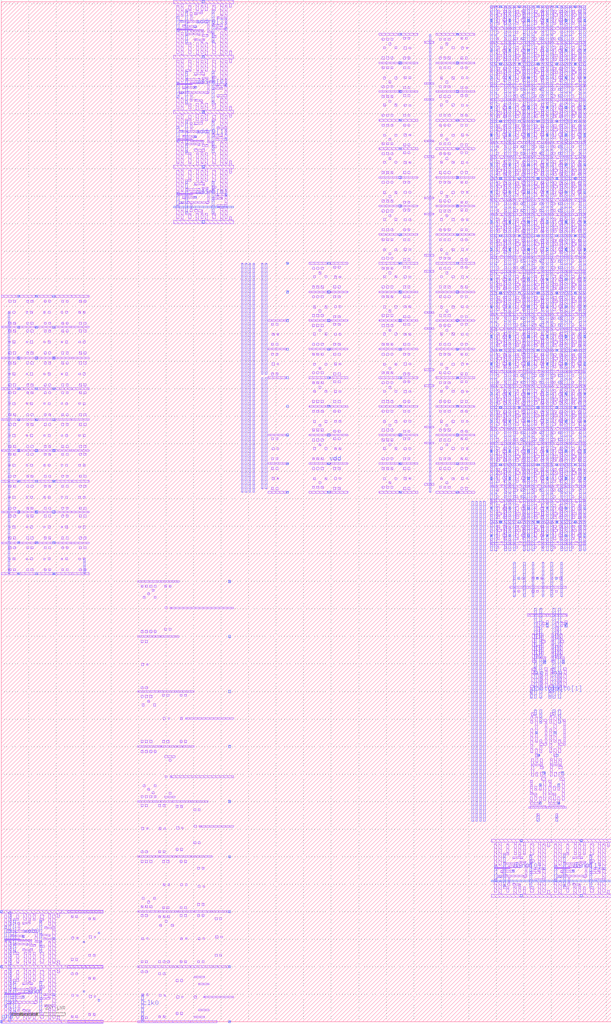
<source format=lef>
VERSION 5.4 ;
NAMESCASESENSITIVE ON ;
BUSBITCHARS "[]" ;
DIVIDERCHAR "/" ;
UNITS
  DATABASE MICRONS 2000 ;
END UNITS
MACRO sram_2_16_scn4m_subm
   CLASS BLOCK ;
   SIZE 221.8 BY 370.6 ;
   SYMMETRY X Y R90 ;
   PIN din0[0]
      DIRECTION INPUT ;
      PORT
         LAYER m2 ;
         RECT  185.8 54.4 186.6 55.2 ;
      END
   END din0[0]
   PIN din0[1]
      DIRECTION INPUT ;
      PORT
         LAYER m2 ;
         RECT  207.6 54.4 208.4 55.2 ;
      END
   END din0[1]
   PIN addr0[0]
      DIRECTION INPUT ;
      PORT
         LAYER m2 ;
         RECT  70.2 299.2 71.0 300.0 ;
      END
   END addr0[0]
   PIN addr0[1]
      DIRECTION INPUT ;
      PORT
         LAYER m2 ;
         RECT  70.2 321.2 71.0 322.0 ;
      END
   END addr0[1]
   PIN addr0[2]
      DIRECTION INPUT ;
      PORT
         LAYER m2 ;
         RECT  70.2 339.2 71.0 340.0 ;
      END
   END addr0[2]
   PIN addr0[3]
      DIRECTION INPUT ;
      PORT
         LAYER m2 ;
         RECT  70.2 361.2 71.0 362.0 ;
      END
   END addr0[3]
   PIN csb0
      DIRECTION INPUT ;
      PORT
         LAYER m2 ;
         RECT  7.6 8.6 8.4 9.4 ;
      END
   END csb0
   PIN web0
      DIRECTION INPUT ;
      PORT
         LAYER m2 ;
         RECT  7.6 30.6 8.4 31.4 ;
      END
   END web0
   PIN clk0
      DIRECTION INPUT ;
      PORT
         LAYER m2 ;
         RECT  51.1 0.0 51.7 9.8 ;
      END
   END clk0
   PIN dout0[0]
      DIRECTION OUTPUT ;
      PORT
         LAYER m2 ;
         RECT  192.4 117.6 193.2 120.6 ;
      END
   END dout0[0]
   PIN dout0[1]
      DIRECTION OUTPUT ;
      PORT
         LAYER m2 ;
         RECT  199.2 117.6 200.0 120.6 ;
      END
   END dout0[1]
   PIN vdd
      DIRECTION INOUT ;
      USE POWER ; 
      SHAPE ABUTMENT ; 
      PORT
         LAYER m3 ;
         RECT  144.7 348.0 145.5 348.8 ;
         LAYER m3 ;
         RECT  201.7 243.7 202.3 244.3 ;
         LAYER m3 ;
         RECT  210.5 65.4 211.3 66.2 ;
         LAYER m3 ;
         RECT  208.5 285.3 209.1 285.9 ;
         LAYER m3 ;
         RECT  208.5 326.9 209.1 327.5 ;
         LAYER m3 ;
         RECT  118.7 223.2 119.5 224.0 ;
         LAYER m3 ;
         RECT  188.0 264.4 188.8 265.2 ;
         LAYER m3 ;
         RECT  194.9 222.9 195.5 223.5 ;
         LAYER m3 ;
         RECT  188.0 181.2 188.8 182.0 ;
         LAYER m3 ;
         RECT  181.3 181.3 181.9 181.9 ;
         LAYER m3 ;
         RECT  103.7 202.4 104.5 203.2 ;
         LAYER m3 ;
         RECT  208.5 264.5 209.1 265.1 ;
         LAYER m3 ;
         RECT  201.7 326.9 202.3 327.5 ;
         LAYER m3 ;
         RECT  194.9 326.9 195.5 327.5 ;
         LAYER m3 ;
         RECT  188.0 368.4 188.8 369.2 ;
         LAYER m3 ;
         RECT  165.5 244.0 166.3 244.8 ;
         LAYER m3 ;
         RECT  194.9 285.3 195.5 285.9 ;
         LAYER m3 ;
         RECT  194.6 160.8 195.4 161.6 ;
         LAYER m3 ;
         RECT  12.4 263.2 13.2 264.0 ;
         LAYER m3 ;
         RECT  103.7 223.2 104.5 224.0 ;
         LAYER m3 ;
         RECT  208.5 306.1 209.1 306.7 ;
         LAYER m3 ;
         RECT  194.9 347.7 195.5 348.3 ;
         LAYER m3 ;
         RECT  188.0 285.2 188.8 286.0 ;
         LAYER m3 ;
         RECT  195.6 79.0 196.4 79.8 ;
         LAYER m3 ;
         RECT  12.4 196.0 13.2 196.8 ;
         LAYER m3 ;
         RECT  181.3 285.3 181.9 285.9 ;
         LAYER m3 ;
         RECT  18.8 240.8 19.6 241.6 ;
         LAYER m3 ;
         RECT  201.7 306.1 202.3 306.7 ;
         LAYER m3 ;
         RECT  6.0 263.2 6.8 264.0 ;
         LAYER m3 ;
         RECT  201.7 264.5 202.3 265.1 ;
         LAYER m3 ;
         RECT  144.7 223.2 145.5 224.0 ;
         LAYER m3 ;
         RECT  12.4 218.4 13.2 219.2 ;
         LAYER m3 ;
         RECT  208.5 181.3 209.1 181.9 ;
         LAYER m3 ;
         RECT  144.7 244.0 145.5 244.8 ;
         LAYER m3 ;
         RECT  6.0 196.0 6.8 196.8 ;
         LAYER m3 ;
         RECT  82.6 99.6 83.4 100.4 ;
         LAYER m3 ;
         RECT  165.5 348.0 166.3 348.8 ;
         LAYER m3 ;
         RECT  144.7 327.2 145.5 328.0 ;
         LAYER m3 ;
         RECT  201.4 160.8 202.2 161.6 ;
         LAYER m3 ;
         RECT  -0.4 19.6 0.4 20.4 ;
         LAYER m3 ;
         RECT  165.5 306.4 166.3 307.2 ;
         LAYER m3 ;
         RECT  165.5 327.2 166.3 328.0 ;
         LAYER m3 ;
         RECT  187.8 160.8 188.6 161.6 ;
         LAYER m3 ;
         RECT  165.5 285.6 166.3 286.4 ;
         LAYER m3 ;
         RECT  188.7 65.4 189.5 66.2 ;
         LAYER m3 ;
         RECT  165.5 202.4 166.3 203.2 ;
         LAYER m3 ;
         RECT  12.4 240.8 13.2 241.6 ;
         LAYER m3 ;
         RECT  73.1 350.2 73.9 351.0 ;
         LAYER m3 ;
         RECT  204.0 130.4 204.8 131.2 ;
         LAYER m3 ;
         RECT  6.0 240.8 6.8 241.6 ;
         LAYER m3 ;
         RECT  201.7 181.3 202.3 181.9 ;
         LAYER m3 ;
         RECT  103.7 264.8 104.5 265.6 ;
         LAYER m3 ;
         RECT  202.4 79.0 203.2 79.8 ;
         LAYER m3 ;
         RECT  194.9 264.5 195.5 265.1 ;
         LAYER m3 ;
         RECT  144.7 264.8 145.5 265.6 ;
         LAYER m3 ;
         RECT  194.9 368.5 195.5 369.1 ;
         LAYER m3 ;
         RECT  118.7 264.8 119.5 265.6 ;
         LAYER m3 ;
         RECT  194.9 306.1 195.5 306.7 ;
         LAYER m3 ;
         RECT  181.3 202.1 181.9 202.7 ;
         LAYER m3 ;
         RECT  181.3 222.9 181.9 223.5 ;
         LAYER m3 ;
         RECT  188.0 222.8 188.8 223.6 ;
         LAYER m3 ;
         RECT  194.9 181.3 195.5 181.9 ;
         LAYER m3 ;
         RECT  73.1 310.2 73.9 311.0 ;
         LAYER m3 ;
         RECT  194.9 243.7 195.5 244.3 ;
         LAYER m3 ;
         RECT  188.0 347.6 188.8 348.4 ;
         LAYER m3 ;
         RECT  208.5 347.7 209.1 348.3 ;
         LAYER m3 ;
         RECT  6.0 173.6 6.8 174.4 ;
         LAYER m3 ;
         RECT  165.5 264.8 166.3 265.6 ;
         LAYER m3 ;
         RECT  82.6 59.6 83.4 60.4 ;
         LAYER m3 ;
         RECT  165.5 223.2 166.3 224.0 ;
         LAYER m3 ;
         RECT  201.7 222.9 202.3 223.5 ;
         LAYER m3 ;
         RECT  82.6 139.6 83.4 140.4 ;
         LAYER m3 ;
         RECT  201.7 202.1 202.3 202.7 ;
         LAYER m3 ;
         RECT  181.3 264.5 181.9 265.1 ;
         LAYER m3 ;
         RECT  18.8 263.2 19.6 264.0 ;
         LAYER m3 ;
         RECT  18.8 173.6 19.6 174.4 ;
         LAYER m3 ;
         RECT  201.7 347.7 202.3 348.3 ;
         LAYER m3 ;
         RECT  195.0 96.4 195.8 97.2 ;
         LAYER m3 ;
         RECT  201.8 96.4 202.6 97.2 ;
         LAYER m3 ;
         RECT  201.7 368.5 202.3 369.1 ;
         LAYER m3 ;
         RECT  188.0 202.0 188.8 202.8 ;
         LAYER m3 ;
         RECT  18.8 196.0 19.6 196.8 ;
         LAYER m3 ;
         RECT  82.6 19.6 83.4 20.4 ;
         LAYER m3 ;
         RECT  194.9 202.1 195.5 202.7 ;
         LAYER m3 ;
         RECT  188.0 306.0 188.8 306.8 ;
         LAYER m3 ;
         RECT  103.7 244.0 104.5 244.8 ;
         LAYER m3 ;
         RECT  118.7 244.0 119.5 244.8 ;
         LAYER m3 ;
         RECT  144.7 202.4 145.5 203.2 ;
         LAYER m3 ;
         RECT  144.7 306.4 145.5 307.2 ;
         LAYER m3 ;
         RECT  197.2 130.4 198.0 131.2 ;
         LAYER m3 ;
         RECT  208.5 368.5 209.1 369.1 ;
         LAYER m3 ;
         RECT  18.8 218.4 19.6 219.2 ;
         LAYER m3 ;
         RECT  181.3 306.1 181.9 306.7 ;
         LAYER m3 ;
         RECT  208.5 202.1 209.1 202.7 ;
         LAYER m3 ;
         RECT  181.3 326.9 181.9 327.5 ;
         LAYER m3 ;
         RECT  188.0 243.6 188.8 244.4 ;
         LAYER m3 ;
         RECT  208.5 222.9 209.1 223.5 ;
         LAYER m3 ;
         RECT  208.5 243.7 209.1 244.3 ;
         LAYER m3 ;
         RECT  144.7 285.6 145.5 286.4 ;
         LAYER m3 ;
         RECT  201.7 285.3 202.3 285.9 ;
         LAYER m3 ;
         RECT  181.3 243.7 181.9 244.3 ;
         LAYER m3 ;
         RECT  12.4 173.6 13.2 174.4 ;
         LAYER m3 ;
         RECT  181.3 347.7 181.9 348.3 ;
         LAYER m3 ;
         RECT  181.3 368.5 181.9 369.1 ;
         LAYER m3 ;
         RECT  6.0 218.4 6.8 219.2 ;
         LAYER m3 ;
         RECT  188.0 326.8 188.8 327.6 ;
         LAYER m3 ;
         RECT  118.7 202.4 119.5 203.2 ;
      END
   END vdd
   PIN gnd
      DIRECTION INOUT ;
      USE GROUND ; 
      SHAPE ABUTMENT ; 
      PORT
         LAYER m3 ;
         RECT  205.1 280.3 205.7 280.9 ;
         LAYER m3 ;
         RECT  205.1 259.5 205.7 260.1 ;
         LAYER m3 ;
         RECT  198.3 259.5 198.9 260.1 ;
         LAYER m3 ;
         RECT  165.5 212.8 166.3 213.6 ;
         LAYER m3 ;
         RECT  184.7 186.3 185.3 186.9 ;
         LAYER m3 ;
         RECT  103.7 275.2 104.5 276.0 ;
         LAYER m3 ;
         RECT  184.6 363.4 185.4 364.2 ;
         LAYER m3 ;
         RECT  191.4 352.6 192.2 353.4 ;
         LAYER m3 ;
         RECT  184.6 290.2 185.4 291.0 ;
         LAYER m3 ;
         RECT  198.3 207.1 198.9 207.7 ;
         LAYER m3 ;
         RECT  184.6 207.0 185.4 207.8 ;
         LAYER m3 ;
         RECT  205.1 207.1 205.7 207.7 ;
         LAYER m3 ;
         RECT  184.7 280.3 185.3 280.9 ;
         LAYER m3 ;
         RECT  211.9 186.3 212.5 186.9 ;
         LAYER m3 ;
         RECT  103.7 233.6 104.5 234.4 ;
         LAYER m3 ;
         RECT  177.9 311.1 178.5 311.7 ;
         LAYER m3 ;
         RECT  205.1 269.5 205.7 270.1 ;
         LAYER m3 ;
         RECT  184.6 259.4 185.4 260.2 ;
         LAYER m3 ;
         RECT  191.5 186.3 192.1 186.9 ;
         LAYER m3 ;
         RECT  118.7 192.0 119.5 192.8 ;
         LAYER m3 ;
         RECT  165.5 358.4 166.3 359.2 ;
         LAYER m3 ;
         RECT  197.0 90.0 197.8 90.8 ;
         LAYER m3 ;
         RECT  191.4 321.8 192.2 322.6 ;
         LAYER m3 ;
         RECT  211.9 259.5 212.5 260.1 ;
         LAYER m3 ;
         RECT  184.6 238.6 185.4 239.4 ;
         LAYER m3 ;
         RECT  198.2 143.8 199.0 144.6 ;
         LAYER m3 ;
         RECT  211.9 342.7 212.5 343.3 ;
         LAYER m3 ;
         RECT  211.9 227.9 212.5 228.5 ;
         LAYER m3 ;
         RECT  177.9 259.5 178.5 260.1 ;
         LAYER m3 ;
         RECT  177.9 197.1 178.5 197.7 ;
         LAYER m3 ;
         RECT  144.7 358.4 145.5 359.2 ;
         LAYER m3 ;
         RECT  184.7 248.7 185.3 249.3 ;
         LAYER m3 ;
         RECT  103.7 212.8 104.5 213.6 ;
         LAYER m3 ;
         RECT  191.5 176.3 192.1 176.9 ;
         LAYER m3 ;
         RECT  191.5 248.7 192.1 249.3 ;
         LAYER m3 ;
         RECT  211.9 238.7 212.5 239.3 ;
         LAYER m3 ;
         RECT  205.1 217.9 205.7 218.5 ;
         LAYER m3 ;
         RECT  184.7 217.9 185.3 218.5 ;
         LAYER m3 ;
         RECT  191.4 311.0 192.2 311.8 ;
         LAYER m3 ;
         RECT  191.5 207.1 192.1 207.7 ;
         LAYER m3 ;
         RECT  191.5 197.1 192.1 197.7 ;
         LAYER m3 ;
         RECT  184.7 238.7 185.3 239.3 ;
         LAYER m3 ;
         RECT  144.7 296.0 145.5 296.8 ;
         LAYER m3 ;
         RECT  177.9 238.7 178.5 239.3 ;
         LAYER m3 ;
         RECT  6.0 252.0 6.8 252.8 ;
         LAYER m3 ;
         RECT  177.9 176.3 178.5 176.9 ;
         LAYER m3 ;
         RECT  191.5 259.5 192.1 260.1 ;
         LAYER m3 ;
         RECT  6.0 207.2 6.8 208.0 ;
         LAYER m3 ;
         RECT  211.9 290.3 212.5 290.9 ;
         LAYER m3 ;
         RECT  184.6 301.0 185.4 301.8 ;
         LAYER m3 ;
         RECT  205.1 331.9 205.7 332.5 ;
         LAYER m3 ;
         RECT  205.1 176.3 205.7 176.9 ;
         LAYER m3 ;
         RECT  191.5 269.5 192.1 270.1 ;
         LAYER m3 ;
         RECT  184.6 227.8 185.4 228.6 ;
         LAYER m3 ;
         RECT  191.4 363.4 192.2 364.2 ;
         LAYER m3 ;
         RECT  82.6 39.6 83.4 40.4 ;
         LAYER m3 ;
         RECT  191.5 321.9 192.1 322.5 ;
         LAYER m3 ;
         RECT  6.0 162.4 6.8 163.2 ;
         LAYER m3 ;
         RECT  18.8 162.4 19.6 163.2 ;
         LAYER m3 ;
         RECT  211.9 321.9 212.5 322.5 ;
         LAYER m3 ;
         RECT  191.4 248.6 192.2 249.4 ;
         LAYER m3 ;
         RECT  191.4 259.4 192.2 260.2 ;
         LAYER m3 ;
         RECT  205.1 363.5 205.7 364.1 ;
         LAYER m3 ;
         RECT  198.3 321.9 198.9 322.5 ;
         LAYER m3 ;
         RECT  82.6 119.6 83.4 120.4 ;
         LAYER m3 ;
         RECT  191.4 186.2 192.2 187.0 ;
         LAYER m3 ;
         RECT  177.9 227.9 178.5 228.5 ;
         LAYER m3 ;
         RECT  191.4 290.2 192.2 291.0 ;
         LAYER m3 ;
         RECT  184.7 311.1 185.3 311.7 ;
         LAYER m3 ;
         RECT  195.6 85.6 196.4 86.4 ;
         LAYER m3 ;
         RECT  177.9 248.7 178.5 249.3 ;
         LAYER m3 ;
         RECT  191.4 331.8 192.2 332.6 ;
         LAYER m3 ;
         RECT  198.3 331.9 198.9 332.5 ;
         LAYER m3 ;
         RECT  191.5 331.9 192.1 332.5 ;
         LAYER m3 ;
         RECT  184.6 248.6 185.4 249.4 ;
         LAYER m3 ;
         RECT  211.9 301.1 212.5 301.7 ;
         LAYER m3 ;
         RECT  205.1 186.3 205.7 186.9 ;
         LAYER m3 ;
         RECT  6.0 229.6 6.8 230.4 ;
         LAYER m3 ;
         RECT  198.3 176.3 198.9 176.9 ;
         LAYER m3 ;
         RECT  12.4 207.2 13.2 208.0 ;
         LAYER m3 ;
         RECT  144.7 316.8 145.5 317.6 ;
         LAYER m3 ;
         RECT  18.8 229.6 19.6 230.4 ;
         LAYER m3 ;
         RECT  198.3 269.5 198.9 270.1 ;
         LAYER m3 ;
         RECT  211.9 269.5 212.5 270.1 ;
         LAYER m3 ;
         RECT  118.7 233.6 119.5 234.4 ;
         LAYER m3 ;
         RECT  184.7 197.1 185.3 197.7 ;
         LAYER m3 ;
         RECT  118.7 254.4 119.5 255.2 ;
         LAYER m3 ;
         RECT  211.9 352.7 212.5 353.3 ;
         LAYER m3 ;
         RECT  198.3 197.1 198.9 197.7 ;
         LAYER m3 ;
         RECT  184.6 331.8 185.4 332.6 ;
         LAYER m3 ;
         RECT  165.5 192.0 166.3 192.8 ;
         LAYER m3 ;
         RECT  205.1 227.9 205.7 228.5 ;
         LAYER m3 ;
         RECT  211.9 197.1 212.5 197.7 ;
         LAYER m3 ;
         RECT  198.3 301.1 198.9 301.7 ;
         LAYER m3 ;
         RECT  191.4 342.6 192.2 343.4 ;
         LAYER m3 ;
         RECT  198.3 186.3 198.9 186.9 ;
         LAYER m3 ;
         RECT  118.7 212.8 119.5 213.6 ;
         LAYER m3 ;
         RECT  73.1 290.2 73.9 291.0 ;
         LAYER m3 ;
         RECT  202.4 85.6 203.2 86.4 ;
         LAYER m3 ;
         RECT  198.3 238.7 198.9 239.3 ;
         LAYER m3 ;
         RECT  210.5 45.4 211.3 46.2 ;
         LAYER m3 ;
         RECT  -0.4 39.6 0.4 40.4 ;
         LAYER m3 ;
         RECT  191.4 197.0 192.2 197.8 ;
         LAYER m3 ;
         RECT  205.1 352.7 205.7 353.3 ;
         LAYER m3 ;
         RECT  205.1 321.9 205.7 322.5 ;
         LAYER m3 ;
         RECT  191.5 217.9 192.1 218.5 ;
         LAYER m3 ;
         RECT  184.6 280.2 185.4 281.0 ;
         LAYER m3 ;
         RECT  194.2 104.6 195.0 105.4 ;
         LAYER m3 ;
         RECT  184.7 331.9 185.3 332.5 ;
         LAYER m3 ;
         RECT  184.6 269.4 185.4 270.2 ;
         LAYER m3 ;
         RECT  191.5 280.3 192.1 280.9 ;
         LAYER m3 ;
         RECT  198.3 311.1 198.9 311.7 ;
         LAYER m3 ;
         RECT  184.7 290.3 185.3 290.9 ;
         LAYER m3 ;
         RECT  191.4 238.6 192.2 239.4 ;
         LAYER m3 ;
         RECT  177.9 363.5 178.5 364.1 ;
         LAYER m3 ;
         RECT  184.6 311.0 185.4 311.8 ;
         LAYER m3 ;
         RECT  191.4 207.0 192.2 207.8 ;
         LAYER m3 ;
         RECT  198.3 363.5 198.9 364.1 ;
         LAYER m3 ;
         RECT  198.3 280.3 198.9 280.9 ;
         LAYER m3 ;
         RECT  73.1 330.2 73.9 331.0 ;
         LAYER m3 ;
         RECT  191.4 269.4 192.2 270.2 ;
         LAYER m3 ;
         RECT  211.9 363.5 212.5 364.1 ;
         LAYER m3 ;
         RECT  205.1 342.7 205.7 343.3 ;
         LAYER m3 ;
         RECT  177.9 186.3 178.5 186.9 ;
         LAYER m3 ;
         RECT  191.5 352.7 192.1 353.3 ;
         LAYER m3 ;
         RECT  18.8 207.2 19.6 208.0 ;
         LAYER m3 ;
         RECT  184.7 207.1 185.3 207.7 ;
         LAYER m3 ;
         RECT  82.6 -0.4 83.4 0.4 ;
         LAYER m3 ;
         RECT  191.5 227.9 192.1 228.5 ;
         LAYER m3 ;
         RECT  12.4 229.6 13.2 230.4 ;
         LAYER m3 ;
         RECT  12.4 162.4 13.2 163.2 ;
         LAYER m3 ;
         RECT  184.6 342.6 185.4 343.4 ;
         LAYER m3 ;
         RECT  211.9 248.7 212.5 249.3 ;
         LAYER m3 ;
         RECT  203.8 90.0 204.6 90.8 ;
         LAYER m3 ;
         RECT  6.0 184.8 6.8 185.6 ;
         LAYER m3 ;
         RECT  177.9 207.1 178.5 207.7 ;
         LAYER m3 ;
         RECT  177.9 342.7 178.5 343.3 ;
         LAYER m3 ;
         RECT  18.8 252.0 19.6 252.8 ;
         LAYER m3 ;
         RECT  198.3 217.9 198.9 218.5 ;
         LAYER m3 ;
         RECT  144.7 254.4 145.5 255.2 ;
         LAYER m3 ;
         RECT  184.6 176.2 185.4 177.0 ;
         LAYER m3 ;
         RECT  184.7 269.5 185.3 270.1 ;
         LAYER m3 ;
         RECT  177.9 280.3 178.5 280.9 ;
         LAYER m3 ;
         RECT  82.6 79.6 83.4 80.4 ;
         LAYER m3 ;
         RECT  191.5 238.7 192.1 239.3 ;
         LAYER m3 ;
         RECT  165.5 337.6 166.3 338.4 ;
         LAYER m3 ;
         RECT  205.1 248.7 205.7 249.3 ;
         LAYER m3 ;
         RECT  191.4 217.8 192.2 218.6 ;
         LAYER m3 ;
         RECT  211.9 207.1 212.5 207.7 ;
         LAYER m3 ;
         RECT  184.7 363.5 185.3 364.1 ;
         LAYER m3 ;
         RECT  144.7 275.2 145.5 276.0 ;
         LAYER m3 ;
         RECT  165.5 275.2 166.3 276.0 ;
         LAYER m3 ;
         RECT  211.9 176.3 212.5 176.9 ;
         LAYER m3 ;
         RECT  191.5 363.5 192.1 364.1 ;
         LAYER m3 ;
         RECT  198.3 248.7 198.9 249.3 ;
         LAYER m3 ;
         RECT  184.7 321.9 185.3 322.5 ;
         LAYER m3 ;
         RECT  191.4 280.2 192.2 281.0 ;
         LAYER m3 ;
         RECT  191.5 301.1 192.1 301.7 ;
         LAYER m3 ;
         RECT  165.5 296.0 166.3 296.8 ;
         LAYER m3 ;
         RECT  188.7 45.4 189.5 46.2 ;
         LAYER m3 ;
         RECT  103.7 192.0 104.5 192.8 ;
         LAYER m3 ;
         RECT  177.9 301.1 178.5 301.7 ;
         LAYER m3 ;
         RECT  205.0 143.8 205.8 144.6 ;
         LAYER m3 ;
         RECT  191.4 227.8 192.2 228.6 ;
         LAYER m3 ;
         RECT  205.1 238.7 205.7 239.3 ;
         LAYER m3 ;
         RECT  184.6 321.8 185.4 322.6 ;
         LAYER m3 ;
         RECT  144.7 212.8 145.5 213.6 ;
         LAYER m3 ;
         RECT  205.1 301.1 205.7 301.7 ;
         LAYER m3 ;
         RECT  177.9 217.9 178.5 218.5 ;
         LAYER m3 ;
         RECT  184.7 301.1 185.3 301.7 ;
         LAYER m3 ;
         RECT  73.1 370.2 73.9 371.0 ;
         LAYER m3 ;
         RECT  177.9 321.9 178.5 322.5 ;
         LAYER m3 ;
         RECT  12.4 184.8 13.2 185.6 ;
         LAYER m3 ;
         RECT  191.4 176.2 192.2 177.0 ;
         LAYER m3 ;
         RECT  184.6 197.0 185.4 197.8 ;
         LAYER m3 ;
         RECT  184.7 227.9 185.3 228.5 ;
         LAYER m3 ;
         RECT  198.3 352.7 198.9 353.3 ;
         LAYER m3 ;
         RECT  184.6 352.6 185.4 353.4 ;
         LAYER m3 ;
         RECT  184.7 352.7 185.3 353.3 ;
         LAYER m3 ;
         RECT  211.9 311.1 212.5 311.7 ;
         LAYER m3 ;
         RECT  144.7 192.0 145.5 192.8 ;
         LAYER m3 ;
         RECT  191.5 342.7 192.1 343.3 ;
         LAYER m3 ;
         RECT  201.0 104.6 201.8 105.4 ;
         LAYER m3 ;
         RECT  184.7 176.3 185.3 176.9 ;
         LAYER m3 ;
         RECT  118.7 275.2 119.5 276.0 ;
         LAYER m3 ;
         RECT  205.1 311.1 205.7 311.7 ;
         LAYER m3 ;
         RECT  184.6 186.2 185.4 187.0 ;
         LAYER m3 ;
         RECT  165.5 316.8 166.3 317.6 ;
         LAYER m3 ;
         RECT  177.9 269.5 178.5 270.1 ;
         LAYER m3 ;
         RECT  165.5 233.6 166.3 234.4 ;
         LAYER m3 ;
         RECT  165.5 254.4 166.3 255.2 ;
         LAYER m3 ;
         RECT  12.4 252.0 13.2 252.8 ;
         LAYER m3 ;
         RECT  184.7 259.5 185.3 260.1 ;
         LAYER m3 ;
         RECT  205.1 290.3 205.7 290.9 ;
         LAYER m3 ;
         RECT  184.7 342.7 185.3 343.3 ;
         LAYER m3 ;
         RECT  82.6 159.6 83.4 160.4 ;
         LAYER m3 ;
         RECT  211.9 331.9 212.5 332.5 ;
         LAYER m3 ;
         RECT  211.9 217.9 212.5 218.5 ;
         LAYER m3 ;
         RECT  191.5 290.3 192.1 290.9 ;
         LAYER m3 ;
         RECT  18.8 184.8 19.6 185.6 ;
         LAYER m3 ;
         RECT  211.9 280.3 212.5 280.9 ;
         LAYER m3 ;
         RECT  177.9 290.3 178.5 290.9 ;
         LAYER m3 ;
         RECT  177.9 331.9 178.5 332.5 ;
         LAYER m3 ;
         RECT  191.4 301.0 192.2 301.8 ;
         LAYER m3 ;
         RECT  198.3 342.7 198.9 343.3 ;
         LAYER m3 ;
         RECT  205.1 197.1 205.7 197.7 ;
         LAYER m3 ;
         RECT  103.7 254.4 104.5 255.2 ;
         LAYER m3 ;
         RECT  198.3 290.3 198.9 290.9 ;
         LAYER m3 ;
         RECT  144.7 233.6 145.5 234.4 ;
         LAYER m3 ;
         RECT  198.3 227.9 198.9 228.5 ;
         LAYER m3 ;
         RECT  191.5 311.1 192.1 311.7 ;
         LAYER m3 ;
         RECT  184.6 217.8 185.4 218.6 ;
         LAYER m3 ;
         RECT  144.7 337.6 145.5 338.4 ;
         LAYER m3 ;
         RECT  177.9 352.7 178.5 353.3 ;
         LAYER m3 ;
         RECT  -0.4 -0.4 0.4 0.4 ;
      END
   END gnd
   OBS
   LAYER  m1 ;
      RECT  191.4 202.0 199.0 202.8 ;
      RECT  198.2 200.4 199.0 202.0 ;
      RECT  196.4 196.8 197.2 197.2 ;
      RECT  193.0 192.8 194.6 193.6 ;
      RECT  196.4 198.0 197.2 200.4 ;
      RECT  191.4 194.2 199.0 195.0 ;
      RECT  195.2 195.0 196.0 195.2 ;
      RECT  194.0 200.4 195.0 201.2 ;
      RECT  191.4 195.6 192.2 199.8 ;
      RECT  194.0 199.8 194.8 200.4 ;
      RECT  191.4 200.4 192.2 202.0 ;
      RECT  196.0 197.2 197.2 198.0 ;
      RECT  195.8 192.8 197.4 193.6 ;
      RECT  196.4 196.0 197.4 196.8 ;
      RECT  196.2 200.4 197.2 201.2 ;
      RECT  193.8 196.0 194.8 196.8 ;
      RECT  194.0 196.8 194.8 199.0 ;
      RECT  194.0 199.0 195.6 199.8 ;
      RECT  198.2 195.6 199.0 199.8 ;
      RECT  191.4 202.8 199.0 202.0 ;
      RECT  198.2 204.4 199.0 202.8 ;
      RECT  196.4 208.0 197.2 207.6 ;
      RECT  193.0 212.0 194.6 211.2 ;
      RECT  196.4 206.8 197.2 204.4 ;
      RECT  191.4 210.6 199.0 209.8 ;
      RECT  195.2 209.8 196.0 209.6 ;
      RECT  194.0 204.4 195.0 203.6 ;
      RECT  191.4 209.2 192.2 205.0 ;
      RECT  194.0 205.0 194.8 204.4 ;
      RECT  191.4 204.4 192.2 202.8 ;
      RECT  196.0 207.6 197.2 206.8 ;
      RECT  195.8 212.0 197.4 211.2 ;
      RECT  196.4 208.8 197.4 208.0 ;
      RECT  196.2 204.4 197.2 203.6 ;
      RECT  193.8 208.8 194.8 208.0 ;
      RECT  194.0 208.0 194.8 205.8 ;
      RECT  194.0 205.8 195.6 205.0 ;
      RECT  198.2 209.2 199.0 205.0 ;
      RECT  191.4 222.8 199.0 223.6 ;
      RECT  198.2 221.2 199.0 222.8 ;
      RECT  196.4 217.6 197.2 218.0 ;
      RECT  193.0 213.6 194.6 214.4 ;
      RECT  196.4 218.8 197.2 221.2 ;
      RECT  191.4 215.0 199.0 215.8 ;
      RECT  195.2 215.8 196.0 216.0 ;
      RECT  194.0 221.2 195.0 222.0 ;
      RECT  191.4 216.4 192.2 220.6 ;
      RECT  194.0 220.6 194.8 221.2 ;
      RECT  191.4 221.2 192.2 222.8 ;
      RECT  196.0 218.0 197.2 218.8 ;
      RECT  195.8 213.6 197.4 214.4 ;
      RECT  196.4 216.8 197.4 217.6 ;
      RECT  196.2 221.2 197.2 222.0 ;
      RECT  193.8 216.8 194.8 217.6 ;
      RECT  194.0 217.6 194.8 219.8 ;
      RECT  194.0 219.8 195.6 220.6 ;
      RECT  198.2 216.4 199.0 220.6 ;
      RECT  191.4 223.6 199.0 222.8 ;
      RECT  198.2 225.2 199.0 223.6 ;
      RECT  196.4 228.8 197.2 228.4 ;
      RECT  193.0 232.8 194.6 232.0 ;
      RECT  196.4 227.6 197.2 225.2 ;
      RECT  191.4 231.4 199.0 230.6 ;
      RECT  195.2 230.6 196.0 230.4 ;
      RECT  194.0 225.2 195.0 224.4 ;
      RECT  191.4 230.0 192.2 225.8 ;
      RECT  194.0 225.8 194.8 225.2 ;
      RECT  191.4 225.2 192.2 223.6 ;
      RECT  196.0 228.4 197.2 227.6 ;
      RECT  195.8 232.8 197.4 232.0 ;
      RECT  196.4 229.6 197.4 228.8 ;
      RECT  196.2 225.2 197.2 224.4 ;
      RECT  193.8 229.6 194.8 228.8 ;
      RECT  194.0 228.8 194.8 226.6 ;
      RECT  194.0 226.6 195.6 225.8 ;
      RECT  198.2 230.0 199.0 225.8 ;
      RECT  191.4 243.6 199.0 244.4 ;
      RECT  198.2 242.0 199.0 243.6 ;
      RECT  196.4 238.4 197.2 238.8 ;
      RECT  193.0 234.4 194.6 235.2 ;
      RECT  196.4 239.6 197.2 242.0 ;
      RECT  191.4 235.8 199.0 236.6 ;
      RECT  195.2 236.6 196.0 236.8 ;
      RECT  194.0 242.0 195.0 242.8 ;
      RECT  191.4 237.2 192.2 241.4 ;
      RECT  194.0 241.4 194.8 242.0 ;
      RECT  191.4 242.0 192.2 243.6 ;
      RECT  196.0 238.8 197.2 239.6 ;
      RECT  195.8 234.4 197.4 235.2 ;
      RECT  196.4 237.6 197.4 238.4 ;
      RECT  196.2 242.0 197.2 242.8 ;
      RECT  193.8 237.6 194.8 238.4 ;
      RECT  194.0 238.4 194.8 240.6 ;
      RECT  194.0 240.6 195.6 241.4 ;
      RECT  198.2 237.2 199.0 241.4 ;
      RECT  191.4 244.4 199.0 243.6 ;
      RECT  198.2 246.0 199.0 244.4 ;
      RECT  196.4 249.6 197.2 249.2 ;
      RECT  193.0 253.6 194.6 252.8 ;
      RECT  196.4 248.4 197.2 246.0 ;
      RECT  191.4 252.2 199.0 251.4 ;
      RECT  195.2 251.4 196.0 251.2 ;
      RECT  194.0 246.0 195.0 245.2 ;
      RECT  191.4 250.8 192.2 246.6 ;
      RECT  194.0 246.6 194.8 246.0 ;
      RECT  191.4 246.0 192.2 244.4 ;
      RECT  196.0 249.2 197.2 248.4 ;
      RECT  195.8 253.6 197.4 252.8 ;
      RECT  196.4 250.4 197.4 249.6 ;
      RECT  196.2 246.0 197.2 245.2 ;
      RECT  193.8 250.4 194.8 249.6 ;
      RECT  194.0 249.6 194.8 247.4 ;
      RECT  194.0 247.4 195.6 246.6 ;
      RECT  198.2 250.8 199.0 246.6 ;
      RECT  191.4 264.4 199.0 265.2 ;
      RECT  198.2 262.8 199.0 264.4 ;
      RECT  196.4 259.2 197.2 259.6 ;
      RECT  193.0 255.2 194.6 256.0 ;
      RECT  196.4 260.4 197.2 262.8 ;
      RECT  191.4 256.6 199.0 257.4 ;
      RECT  195.2 257.4 196.0 257.6 ;
      RECT  194.0 262.8 195.0 263.6 ;
      RECT  191.4 258.0 192.2 262.2 ;
      RECT  194.0 262.2 194.8 262.8 ;
      RECT  191.4 262.8 192.2 264.4 ;
      RECT  196.0 259.6 197.2 260.4 ;
      RECT  195.8 255.2 197.4 256.0 ;
      RECT  196.4 258.4 197.4 259.2 ;
      RECT  196.2 262.8 197.2 263.6 ;
      RECT  193.8 258.4 194.8 259.2 ;
      RECT  194.0 259.2 194.8 261.4 ;
      RECT  194.0 261.4 195.6 262.2 ;
      RECT  198.2 258.0 199.0 262.2 ;
      RECT  191.4 265.2 199.0 264.4 ;
      RECT  198.2 266.8 199.0 265.2 ;
      RECT  196.4 270.4 197.2 270.0 ;
      RECT  193.0 274.4 194.6 273.6 ;
      RECT  196.4 269.2 197.2 266.8 ;
      RECT  191.4 273.0 199.0 272.2 ;
      RECT  195.2 272.2 196.0 272.0 ;
      RECT  194.0 266.8 195.0 266.0 ;
      RECT  191.4 271.6 192.2 267.4 ;
      RECT  194.0 267.4 194.8 266.8 ;
      RECT  191.4 266.8 192.2 265.2 ;
      RECT  196.0 270.0 197.2 269.2 ;
      RECT  195.8 274.4 197.4 273.6 ;
      RECT  196.4 271.2 197.4 270.4 ;
      RECT  196.2 266.8 197.2 266.0 ;
      RECT  193.8 271.2 194.8 270.4 ;
      RECT  194.0 270.4 194.8 268.2 ;
      RECT  194.0 268.2 195.6 267.4 ;
      RECT  198.2 271.6 199.0 267.4 ;
      RECT  191.4 285.2 199.0 286.0 ;
      RECT  198.2 283.6 199.0 285.2 ;
      RECT  196.4 280.0 197.2 280.4 ;
      RECT  193.0 276.0 194.6 276.8 ;
      RECT  196.4 281.2 197.2 283.6 ;
      RECT  191.4 277.4 199.0 278.2 ;
      RECT  195.2 278.2 196.0 278.4 ;
      RECT  194.0 283.6 195.0 284.4 ;
      RECT  191.4 278.8 192.2 283.0 ;
      RECT  194.0 283.0 194.8 283.6 ;
      RECT  191.4 283.6 192.2 285.2 ;
      RECT  196.0 280.4 197.2 281.2 ;
      RECT  195.8 276.0 197.4 276.8 ;
      RECT  196.4 279.2 197.4 280.0 ;
      RECT  196.2 283.6 197.2 284.4 ;
      RECT  193.8 279.2 194.8 280.0 ;
      RECT  194.0 280.0 194.8 282.2 ;
      RECT  194.0 282.2 195.6 283.0 ;
      RECT  198.2 278.8 199.0 283.0 ;
      RECT  191.4 286.0 199.0 285.2 ;
      RECT  198.2 287.6 199.0 286.0 ;
      RECT  196.4 291.2 197.2 290.8 ;
      RECT  193.0 295.2 194.6 294.4 ;
      RECT  196.4 290.0 197.2 287.6 ;
      RECT  191.4 293.8 199.0 293.0 ;
      RECT  195.2 293.0 196.0 292.8 ;
      RECT  194.0 287.6 195.0 286.8 ;
      RECT  191.4 292.4 192.2 288.2 ;
      RECT  194.0 288.2 194.8 287.6 ;
      RECT  191.4 287.6 192.2 286.0 ;
      RECT  196.0 290.8 197.2 290.0 ;
      RECT  195.8 295.2 197.4 294.4 ;
      RECT  196.4 292.0 197.4 291.2 ;
      RECT  196.2 287.6 197.2 286.8 ;
      RECT  193.8 292.0 194.8 291.2 ;
      RECT  194.0 291.2 194.8 289.0 ;
      RECT  194.0 289.0 195.6 288.2 ;
      RECT  198.2 292.4 199.0 288.2 ;
      RECT  191.4 306.0 199.0 306.8 ;
      RECT  198.2 304.4 199.0 306.0 ;
      RECT  196.4 300.8 197.2 301.2 ;
      RECT  193.0 296.8 194.6 297.6 ;
      RECT  196.4 302.0 197.2 304.4 ;
      RECT  191.4 298.2 199.0 299.0 ;
      RECT  195.2 299.0 196.0 299.2 ;
      RECT  194.0 304.4 195.0 305.2 ;
      RECT  191.4 299.6 192.2 303.8 ;
      RECT  194.0 303.8 194.8 304.4 ;
      RECT  191.4 304.4 192.2 306.0 ;
      RECT  196.0 301.2 197.2 302.0 ;
      RECT  195.8 296.8 197.4 297.6 ;
      RECT  196.4 300.0 197.4 300.8 ;
      RECT  196.2 304.4 197.2 305.2 ;
      RECT  193.8 300.0 194.8 300.8 ;
      RECT  194.0 300.8 194.8 303.0 ;
      RECT  194.0 303.0 195.6 303.8 ;
      RECT  198.2 299.6 199.0 303.8 ;
      RECT  191.4 306.8 199.0 306.0 ;
      RECT  198.2 308.4 199.0 306.8 ;
      RECT  196.4 312.0 197.2 311.6 ;
      RECT  193.0 316.0 194.6 315.2 ;
      RECT  196.4 310.8 197.2 308.4 ;
      RECT  191.4 314.6 199.0 313.8 ;
      RECT  195.2 313.8 196.0 313.6 ;
      RECT  194.0 308.4 195.0 307.6 ;
      RECT  191.4 313.2 192.2 309.0 ;
      RECT  194.0 309.0 194.8 308.4 ;
      RECT  191.4 308.4 192.2 306.8 ;
      RECT  196.0 311.6 197.2 310.8 ;
      RECT  195.8 316.0 197.4 315.2 ;
      RECT  196.4 312.8 197.4 312.0 ;
      RECT  196.2 308.4 197.2 307.6 ;
      RECT  193.8 312.8 194.8 312.0 ;
      RECT  194.0 312.0 194.8 309.8 ;
      RECT  194.0 309.8 195.6 309.0 ;
      RECT  198.2 313.2 199.0 309.0 ;
      RECT  191.4 326.8 199.0 327.6 ;
      RECT  198.2 325.2 199.0 326.8 ;
      RECT  196.4 321.6 197.2 322.0 ;
      RECT  193.0 317.6 194.6 318.4 ;
      RECT  196.4 322.8 197.2 325.2 ;
      RECT  191.4 319.0 199.0 319.8 ;
      RECT  195.2 319.8 196.0 320.0 ;
      RECT  194.0 325.2 195.0 326.0 ;
      RECT  191.4 320.4 192.2 324.6 ;
      RECT  194.0 324.6 194.8 325.2 ;
      RECT  191.4 325.2 192.2 326.8 ;
      RECT  196.0 322.0 197.2 322.8 ;
      RECT  195.8 317.6 197.4 318.4 ;
      RECT  196.4 320.8 197.4 321.6 ;
      RECT  196.2 325.2 197.2 326.0 ;
      RECT  193.8 320.8 194.8 321.6 ;
      RECT  194.0 321.6 194.8 323.8 ;
      RECT  194.0 323.8 195.6 324.6 ;
      RECT  198.2 320.4 199.0 324.6 ;
      RECT  191.4 327.6 199.0 326.8 ;
      RECT  198.2 329.2 199.0 327.6 ;
      RECT  196.4 332.8 197.2 332.4 ;
      RECT  193.0 336.8 194.6 336.0 ;
      RECT  196.4 331.6 197.2 329.2 ;
      RECT  191.4 335.4 199.0 334.6 ;
      RECT  195.2 334.6 196.0 334.4 ;
      RECT  194.0 329.2 195.0 328.4 ;
      RECT  191.4 334.0 192.2 329.8 ;
      RECT  194.0 329.8 194.8 329.2 ;
      RECT  191.4 329.2 192.2 327.6 ;
      RECT  196.0 332.4 197.2 331.6 ;
      RECT  195.8 336.8 197.4 336.0 ;
      RECT  196.4 333.6 197.4 332.8 ;
      RECT  196.2 329.2 197.2 328.4 ;
      RECT  193.8 333.6 194.8 332.8 ;
      RECT  194.0 332.8 194.8 330.6 ;
      RECT  194.0 330.6 195.6 329.8 ;
      RECT  198.2 334.0 199.0 329.8 ;
      RECT  191.4 347.6 199.0 348.4 ;
      RECT  198.2 346.0 199.0 347.6 ;
      RECT  196.4 342.4 197.2 342.8 ;
      RECT  193.0 338.4 194.6 339.2 ;
      RECT  196.4 343.6 197.2 346.0 ;
      RECT  191.4 339.8 199.0 340.6 ;
      RECT  195.2 340.6 196.0 340.8 ;
      RECT  194.0 346.0 195.0 346.8 ;
      RECT  191.4 341.2 192.2 345.4 ;
      RECT  194.0 345.4 194.8 346.0 ;
      RECT  191.4 346.0 192.2 347.6 ;
      RECT  196.0 342.8 197.2 343.6 ;
      RECT  195.8 338.4 197.4 339.2 ;
      RECT  196.4 341.6 197.4 342.4 ;
      RECT  196.2 346.0 197.2 346.8 ;
      RECT  193.8 341.6 194.8 342.4 ;
      RECT  194.0 342.4 194.8 344.6 ;
      RECT  194.0 344.6 195.6 345.4 ;
      RECT  198.2 341.2 199.0 345.4 ;
      RECT  191.4 348.4 199.0 347.6 ;
      RECT  198.2 350.0 199.0 348.4 ;
      RECT  196.4 353.6 197.2 353.2 ;
      RECT  193.0 357.6 194.6 356.8 ;
      RECT  196.4 352.4 197.2 350.0 ;
      RECT  191.4 356.2 199.0 355.4 ;
      RECT  195.2 355.4 196.0 355.2 ;
      RECT  194.0 350.0 195.0 349.2 ;
      RECT  191.4 354.8 192.2 350.6 ;
      RECT  194.0 350.6 194.8 350.0 ;
      RECT  191.4 350.0 192.2 348.4 ;
      RECT  196.0 353.2 197.2 352.4 ;
      RECT  195.8 357.6 197.4 356.8 ;
      RECT  196.4 354.4 197.4 353.6 ;
      RECT  196.2 350.0 197.2 349.2 ;
      RECT  193.8 354.4 194.8 353.6 ;
      RECT  194.0 353.6 194.8 351.4 ;
      RECT  194.0 351.4 195.6 350.6 ;
      RECT  198.2 354.8 199.0 350.6 ;
      RECT  198.2 202.0 205.8 202.8 ;
      RECT  205.0 200.4 205.8 202.0 ;
      RECT  203.2 196.8 204.0 197.2 ;
      RECT  199.8 192.8 201.4 193.6 ;
      RECT  203.2 198.0 204.0 200.4 ;
      RECT  198.2 194.2 205.8 195.0 ;
      RECT  202.0 195.0 202.8 195.2 ;
      RECT  200.8 200.4 201.8 201.2 ;
      RECT  198.2 195.6 199.0 199.8 ;
      RECT  200.8 199.8 201.6 200.4 ;
      RECT  198.2 200.4 199.0 202.0 ;
      RECT  202.8 197.2 204.0 198.0 ;
      RECT  202.6 192.8 204.2 193.6 ;
      RECT  203.2 196.0 204.2 196.8 ;
      RECT  203.0 200.4 204.0 201.2 ;
      RECT  200.6 196.0 201.6 196.8 ;
      RECT  200.8 196.8 201.6 199.0 ;
      RECT  200.8 199.0 202.4 199.8 ;
      RECT  205.0 195.6 205.8 199.8 ;
      RECT  198.2 202.8 205.8 202.0 ;
      RECT  205.0 204.4 205.8 202.8 ;
      RECT  203.2 208.0 204.0 207.6 ;
      RECT  199.8 212.0 201.4 211.2 ;
      RECT  203.2 206.8 204.0 204.4 ;
      RECT  198.2 210.6 205.8 209.8 ;
      RECT  202.0 209.8 202.8 209.6 ;
      RECT  200.8 204.4 201.8 203.6 ;
      RECT  198.2 209.2 199.0 205.0 ;
      RECT  200.8 205.0 201.6 204.4 ;
      RECT  198.2 204.4 199.0 202.8 ;
      RECT  202.8 207.6 204.0 206.8 ;
      RECT  202.6 212.0 204.2 211.2 ;
      RECT  203.2 208.8 204.2 208.0 ;
      RECT  203.0 204.4 204.0 203.6 ;
      RECT  200.6 208.8 201.6 208.0 ;
      RECT  200.8 208.0 201.6 205.8 ;
      RECT  200.8 205.8 202.4 205.0 ;
      RECT  205.0 209.2 205.8 205.0 ;
      RECT  198.2 222.8 205.8 223.6 ;
      RECT  205.0 221.2 205.8 222.8 ;
      RECT  203.2 217.6 204.0 218.0 ;
      RECT  199.8 213.6 201.4 214.4 ;
      RECT  203.2 218.8 204.0 221.2 ;
      RECT  198.2 215.0 205.8 215.8 ;
      RECT  202.0 215.8 202.8 216.0 ;
      RECT  200.8 221.2 201.8 222.0 ;
      RECT  198.2 216.4 199.0 220.6 ;
      RECT  200.8 220.6 201.6 221.2 ;
      RECT  198.2 221.2 199.0 222.8 ;
      RECT  202.8 218.0 204.0 218.8 ;
      RECT  202.6 213.6 204.2 214.4 ;
      RECT  203.2 216.8 204.2 217.6 ;
      RECT  203.0 221.2 204.0 222.0 ;
      RECT  200.6 216.8 201.6 217.6 ;
      RECT  200.8 217.6 201.6 219.8 ;
      RECT  200.8 219.8 202.4 220.6 ;
      RECT  205.0 216.4 205.8 220.6 ;
      RECT  198.2 223.6 205.8 222.8 ;
      RECT  205.0 225.2 205.8 223.6 ;
      RECT  203.2 228.8 204.0 228.4 ;
      RECT  199.8 232.8 201.4 232.0 ;
      RECT  203.2 227.6 204.0 225.2 ;
      RECT  198.2 231.4 205.8 230.6 ;
      RECT  202.0 230.6 202.8 230.4 ;
      RECT  200.8 225.2 201.8 224.4 ;
      RECT  198.2 230.0 199.0 225.8 ;
      RECT  200.8 225.8 201.6 225.2 ;
      RECT  198.2 225.2 199.0 223.6 ;
      RECT  202.8 228.4 204.0 227.6 ;
      RECT  202.6 232.8 204.2 232.0 ;
      RECT  203.2 229.6 204.2 228.8 ;
      RECT  203.0 225.2 204.0 224.4 ;
      RECT  200.6 229.6 201.6 228.8 ;
      RECT  200.8 228.8 201.6 226.6 ;
      RECT  200.8 226.6 202.4 225.8 ;
      RECT  205.0 230.0 205.8 225.8 ;
      RECT  198.2 243.6 205.8 244.4 ;
      RECT  205.0 242.0 205.8 243.6 ;
      RECT  203.2 238.4 204.0 238.8 ;
      RECT  199.8 234.4 201.4 235.2 ;
      RECT  203.2 239.6 204.0 242.0 ;
      RECT  198.2 235.8 205.8 236.6 ;
      RECT  202.0 236.6 202.8 236.8 ;
      RECT  200.8 242.0 201.8 242.8 ;
      RECT  198.2 237.2 199.0 241.4 ;
      RECT  200.8 241.4 201.6 242.0 ;
      RECT  198.2 242.0 199.0 243.6 ;
      RECT  202.8 238.8 204.0 239.6 ;
      RECT  202.6 234.4 204.2 235.2 ;
      RECT  203.2 237.6 204.2 238.4 ;
      RECT  203.0 242.0 204.0 242.8 ;
      RECT  200.6 237.6 201.6 238.4 ;
      RECT  200.8 238.4 201.6 240.6 ;
      RECT  200.8 240.6 202.4 241.4 ;
      RECT  205.0 237.2 205.8 241.4 ;
      RECT  198.2 244.4 205.8 243.6 ;
      RECT  205.0 246.0 205.8 244.4 ;
      RECT  203.2 249.6 204.0 249.2 ;
      RECT  199.8 253.6 201.4 252.8 ;
      RECT  203.2 248.4 204.0 246.0 ;
      RECT  198.2 252.2 205.8 251.4 ;
      RECT  202.0 251.4 202.8 251.2 ;
      RECT  200.8 246.0 201.8 245.2 ;
      RECT  198.2 250.8 199.0 246.6 ;
      RECT  200.8 246.6 201.6 246.0 ;
      RECT  198.2 246.0 199.0 244.4 ;
      RECT  202.8 249.2 204.0 248.4 ;
      RECT  202.6 253.6 204.2 252.8 ;
      RECT  203.2 250.4 204.2 249.6 ;
      RECT  203.0 246.0 204.0 245.2 ;
      RECT  200.6 250.4 201.6 249.6 ;
      RECT  200.8 249.6 201.6 247.4 ;
      RECT  200.8 247.4 202.4 246.6 ;
      RECT  205.0 250.8 205.8 246.6 ;
      RECT  198.2 264.4 205.8 265.2 ;
      RECT  205.0 262.8 205.8 264.4 ;
      RECT  203.2 259.2 204.0 259.6 ;
      RECT  199.8 255.2 201.4 256.0 ;
      RECT  203.2 260.4 204.0 262.8 ;
      RECT  198.2 256.6 205.8 257.4 ;
      RECT  202.0 257.4 202.8 257.6 ;
      RECT  200.8 262.8 201.8 263.6 ;
      RECT  198.2 258.0 199.0 262.2 ;
      RECT  200.8 262.2 201.6 262.8 ;
      RECT  198.2 262.8 199.0 264.4 ;
      RECT  202.8 259.6 204.0 260.4 ;
      RECT  202.6 255.2 204.2 256.0 ;
      RECT  203.2 258.4 204.2 259.2 ;
      RECT  203.0 262.8 204.0 263.6 ;
      RECT  200.6 258.4 201.6 259.2 ;
      RECT  200.8 259.2 201.6 261.4 ;
      RECT  200.8 261.4 202.4 262.2 ;
      RECT  205.0 258.0 205.8 262.2 ;
      RECT  198.2 265.2 205.8 264.4 ;
      RECT  205.0 266.8 205.8 265.2 ;
      RECT  203.2 270.4 204.0 270.0 ;
      RECT  199.8 274.4 201.4 273.6 ;
      RECT  203.2 269.2 204.0 266.8 ;
      RECT  198.2 273.0 205.8 272.2 ;
      RECT  202.0 272.2 202.8 272.0 ;
      RECT  200.8 266.8 201.8 266.0 ;
      RECT  198.2 271.6 199.0 267.4 ;
      RECT  200.8 267.4 201.6 266.8 ;
      RECT  198.2 266.8 199.0 265.2 ;
      RECT  202.8 270.0 204.0 269.2 ;
      RECT  202.6 274.4 204.2 273.6 ;
      RECT  203.2 271.2 204.2 270.4 ;
      RECT  203.0 266.8 204.0 266.0 ;
      RECT  200.6 271.2 201.6 270.4 ;
      RECT  200.8 270.4 201.6 268.2 ;
      RECT  200.8 268.2 202.4 267.4 ;
      RECT  205.0 271.6 205.8 267.4 ;
      RECT  198.2 285.2 205.8 286.0 ;
      RECT  205.0 283.6 205.8 285.2 ;
      RECT  203.2 280.0 204.0 280.4 ;
      RECT  199.8 276.0 201.4 276.8 ;
      RECT  203.2 281.2 204.0 283.6 ;
      RECT  198.2 277.4 205.8 278.2 ;
      RECT  202.0 278.2 202.8 278.4 ;
      RECT  200.8 283.6 201.8 284.4 ;
      RECT  198.2 278.8 199.0 283.0 ;
      RECT  200.8 283.0 201.6 283.6 ;
      RECT  198.2 283.6 199.0 285.2 ;
      RECT  202.8 280.4 204.0 281.2 ;
      RECT  202.6 276.0 204.2 276.8 ;
      RECT  203.2 279.2 204.2 280.0 ;
      RECT  203.0 283.6 204.0 284.4 ;
      RECT  200.6 279.2 201.6 280.0 ;
      RECT  200.8 280.0 201.6 282.2 ;
      RECT  200.8 282.2 202.4 283.0 ;
      RECT  205.0 278.8 205.8 283.0 ;
      RECT  198.2 286.0 205.8 285.2 ;
      RECT  205.0 287.6 205.8 286.0 ;
      RECT  203.2 291.2 204.0 290.8 ;
      RECT  199.8 295.2 201.4 294.4 ;
      RECT  203.2 290.0 204.0 287.6 ;
      RECT  198.2 293.8 205.8 293.0 ;
      RECT  202.0 293.0 202.8 292.8 ;
      RECT  200.8 287.6 201.8 286.8 ;
      RECT  198.2 292.4 199.0 288.2 ;
      RECT  200.8 288.2 201.6 287.6 ;
      RECT  198.2 287.6 199.0 286.0 ;
      RECT  202.8 290.8 204.0 290.0 ;
      RECT  202.6 295.2 204.2 294.4 ;
      RECT  203.2 292.0 204.2 291.2 ;
      RECT  203.0 287.6 204.0 286.8 ;
      RECT  200.6 292.0 201.6 291.2 ;
      RECT  200.8 291.2 201.6 289.0 ;
      RECT  200.8 289.0 202.4 288.2 ;
      RECT  205.0 292.4 205.8 288.2 ;
      RECT  198.2 306.0 205.8 306.8 ;
      RECT  205.0 304.4 205.8 306.0 ;
      RECT  203.2 300.8 204.0 301.2 ;
      RECT  199.8 296.8 201.4 297.6 ;
      RECT  203.2 302.0 204.0 304.4 ;
      RECT  198.2 298.2 205.8 299.0 ;
      RECT  202.0 299.0 202.8 299.2 ;
      RECT  200.8 304.4 201.8 305.2 ;
      RECT  198.2 299.6 199.0 303.8 ;
      RECT  200.8 303.8 201.6 304.4 ;
      RECT  198.2 304.4 199.0 306.0 ;
      RECT  202.8 301.2 204.0 302.0 ;
      RECT  202.6 296.8 204.2 297.6 ;
      RECT  203.2 300.0 204.2 300.8 ;
      RECT  203.0 304.4 204.0 305.2 ;
      RECT  200.6 300.0 201.6 300.8 ;
      RECT  200.8 300.8 201.6 303.0 ;
      RECT  200.8 303.0 202.4 303.8 ;
      RECT  205.0 299.6 205.8 303.8 ;
      RECT  198.2 306.8 205.8 306.0 ;
      RECT  205.0 308.4 205.8 306.8 ;
      RECT  203.2 312.0 204.0 311.6 ;
      RECT  199.8 316.0 201.4 315.2 ;
      RECT  203.2 310.8 204.0 308.4 ;
      RECT  198.2 314.6 205.8 313.8 ;
      RECT  202.0 313.8 202.8 313.6 ;
      RECT  200.8 308.4 201.8 307.6 ;
      RECT  198.2 313.2 199.0 309.0 ;
      RECT  200.8 309.0 201.6 308.4 ;
      RECT  198.2 308.4 199.0 306.8 ;
      RECT  202.8 311.6 204.0 310.8 ;
      RECT  202.6 316.0 204.2 315.2 ;
      RECT  203.2 312.8 204.2 312.0 ;
      RECT  203.0 308.4 204.0 307.6 ;
      RECT  200.6 312.8 201.6 312.0 ;
      RECT  200.8 312.0 201.6 309.8 ;
      RECT  200.8 309.8 202.4 309.0 ;
      RECT  205.0 313.2 205.8 309.0 ;
      RECT  198.2 326.8 205.8 327.6 ;
      RECT  205.0 325.2 205.8 326.8 ;
      RECT  203.2 321.6 204.0 322.0 ;
      RECT  199.8 317.6 201.4 318.4 ;
      RECT  203.2 322.8 204.0 325.2 ;
      RECT  198.2 319.0 205.8 319.8 ;
      RECT  202.0 319.8 202.8 320.0 ;
      RECT  200.8 325.2 201.8 326.0 ;
      RECT  198.2 320.4 199.0 324.6 ;
      RECT  200.8 324.6 201.6 325.2 ;
      RECT  198.2 325.2 199.0 326.8 ;
      RECT  202.8 322.0 204.0 322.8 ;
      RECT  202.6 317.6 204.2 318.4 ;
      RECT  203.2 320.8 204.2 321.6 ;
      RECT  203.0 325.2 204.0 326.0 ;
      RECT  200.6 320.8 201.6 321.6 ;
      RECT  200.8 321.6 201.6 323.8 ;
      RECT  200.8 323.8 202.4 324.6 ;
      RECT  205.0 320.4 205.8 324.6 ;
      RECT  198.2 327.6 205.8 326.8 ;
      RECT  205.0 329.2 205.8 327.6 ;
      RECT  203.2 332.8 204.0 332.4 ;
      RECT  199.8 336.8 201.4 336.0 ;
      RECT  203.2 331.6 204.0 329.2 ;
      RECT  198.2 335.4 205.8 334.6 ;
      RECT  202.0 334.6 202.8 334.4 ;
      RECT  200.8 329.2 201.8 328.4 ;
      RECT  198.2 334.0 199.0 329.8 ;
      RECT  200.8 329.8 201.6 329.2 ;
      RECT  198.2 329.2 199.0 327.6 ;
      RECT  202.8 332.4 204.0 331.6 ;
      RECT  202.6 336.8 204.2 336.0 ;
      RECT  203.2 333.6 204.2 332.8 ;
      RECT  203.0 329.2 204.0 328.4 ;
      RECT  200.6 333.6 201.6 332.8 ;
      RECT  200.8 332.8 201.6 330.6 ;
      RECT  200.8 330.6 202.4 329.8 ;
      RECT  205.0 334.0 205.8 329.8 ;
      RECT  198.2 347.6 205.8 348.4 ;
      RECT  205.0 346.0 205.8 347.6 ;
      RECT  203.2 342.4 204.0 342.8 ;
      RECT  199.8 338.4 201.4 339.2 ;
      RECT  203.2 343.6 204.0 346.0 ;
      RECT  198.2 339.8 205.8 340.6 ;
      RECT  202.0 340.6 202.8 340.8 ;
      RECT  200.8 346.0 201.8 346.8 ;
      RECT  198.2 341.2 199.0 345.4 ;
      RECT  200.8 345.4 201.6 346.0 ;
      RECT  198.2 346.0 199.0 347.6 ;
      RECT  202.8 342.8 204.0 343.6 ;
      RECT  202.6 338.4 204.2 339.2 ;
      RECT  203.2 341.6 204.2 342.4 ;
      RECT  203.0 346.0 204.0 346.8 ;
      RECT  200.6 341.6 201.6 342.4 ;
      RECT  200.8 342.4 201.6 344.6 ;
      RECT  200.8 344.6 202.4 345.4 ;
      RECT  205.0 341.2 205.8 345.4 ;
      RECT  198.2 348.4 205.8 347.6 ;
      RECT  205.0 350.0 205.8 348.4 ;
      RECT  203.2 353.6 204.0 353.2 ;
      RECT  199.8 357.6 201.4 356.8 ;
      RECT  203.2 352.4 204.0 350.0 ;
      RECT  198.2 356.2 205.8 355.4 ;
      RECT  202.0 355.4 202.8 355.2 ;
      RECT  200.8 350.0 201.8 349.2 ;
      RECT  198.2 354.8 199.0 350.6 ;
      RECT  200.8 350.6 201.6 350.0 ;
      RECT  198.2 350.0 199.0 348.4 ;
      RECT  202.8 353.2 204.0 352.4 ;
      RECT  202.6 357.6 204.2 356.8 ;
      RECT  203.2 354.4 204.2 353.6 ;
      RECT  203.0 350.0 204.0 349.2 ;
      RECT  200.6 354.4 201.6 353.6 ;
      RECT  200.8 353.6 201.6 351.4 ;
      RECT  200.8 351.4 202.4 350.6 ;
      RECT  205.0 354.8 205.8 350.6 ;
      RECT  191.8 194.2 205.4 195.0 ;
      RECT  191.8 209.8 205.4 210.6 ;
      RECT  191.8 215.0 205.4 215.8 ;
      RECT  191.8 230.6 205.4 231.4 ;
      RECT  191.8 235.8 205.4 236.6 ;
      RECT  191.8 251.4 205.4 252.2 ;
      RECT  191.8 256.6 205.4 257.4 ;
      RECT  191.8 272.2 205.4 273.0 ;
      RECT  191.8 277.4 205.4 278.2 ;
      RECT  191.8 293.0 205.4 293.8 ;
      RECT  191.8 298.2 205.4 299.0 ;
      RECT  191.8 313.8 205.4 314.6 ;
      RECT  191.8 319.0 205.4 319.8 ;
      RECT  191.8 334.6 205.4 335.4 ;
      RECT  191.8 339.8 205.4 340.6 ;
      RECT  191.8 355.4 205.4 356.2 ;
      RECT  184.6 181.2 192.2 182.0 ;
      RECT  191.4 179.6 192.2 181.2 ;
      RECT  189.6 176.0 190.4 176.4 ;
      RECT  189.6 177.2 190.4 179.6 ;
      RECT  184.6 173.4 192.2 174.2 ;
      RECT  189.8 172.0 190.6 172.8 ;
      RECT  188.4 174.2 189.2 174.4 ;
      RECT  187.2 179.6 188.2 180.4 ;
      RECT  184.6 174.8 185.4 179.0 ;
      RECT  187.2 179.0 188.0 179.6 ;
      RECT  184.6 179.6 185.4 181.2 ;
      RECT  189.2 176.4 190.4 177.2 ;
      RECT  189.6 175.2 190.6 176.0 ;
      RECT  189.4 179.6 190.4 180.4 ;
      RECT  187.0 175.2 188.0 176.0 ;
      RECT  187.2 176.0 188.0 178.2 ;
      RECT  187.2 178.2 188.8 179.0 ;
      RECT  187.0 172.0 187.8 172.8 ;
      RECT  191.4 174.8 192.2 179.0 ;
      RECT  184.6 182.0 192.2 181.2 ;
      RECT  191.4 183.6 192.2 182.0 ;
      RECT  189.6 187.2 190.4 186.8 ;
      RECT  186.2 191.2 187.8 190.4 ;
      RECT  189.6 186.0 190.4 183.6 ;
      RECT  184.6 189.8 192.2 189.0 ;
      RECT  189.4 182.8 190.2 182.0 ;
      RECT  188.4 189.0 189.2 188.8 ;
      RECT  187.2 183.6 188.2 182.8 ;
      RECT  184.6 188.4 185.4 184.2 ;
      RECT  187.2 184.2 188.0 183.6 ;
      RECT  184.6 183.6 185.4 182.0 ;
      RECT  189.2 186.8 190.4 186.0 ;
      RECT  189.0 191.2 190.6 190.4 ;
      RECT  189.6 188.0 190.6 187.2 ;
      RECT  189.4 183.6 190.4 182.8 ;
      RECT  187.0 188.0 188.0 187.2 ;
      RECT  187.2 187.2 188.0 185.0 ;
      RECT  187.2 185.0 188.8 184.2 ;
      RECT  191.4 188.4 192.2 184.2 ;
      RECT  184.6 202.0 192.2 202.8 ;
      RECT  191.4 200.4 192.2 202.0 ;
      RECT  189.6 196.8 190.4 197.2 ;
      RECT  186.2 192.8 187.8 193.6 ;
      RECT  189.6 198.0 190.4 200.4 ;
      RECT  184.6 194.2 192.2 195.0 ;
      RECT  189.4 201.2 190.2 202.0 ;
      RECT  188.4 195.0 189.2 195.2 ;
      RECT  187.2 200.4 188.2 201.2 ;
      RECT  184.6 195.6 185.4 199.8 ;
      RECT  187.2 199.8 188.0 200.4 ;
      RECT  184.6 200.4 185.4 202.0 ;
      RECT  189.2 197.2 190.4 198.0 ;
      RECT  189.0 192.8 190.6 193.6 ;
      RECT  189.6 196.0 190.6 196.8 ;
      RECT  189.4 200.4 190.4 201.2 ;
      RECT  187.0 196.0 188.0 196.8 ;
      RECT  187.2 196.8 188.0 199.0 ;
      RECT  187.2 199.0 188.8 199.8 ;
      RECT  191.4 195.6 192.2 199.8 ;
      RECT  184.6 202.8 192.2 202.0 ;
      RECT  191.4 204.4 192.2 202.8 ;
      RECT  189.6 208.0 190.4 207.6 ;
      RECT  186.2 212.0 187.8 211.2 ;
      RECT  189.6 206.8 190.4 204.4 ;
      RECT  184.6 210.6 192.2 209.8 ;
      RECT  189.4 203.6 190.2 202.8 ;
      RECT  188.4 209.8 189.2 209.6 ;
      RECT  187.2 204.4 188.2 203.6 ;
      RECT  184.6 209.2 185.4 205.0 ;
      RECT  187.2 205.0 188.0 204.4 ;
      RECT  184.6 204.4 185.4 202.8 ;
      RECT  189.2 207.6 190.4 206.8 ;
      RECT  189.0 212.0 190.6 211.2 ;
      RECT  189.6 208.8 190.6 208.0 ;
      RECT  189.4 204.4 190.4 203.6 ;
      RECT  187.0 208.8 188.0 208.0 ;
      RECT  187.2 208.0 188.0 205.8 ;
      RECT  187.2 205.8 188.8 205.0 ;
      RECT  191.4 209.2 192.2 205.0 ;
      RECT  184.6 222.8 192.2 223.6 ;
      RECT  191.4 221.2 192.2 222.8 ;
      RECT  189.6 217.6 190.4 218.0 ;
      RECT  186.2 213.6 187.8 214.4 ;
      RECT  189.6 218.8 190.4 221.2 ;
      RECT  184.6 215.0 192.2 215.8 ;
      RECT  189.4 222.0 190.2 222.8 ;
      RECT  188.4 215.8 189.2 216.0 ;
      RECT  187.2 221.2 188.2 222.0 ;
      RECT  184.6 216.4 185.4 220.6 ;
      RECT  187.2 220.6 188.0 221.2 ;
      RECT  184.6 221.2 185.4 222.8 ;
      RECT  189.2 218.0 190.4 218.8 ;
      RECT  189.0 213.6 190.6 214.4 ;
      RECT  189.6 216.8 190.6 217.6 ;
      RECT  189.4 221.2 190.4 222.0 ;
      RECT  187.0 216.8 188.0 217.6 ;
      RECT  187.2 217.6 188.0 219.8 ;
      RECT  187.2 219.8 188.8 220.6 ;
      RECT  191.4 216.4 192.2 220.6 ;
      RECT  184.6 223.6 192.2 222.8 ;
      RECT  191.4 225.2 192.2 223.6 ;
      RECT  189.6 228.8 190.4 228.4 ;
      RECT  186.2 232.8 187.8 232.0 ;
      RECT  189.6 227.6 190.4 225.2 ;
      RECT  184.6 231.4 192.2 230.6 ;
      RECT  189.4 224.4 190.2 223.6 ;
      RECT  188.4 230.6 189.2 230.4 ;
      RECT  187.2 225.2 188.2 224.4 ;
      RECT  184.6 230.0 185.4 225.8 ;
      RECT  187.2 225.8 188.0 225.2 ;
      RECT  184.6 225.2 185.4 223.6 ;
      RECT  189.2 228.4 190.4 227.6 ;
      RECT  189.0 232.8 190.6 232.0 ;
      RECT  189.6 229.6 190.6 228.8 ;
      RECT  189.4 225.2 190.4 224.4 ;
      RECT  187.0 229.6 188.0 228.8 ;
      RECT  187.2 228.8 188.0 226.6 ;
      RECT  187.2 226.6 188.8 225.8 ;
      RECT  191.4 230.0 192.2 225.8 ;
      RECT  184.6 243.6 192.2 244.4 ;
      RECT  191.4 242.0 192.2 243.6 ;
      RECT  189.6 238.4 190.4 238.8 ;
      RECT  186.2 234.4 187.8 235.2 ;
      RECT  189.6 239.6 190.4 242.0 ;
      RECT  184.6 235.8 192.2 236.6 ;
      RECT  189.4 242.8 190.2 243.6 ;
      RECT  188.4 236.6 189.2 236.8 ;
      RECT  187.2 242.0 188.2 242.8 ;
      RECT  184.6 237.2 185.4 241.4 ;
      RECT  187.2 241.4 188.0 242.0 ;
      RECT  184.6 242.0 185.4 243.6 ;
      RECT  189.2 238.8 190.4 239.6 ;
      RECT  189.0 234.4 190.6 235.2 ;
      RECT  189.6 237.6 190.6 238.4 ;
      RECT  189.4 242.0 190.4 242.8 ;
      RECT  187.0 237.6 188.0 238.4 ;
      RECT  187.2 238.4 188.0 240.6 ;
      RECT  187.2 240.6 188.8 241.4 ;
      RECT  191.4 237.2 192.2 241.4 ;
      RECT  184.6 244.4 192.2 243.6 ;
      RECT  191.4 246.0 192.2 244.4 ;
      RECT  189.6 249.6 190.4 249.2 ;
      RECT  186.2 253.6 187.8 252.8 ;
      RECT  189.6 248.4 190.4 246.0 ;
      RECT  184.6 252.2 192.2 251.4 ;
      RECT  189.4 245.2 190.2 244.4 ;
      RECT  188.4 251.4 189.2 251.2 ;
      RECT  187.2 246.0 188.2 245.2 ;
      RECT  184.6 250.8 185.4 246.6 ;
      RECT  187.2 246.6 188.0 246.0 ;
      RECT  184.6 246.0 185.4 244.4 ;
      RECT  189.2 249.2 190.4 248.4 ;
      RECT  189.0 253.6 190.6 252.8 ;
      RECT  189.6 250.4 190.6 249.6 ;
      RECT  189.4 246.0 190.4 245.2 ;
      RECT  187.0 250.4 188.0 249.6 ;
      RECT  187.2 249.6 188.0 247.4 ;
      RECT  187.2 247.4 188.8 246.6 ;
      RECT  191.4 250.8 192.2 246.6 ;
      RECT  184.6 264.4 192.2 265.2 ;
      RECT  191.4 262.8 192.2 264.4 ;
      RECT  189.6 259.2 190.4 259.6 ;
      RECT  186.2 255.2 187.8 256.0 ;
      RECT  189.6 260.4 190.4 262.8 ;
      RECT  184.6 256.6 192.2 257.4 ;
      RECT  189.4 263.6 190.2 264.4 ;
      RECT  188.4 257.4 189.2 257.6 ;
      RECT  187.2 262.8 188.2 263.6 ;
      RECT  184.6 258.0 185.4 262.2 ;
      RECT  187.2 262.2 188.0 262.8 ;
      RECT  184.6 262.8 185.4 264.4 ;
      RECT  189.2 259.6 190.4 260.4 ;
      RECT  189.0 255.2 190.6 256.0 ;
      RECT  189.6 258.4 190.6 259.2 ;
      RECT  189.4 262.8 190.4 263.6 ;
      RECT  187.0 258.4 188.0 259.2 ;
      RECT  187.2 259.2 188.0 261.4 ;
      RECT  187.2 261.4 188.8 262.2 ;
      RECT  191.4 258.0 192.2 262.2 ;
      RECT  184.6 265.2 192.2 264.4 ;
      RECT  191.4 266.8 192.2 265.2 ;
      RECT  189.6 270.4 190.4 270.0 ;
      RECT  186.2 274.4 187.8 273.6 ;
      RECT  189.6 269.2 190.4 266.8 ;
      RECT  184.6 273.0 192.2 272.2 ;
      RECT  189.4 266.0 190.2 265.2 ;
      RECT  188.4 272.2 189.2 272.0 ;
      RECT  187.2 266.8 188.2 266.0 ;
      RECT  184.6 271.6 185.4 267.4 ;
      RECT  187.2 267.4 188.0 266.8 ;
      RECT  184.6 266.8 185.4 265.2 ;
      RECT  189.2 270.0 190.4 269.2 ;
      RECT  189.0 274.4 190.6 273.6 ;
      RECT  189.6 271.2 190.6 270.4 ;
      RECT  189.4 266.8 190.4 266.0 ;
      RECT  187.0 271.2 188.0 270.4 ;
      RECT  187.2 270.4 188.0 268.2 ;
      RECT  187.2 268.2 188.8 267.4 ;
      RECT  191.4 271.6 192.2 267.4 ;
      RECT  184.6 285.2 192.2 286.0 ;
      RECT  191.4 283.6 192.2 285.2 ;
      RECT  189.6 280.0 190.4 280.4 ;
      RECT  186.2 276.0 187.8 276.8 ;
      RECT  189.6 281.2 190.4 283.6 ;
      RECT  184.6 277.4 192.2 278.2 ;
      RECT  189.4 284.4 190.2 285.2 ;
      RECT  188.4 278.2 189.2 278.4 ;
      RECT  187.2 283.6 188.2 284.4 ;
      RECT  184.6 278.8 185.4 283.0 ;
      RECT  187.2 283.0 188.0 283.6 ;
      RECT  184.6 283.6 185.4 285.2 ;
      RECT  189.2 280.4 190.4 281.2 ;
      RECT  189.0 276.0 190.6 276.8 ;
      RECT  189.6 279.2 190.6 280.0 ;
      RECT  189.4 283.6 190.4 284.4 ;
      RECT  187.0 279.2 188.0 280.0 ;
      RECT  187.2 280.0 188.0 282.2 ;
      RECT  187.2 282.2 188.8 283.0 ;
      RECT  191.4 278.8 192.2 283.0 ;
      RECT  184.6 286.0 192.2 285.2 ;
      RECT  191.4 287.6 192.2 286.0 ;
      RECT  189.6 291.2 190.4 290.8 ;
      RECT  186.2 295.2 187.8 294.4 ;
      RECT  189.6 290.0 190.4 287.6 ;
      RECT  184.6 293.8 192.2 293.0 ;
      RECT  189.4 286.8 190.2 286.0 ;
      RECT  188.4 293.0 189.2 292.8 ;
      RECT  187.2 287.6 188.2 286.8 ;
      RECT  184.6 292.4 185.4 288.2 ;
      RECT  187.2 288.2 188.0 287.6 ;
      RECT  184.6 287.6 185.4 286.0 ;
      RECT  189.2 290.8 190.4 290.0 ;
      RECT  189.0 295.2 190.6 294.4 ;
      RECT  189.6 292.0 190.6 291.2 ;
      RECT  189.4 287.6 190.4 286.8 ;
      RECT  187.0 292.0 188.0 291.2 ;
      RECT  187.2 291.2 188.0 289.0 ;
      RECT  187.2 289.0 188.8 288.2 ;
      RECT  191.4 292.4 192.2 288.2 ;
      RECT  184.6 306.0 192.2 306.8 ;
      RECT  191.4 304.4 192.2 306.0 ;
      RECT  189.6 300.8 190.4 301.2 ;
      RECT  186.2 296.8 187.8 297.6 ;
      RECT  189.6 302.0 190.4 304.4 ;
      RECT  184.6 298.2 192.2 299.0 ;
      RECT  189.4 305.2 190.2 306.0 ;
      RECT  188.4 299.0 189.2 299.2 ;
      RECT  187.2 304.4 188.2 305.2 ;
      RECT  184.6 299.6 185.4 303.8 ;
      RECT  187.2 303.8 188.0 304.4 ;
      RECT  184.6 304.4 185.4 306.0 ;
      RECT  189.2 301.2 190.4 302.0 ;
      RECT  189.0 296.8 190.6 297.6 ;
      RECT  189.6 300.0 190.6 300.8 ;
      RECT  189.4 304.4 190.4 305.2 ;
      RECT  187.0 300.0 188.0 300.8 ;
      RECT  187.2 300.8 188.0 303.0 ;
      RECT  187.2 303.0 188.8 303.8 ;
      RECT  191.4 299.6 192.2 303.8 ;
      RECT  184.6 306.8 192.2 306.0 ;
      RECT  191.4 308.4 192.2 306.8 ;
      RECT  189.6 312.0 190.4 311.6 ;
      RECT  186.2 316.0 187.8 315.2 ;
      RECT  189.6 310.8 190.4 308.4 ;
      RECT  184.6 314.6 192.2 313.8 ;
      RECT  189.4 307.6 190.2 306.8 ;
      RECT  188.4 313.8 189.2 313.6 ;
      RECT  187.2 308.4 188.2 307.6 ;
      RECT  184.6 313.2 185.4 309.0 ;
      RECT  187.2 309.0 188.0 308.4 ;
      RECT  184.6 308.4 185.4 306.8 ;
      RECT  189.2 311.6 190.4 310.8 ;
      RECT  189.0 316.0 190.6 315.2 ;
      RECT  189.6 312.8 190.6 312.0 ;
      RECT  189.4 308.4 190.4 307.6 ;
      RECT  187.0 312.8 188.0 312.0 ;
      RECT  187.2 312.0 188.0 309.8 ;
      RECT  187.2 309.8 188.8 309.0 ;
      RECT  191.4 313.2 192.2 309.0 ;
      RECT  184.6 326.8 192.2 327.6 ;
      RECT  191.4 325.2 192.2 326.8 ;
      RECT  189.6 321.6 190.4 322.0 ;
      RECT  186.2 317.6 187.8 318.4 ;
      RECT  189.6 322.8 190.4 325.2 ;
      RECT  184.6 319.0 192.2 319.8 ;
      RECT  189.4 326.0 190.2 326.8 ;
      RECT  188.4 319.8 189.2 320.0 ;
      RECT  187.2 325.2 188.2 326.0 ;
      RECT  184.6 320.4 185.4 324.6 ;
      RECT  187.2 324.6 188.0 325.2 ;
      RECT  184.6 325.2 185.4 326.8 ;
      RECT  189.2 322.0 190.4 322.8 ;
      RECT  189.0 317.6 190.6 318.4 ;
      RECT  189.6 320.8 190.6 321.6 ;
      RECT  189.4 325.2 190.4 326.0 ;
      RECT  187.0 320.8 188.0 321.6 ;
      RECT  187.2 321.6 188.0 323.8 ;
      RECT  187.2 323.8 188.8 324.6 ;
      RECT  191.4 320.4 192.2 324.6 ;
      RECT  184.6 327.6 192.2 326.8 ;
      RECT  191.4 329.2 192.2 327.6 ;
      RECT  189.6 332.8 190.4 332.4 ;
      RECT  186.2 336.8 187.8 336.0 ;
      RECT  189.6 331.6 190.4 329.2 ;
      RECT  184.6 335.4 192.2 334.6 ;
      RECT  189.4 328.4 190.2 327.6 ;
      RECT  188.4 334.6 189.2 334.4 ;
      RECT  187.2 329.2 188.2 328.4 ;
      RECT  184.6 334.0 185.4 329.8 ;
      RECT  187.2 329.8 188.0 329.2 ;
      RECT  184.6 329.2 185.4 327.6 ;
      RECT  189.2 332.4 190.4 331.6 ;
      RECT  189.0 336.8 190.6 336.0 ;
      RECT  189.6 333.6 190.6 332.8 ;
      RECT  189.4 329.2 190.4 328.4 ;
      RECT  187.0 333.6 188.0 332.8 ;
      RECT  187.2 332.8 188.0 330.6 ;
      RECT  187.2 330.6 188.8 329.8 ;
      RECT  191.4 334.0 192.2 329.8 ;
      RECT  184.6 347.6 192.2 348.4 ;
      RECT  191.4 346.0 192.2 347.6 ;
      RECT  189.6 342.4 190.4 342.8 ;
      RECT  186.2 338.4 187.8 339.2 ;
      RECT  189.6 343.6 190.4 346.0 ;
      RECT  184.6 339.8 192.2 340.6 ;
      RECT  189.4 346.8 190.2 347.6 ;
      RECT  188.4 340.6 189.2 340.8 ;
      RECT  187.2 346.0 188.2 346.8 ;
      RECT  184.6 341.2 185.4 345.4 ;
      RECT  187.2 345.4 188.0 346.0 ;
      RECT  184.6 346.0 185.4 347.6 ;
      RECT  189.2 342.8 190.4 343.6 ;
      RECT  189.0 338.4 190.6 339.2 ;
      RECT  189.6 341.6 190.6 342.4 ;
      RECT  189.4 346.0 190.4 346.8 ;
      RECT  187.0 341.6 188.0 342.4 ;
      RECT  187.2 342.4 188.0 344.6 ;
      RECT  187.2 344.6 188.8 345.4 ;
      RECT  191.4 341.2 192.2 345.4 ;
      RECT  184.6 348.4 192.2 347.6 ;
      RECT  191.4 350.0 192.2 348.4 ;
      RECT  189.6 353.6 190.4 353.2 ;
      RECT  186.2 357.6 187.8 356.8 ;
      RECT  189.6 352.4 190.4 350.0 ;
      RECT  184.6 356.2 192.2 355.4 ;
      RECT  189.4 349.2 190.2 348.4 ;
      RECT  188.4 355.4 189.2 355.2 ;
      RECT  187.2 350.0 188.2 349.2 ;
      RECT  184.6 354.8 185.4 350.6 ;
      RECT  187.2 350.6 188.0 350.0 ;
      RECT  184.6 350.0 185.4 348.4 ;
      RECT  189.2 353.2 190.4 352.4 ;
      RECT  189.0 357.6 190.6 356.8 ;
      RECT  189.6 354.4 190.6 353.6 ;
      RECT  189.4 350.0 190.4 349.2 ;
      RECT  187.0 354.4 188.0 353.6 ;
      RECT  187.2 353.6 188.0 351.4 ;
      RECT  187.2 351.4 188.8 350.6 ;
      RECT  191.4 354.8 192.2 350.6 ;
      RECT  184.6 368.4 192.2 369.2 ;
      RECT  191.4 366.8 192.2 368.4 ;
      RECT  189.6 363.2 190.4 363.6 ;
      RECT  189.6 364.4 190.4 366.8 ;
      RECT  184.6 360.6 192.2 361.4 ;
      RECT  189.8 359.2 190.6 360.0 ;
      RECT  188.4 361.4 189.2 361.6 ;
      RECT  187.2 366.8 188.2 367.6 ;
      RECT  184.6 362.0 185.4 366.2 ;
      RECT  187.2 366.2 188.0 366.8 ;
      RECT  184.6 366.8 185.4 368.4 ;
      RECT  189.2 363.6 190.4 364.4 ;
      RECT  189.6 362.4 190.6 363.2 ;
      RECT  189.4 366.8 190.4 367.6 ;
      RECT  187.0 362.4 188.0 363.2 ;
      RECT  187.2 363.2 188.0 365.4 ;
      RECT  187.2 365.4 188.8 366.2 ;
      RECT  187.0 359.2 187.8 360.0 ;
      RECT  191.4 362.0 192.2 366.2 ;
      RECT  185.0 173.4 191.8 174.2 ;
      RECT  185.0 189.0 191.8 189.8 ;
      RECT  185.0 194.2 191.8 195.0 ;
      RECT  185.0 209.8 191.8 210.6 ;
      RECT  185.0 215.0 191.8 215.8 ;
      RECT  185.0 230.6 191.8 231.4 ;
      RECT  185.0 235.8 191.8 236.6 ;
      RECT  185.0 251.4 191.8 252.2 ;
      RECT  185.0 256.6 191.8 257.4 ;
      RECT  185.0 272.2 191.8 273.0 ;
      RECT  185.0 277.4 191.8 278.2 ;
      RECT  185.0 293.0 191.8 293.8 ;
      RECT  185.0 298.2 191.8 299.0 ;
      RECT  185.0 313.8 191.8 314.6 ;
      RECT  185.0 319.0 191.8 319.8 ;
      RECT  185.0 334.6 191.8 335.4 ;
      RECT  185.0 339.8 191.8 340.6 ;
      RECT  185.0 355.4 191.8 356.2 ;
      RECT  185.0 360.6 191.8 361.4 ;
      RECT  191.4 182.0 199.0 181.2 ;
      RECT  198.2 183.6 199.0 182.0 ;
      RECT  196.4 187.2 197.2 186.8 ;
      RECT  196.4 186.0 197.2 183.6 ;
      RECT  191.4 189.8 199.0 189.0 ;
      RECT  196.6 191.2 197.4 190.4 ;
      RECT  195.2 189.0 196.0 188.8 ;
      RECT  194.0 183.6 195.0 182.8 ;
      RECT  191.4 188.4 192.2 184.2 ;
      RECT  194.0 184.2 194.8 183.6 ;
      RECT  191.4 183.6 192.2 182.0 ;
      RECT  196.0 186.8 197.2 186.0 ;
      RECT  196.4 188.0 197.4 187.2 ;
      RECT  196.2 183.6 197.2 182.8 ;
      RECT  193.8 188.0 194.8 187.2 ;
      RECT  194.0 187.2 194.8 185.0 ;
      RECT  194.0 185.0 195.6 184.2 ;
      RECT  193.8 191.2 194.6 190.4 ;
      RECT  198.2 188.4 199.0 184.2 ;
      RECT  198.2 182.0 205.8 181.2 ;
      RECT  205.0 183.6 205.8 182.0 ;
      RECT  203.2 187.2 204.0 186.8 ;
      RECT  203.2 186.0 204.0 183.6 ;
      RECT  198.2 189.8 205.8 189.0 ;
      RECT  203.4 191.2 204.2 190.4 ;
      RECT  202.0 189.0 202.8 188.8 ;
      RECT  200.8 183.6 201.8 182.8 ;
      RECT  198.2 188.4 199.0 184.2 ;
      RECT  200.8 184.2 201.6 183.6 ;
      RECT  198.2 183.6 199.0 182.0 ;
      RECT  202.8 186.8 204.0 186.0 ;
      RECT  203.2 188.0 204.2 187.2 ;
      RECT  203.0 183.6 204.0 182.8 ;
      RECT  200.6 188.0 201.6 187.2 ;
      RECT  200.8 187.2 201.6 185.0 ;
      RECT  200.8 185.0 202.4 184.2 ;
      RECT  200.6 191.2 201.4 190.4 ;
      RECT  205.0 188.4 205.8 184.2 ;
      RECT  191.8 189.8 205.4 189.0 ;
      RECT  191.4 181.2 199.0 182.0 ;
      RECT  198.2 179.6 199.0 181.2 ;
      RECT  196.4 176.0 197.2 176.4 ;
      RECT  196.4 177.2 197.2 179.6 ;
      RECT  191.4 173.4 199.0 174.2 ;
      RECT  196.6 172.0 197.4 172.8 ;
      RECT  195.2 174.2 196.0 174.4 ;
      RECT  194.0 179.6 195.0 180.4 ;
      RECT  191.4 174.8 192.2 179.0 ;
      RECT  194.0 179.0 194.8 179.6 ;
      RECT  191.4 179.6 192.2 181.2 ;
      RECT  196.0 176.4 197.2 177.2 ;
      RECT  196.4 175.2 197.4 176.0 ;
      RECT  196.2 179.6 197.2 180.4 ;
      RECT  193.8 175.2 194.8 176.0 ;
      RECT  194.0 176.0 194.8 178.2 ;
      RECT  194.0 178.2 195.6 179.0 ;
      RECT  193.8 172.0 194.6 172.8 ;
      RECT  198.2 174.8 199.0 179.0 ;
      RECT  198.2 181.2 205.8 182.0 ;
      RECT  205.0 179.6 205.8 181.2 ;
      RECT  203.2 176.0 204.0 176.4 ;
      RECT  203.2 177.2 204.0 179.6 ;
      RECT  198.2 173.4 205.8 174.2 ;
      RECT  203.4 172.0 204.2 172.8 ;
      RECT  202.0 174.2 202.8 174.4 ;
      RECT  200.8 179.6 201.8 180.4 ;
      RECT  198.2 174.8 199.0 179.0 ;
      RECT  200.8 179.0 201.6 179.6 ;
      RECT  198.2 179.6 199.0 181.2 ;
      RECT  202.8 176.4 204.0 177.2 ;
      RECT  203.2 175.2 204.2 176.0 ;
      RECT  203.0 179.6 204.0 180.4 ;
      RECT  200.6 175.2 201.6 176.0 ;
      RECT  200.8 176.0 201.6 178.2 ;
      RECT  200.8 178.2 202.4 179.0 ;
      RECT  200.6 172.0 201.4 172.8 ;
      RECT  205.0 174.8 205.8 179.0 ;
      RECT  191.8 173.4 205.4 174.2 ;
      RECT  191.4 368.4 199.0 369.2 ;
      RECT  198.2 366.8 199.0 368.4 ;
      RECT  196.4 363.2 197.2 363.6 ;
      RECT  196.4 364.4 197.2 366.8 ;
      RECT  191.4 360.6 199.0 361.4 ;
      RECT  196.6 359.2 197.4 360.0 ;
      RECT  195.2 361.4 196.0 361.6 ;
      RECT  194.0 366.8 195.0 367.6 ;
      RECT  191.4 362.0 192.2 366.2 ;
      RECT  194.0 366.2 194.8 366.8 ;
      RECT  191.4 366.8 192.2 368.4 ;
      RECT  196.0 363.6 197.2 364.4 ;
      RECT  196.4 362.4 197.4 363.2 ;
      RECT  196.2 366.8 197.2 367.6 ;
      RECT  193.8 362.4 194.8 363.2 ;
      RECT  194.0 363.2 194.8 365.4 ;
      RECT  194.0 365.4 195.6 366.2 ;
      RECT  193.8 359.2 194.6 360.0 ;
      RECT  198.2 362.0 199.0 366.2 ;
      RECT  198.2 368.4 205.8 369.2 ;
      RECT  205.0 366.8 205.8 368.4 ;
      RECT  203.2 363.2 204.0 363.6 ;
      RECT  203.2 364.4 204.0 366.8 ;
      RECT  198.2 360.6 205.8 361.4 ;
      RECT  203.4 359.2 204.2 360.0 ;
      RECT  202.0 361.4 202.8 361.6 ;
      RECT  200.8 366.8 201.8 367.6 ;
      RECT  198.2 362.0 199.0 366.2 ;
      RECT  200.8 366.2 201.6 366.8 ;
      RECT  198.2 366.8 199.0 368.4 ;
      RECT  202.8 363.6 204.0 364.4 ;
      RECT  203.2 362.4 204.2 363.2 ;
      RECT  203.0 366.8 204.0 367.6 ;
      RECT  200.6 362.4 201.6 363.2 ;
      RECT  200.8 363.2 201.6 365.4 ;
      RECT  200.8 365.4 202.4 366.2 ;
      RECT  200.6 359.2 201.4 360.0 ;
      RECT  205.0 362.0 205.8 366.2 ;
      RECT  191.8 360.6 205.4 361.4 ;
      RECT  177.8 181.2 185.4 182.0 ;
      RECT  184.6 179.6 185.4 181.2 ;
      RECT  182.8 176.0 183.6 176.4 ;
      RECT  182.8 177.2 183.6 179.6 ;
      RECT  177.8 173.4 185.4 174.2 ;
      RECT  183.0 172.0 183.8 172.8 ;
      RECT  181.6 174.2 182.4 174.4 ;
      RECT  180.4 179.6 181.4 180.4 ;
      RECT  177.8 174.8 178.6 179.0 ;
      RECT  180.4 179.0 181.2 179.6 ;
      RECT  177.8 179.6 178.6 181.2 ;
      RECT  182.4 176.4 183.6 177.2 ;
      RECT  182.8 175.2 183.8 176.0 ;
      RECT  182.6 179.6 183.6 180.4 ;
      RECT  180.2 175.2 181.2 176.0 ;
      RECT  180.4 176.0 181.2 178.2 ;
      RECT  180.4 178.2 182.0 179.0 ;
      RECT  180.2 172.0 181.0 172.8 ;
      RECT  184.6 174.8 185.4 179.0 ;
      RECT  177.8 182.0 185.4 181.2 ;
      RECT  184.6 183.6 185.4 182.0 ;
      RECT  182.8 187.2 183.6 186.8 ;
      RECT  182.8 186.0 183.6 183.6 ;
      RECT  177.8 189.8 185.4 189.0 ;
      RECT  183.0 191.2 183.8 190.4 ;
      RECT  181.6 189.0 182.4 188.8 ;
      RECT  180.4 183.6 181.4 182.8 ;
      RECT  177.8 188.4 178.6 184.2 ;
      RECT  180.4 184.2 181.2 183.6 ;
      RECT  177.8 183.6 178.6 182.0 ;
      RECT  182.4 186.8 183.6 186.0 ;
      RECT  182.8 188.0 183.8 187.2 ;
      RECT  182.6 183.6 183.6 182.8 ;
      RECT  180.2 188.0 181.2 187.2 ;
      RECT  180.4 187.2 181.2 185.0 ;
      RECT  180.4 185.0 182.0 184.2 ;
      RECT  180.2 191.2 181.0 190.4 ;
      RECT  184.6 188.4 185.4 184.2 ;
      RECT  177.8 202.0 185.4 202.8 ;
      RECT  184.6 200.4 185.4 202.0 ;
      RECT  182.8 196.8 183.6 197.2 ;
      RECT  182.8 198.0 183.6 200.4 ;
      RECT  177.8 194.2 185.4 195.0 ;
      RECT  183.0 192.8 183.8 193.6 ;
      RECT  181.6 195.0 182.4 195.2 ;
      RECT  180.4 200.4 181.4 201.2 ;
      RECT  177.8 195.6 178.6 199.8 ;
      RECT  180.4 199.8 181.2 200.4 ;
      RECT  177.8 200.4 178.6 202.0 ;
      RECT  182.4 197.2 183.6 198.0 ;
      RECT  182.8 196.0 183.8 196.8 ;
      RECT  182.6 200.4 183.6 201.2 ;
      RECT  180.2 196.0 181.2 196.8 ;
      RECT  180.4 196.8 181.2 199.0 ;
      RECT  180.4 199.0 182.0 199.8 ;
      RECT  180.2 192.8 181.0 193.6 ;
      RECT  184.6 195.6 185.4 199.8 ;
      RECT  177.8 202.8 185.4 202.0 ;
      RECT  184.6 204.4 185.4 202.8 ;
      RECT  182.8 208.0 183.6 207.6 ;
      RECT  182.8 206.8 183.6 204.4 ;
      RECT  177.8 210.6 185.4 209.8 ;
      RECT  183.0 212.0 183.8 211.2 ;
      RECT  181.6 209.8 182.4 209.6 ;
      RECT  180.4 204.4 181.4 203.6 ;
      RECT  177.8 209.2 178.6 205.0 ;
      RECT  180.4 205.0 181.2 204.4 ;
      RECT  177.8 204.4 178.6 202.8 ;
      RECT  182.4 207.6 183.6 206.8 ;
      RECT  182.8 208.8 183.8 208.0 ;
      RECT  182.6 204.4 183.6 203.6 ;
      RECT  180.2 208.8 181.2 208.0 ;
      RECT  180.4 208.0 181.2 205.8 ;
      RECT  180.4 205.8 182.0 205.0 ;
      RECT  180.2 212.0 181.0 211.2 ;
      RECT  184.6 209.2 185.4 205.0 ;
      RECT  177.8 222.8 185.4 223.6 ;
      RECT  184.6 221.2 185.4 222.8 ;
      RECT  182.8 217.6 183.6 218.0 ;
      RECT  182.8 218.8 183.6 221.2 ;
      RECT  177.8 215.0 185.4 215.8 ;
      RECT  183.0 213.6 183.8 214.4 ;
      RECT  181.6 215.8 182.4 216.0 ;
      RECT  180.4 221.2 181.4 222.0 ;
      RECT  177.8 216.4 178.6 220.6 ;
      RECT  180.4 220.6 181.2 221.2 ;
      RECT  177.8 221.2 178.6 222.8 ;
      RECT  182.4 218.0 183.6 218.8 ;
      RECT  182.8 216.8 183.8 217.6 ;
      RECT  182.6 221.2 183.6 222.0 ;
      RECT  180.2 216.8 181.2 217.6 ;
      RECT  180.4 217.6 181.2 219.8 ;
      RECT  180.4 219.8 182.0 220.6 ;
      RECT  180.2 213.6 181.0 214.4 ;
      RECT  184.6 216.4 185.4 220.6 ;
      RECT  177.8 223.6 185.4 222.8 ;
      RECT  184.6 225.2 185.4 223.6 ;
      RECT  182.8 228.8 183.6 228.4 ;
      RECT  182.8 227.6 183.6 225.2 ;
      RECT  177.8 231.4 185.4 230.6 ;
      RECT  183.0 232.8 183.8 232.0 ;
      RECT  181.6 230.6 182.4 230.4 ;
      RECT  180.4 225.2 181.4 224.4 ;
      RECT  177.8 230.0 178.6 225.8 ;
      RECT  180.4 225.8 181.2 225.2 ;
      RECT  177.8 225.2 178.6 223.6 ;
      RECT  182.4 228.4 183.6 227.6 ;
      RECT  182.8 229.6 183.8 228.8 ;
      RECT  182.6 225.2 183.6 224.4 ;
      RECT  180.2 229.6 181.2 228.8 ;
      RECT  180.4 228.8 181.2 226.6 ;
      RECT  180.4 226.6 182.0 225.8 ;
      RECT  180.2 232.8 181.0 232.0 ;
      RECT  184.6 230.0 185.4 225.8 ;
      RECT  177.8 243.6 185.4 244.4 ;
      RECT  184.6 242.0 185.4 243.6 ;
      RECT  182.8 238.4 183.6 238.8 ;
      RECT  182.8 239.6 183.6 242.0 ;
      RECT  177.8 235.8 185.4 236.6 ;
      RECT  183.0 234.4 183.8 235.2 ;
      RECT  181.6 236.6 182.4 236.8 ;
      RECT  180.4 242.0 181.4 242.8 ;
      RECT  177.8 237.2 178.6 241.4 ;
      RECT  180.4 241.4 181.2 242.0 ;
      RECT  177.8 242.0 178.6 243.6 ;
      RECT  182.4 238.8 183.6 239.6 ;
      RECT  182.8 237.6 183.8 238.4 ;
      RECT  182.6 242.0 183.6 242.8 ;
      RECT  180.2 237.6 181.2 238.4 ;
      RECT  180.4 238.4 181.2 240.6 ;
      RECT  180.4 240.6 182.0 241.4 ;
      RECT  180.2 234.4 181.0 235.2 ;
      RECT  184.6 237.2 185.4 241.4 ;
      RECT  177.8 244.4 185.4 243.6 ;
      RECT  184.6 246.0 185.4 244.4 ;
      RECT  182.8 249.6 183.6 249.2 ;
      RECT  182.8 248.4 183.6 246.0 ;
      RECT  177.8 252.2 185.4 251.4 ;
      RECT  183.0 253.6 183.8 252.8 ;
      RECT  181.6 251.4 182.4 251.2 ;
      RECT  180.4 246.0 181.4 245.2 ;
      RECT  177.8 250.8 178.6 246.6 ;
      RECT  180.4 246.6 181.2 246.0 ;
      RECT  177.8 246.0 178.6 244.4 ;
      RECT  182.4 249.2 183.6 248.4 ;
      RECT  182.8 250.4 183.8 249.6 ;
      RECT  182.6 246.0 183.6 245.2 ;
      RECT  180.2 250.4 181.2 249.6 ;
      RECT  180.4 249.6 181.2 247.4 ;
      RECT  180.4 247.4 182.0 246.6 ;
      RECT  180.2 253.6 181.0 252.8 ;
      RECT  184.6 250.8 185.4 246.6 ;
      RECT  177.8 264.4 185.4 265.2 ;
      RECT  184.6 262.8 185.4 264.4 ;
      RECT  182.8 259.2 183.6 259.6 ;
      RECT  182.8 260.4 183.6 262.8 ;
      RECT  177.8 256.6 185.4 257.4 ;
      RECT  183.0 255.2 183.8 256.0 ;
      RECT  181.6 257.4 182.4 257.6 ;
      RECT  180.4 262.8 181.4 263.6 ;
      RECT  177.8 258.0 178.6 262.2 ;
      RECT  180.4 262.2 181.2 262.8 ;
      RECT  177.8 262.8 178.6 264.4 ;
      RECT  182.4 259.6 183.6 260.4 ;
      RECT  182.8 258.4 183.8 259.2 ;
      RECT  182.6 262.8 183.6 263.6 ;
      RECT  180.2 258.4 181.2 259.2 ;
      RECT  180.4 259.2 181.2 261.4 ;
      RECT  180.4 261.4 182.0 262.2 ;
      RECT  180.2 255.2 181.0 256.0 ;
      RECT  184.6 258.0 185.4 262.2 ;
      RECT  177.8 265.2 185.4 264.4 ;
      RECT  184.6 266.8 185.4 265.2 ;
      RECT  182.8 270.4 183.6 270.0 ;
      RECT  182.8 269.2 183.6 266.8 ;
      RECT  177.8 273.0 185.4 272.2 ;
      RECT  183.0 274.4 183.8 273.6 ;
      RECT  181.6 272.2 182.4 272.0 ;
      RECT  180.4 266.8 181.4 266.0 ;
      RECT  177.8 271.6 178.6 267.4 ;
      RECT  180.4 267.4 181.2 266.8 ;
      RECT  177.8 266.8 178.6 265.2 ;
      RECT  182.4 270.0 183.6 269.2 ;
      RECT  182.8 271.2 183.8 270.4 ;
      RECT  182.6 266.8 183.6 266.0 ;
      RECT  180.2 271.2 181.2 270.4 ;
      RECT  180.4 270.4 181.2 268.2 ;
      RECT  180.4 268.2 182.0 267.4 ;
      RECT  180.2 274.4 181.0 273.6 ;
      RECT  184.6 271.6 185.4 267.4 ;
      RECT  177.8 285.2 185.4 286.0 ;
      RECT  184.6 283.6 185.4 285.2 ;
      RECT  182.8 280.0 183.6 280.4 ;
      RECT  182.8 281.2 183.6 283.6 ;
      RECT  177.8 277.4 185.4 278.2 ;
      RECT  183.0 276.0 183.8 276.8 ;
      RECT  181.6 278.2 182.4 278.4 ;
      RECT  180.4 283.6 181.4 284.4 ;
      RECT  177.8 278.8 178.6 283.0 ;
      RECT  180.4 283.0 181.2 283.6 ;
      RECT  177.8 283.6 178.6 285.2 ;
      RECT  182.4 280.4 183.6 281.2 ;
      RECT  182.8 279.2 183.8 280.0 ;
      RECT  182.6 283.6 183.6 284.4 ;
      RECT  180.2 279.2 181.2 280.0 ;
      RECT  180.4 280.0 181.2 282.2 ;
      RECT  180.4 282.2 182.0 283.0 ;
      RECT  180.2 276.0 181.0 276.8 ;
      RECT  184.6 278.8 185.4 283.0 ;
      RECT  177.8 286.0 185.4 285.2 ;
      RECT  184.6 287.6 185.4 286.0 ;
      RECT  182.8 291.2 183.6 290.8 ;
      RECT  182.8 290.0 183.6 287.6 ;
      RECT  177.8 293.8 185.4 293.0 ;
      RECT  183.0 295.2 183.8 294.4 ;
      RECT  181.6 293.0 182.4 292.8 ;
      RECT  180.4 287.6 181.4 286.8 ;
      RECT  177.8 292.4 178.6 288.2 ;
      RECT  180.4 288.2 181.2 287.6 ;
      RECT  177.8 287.6 178.6 286.0 ;
      RECT  182.4 290.8 183.6 290.0 ;
      RECT  182.8 292.0 183.8 291.2 ;
      RECT  182.6 287.6 183.6 286.8 ;
      RECT  180.2 292.0 181.2 291.2 ;
      RECT  180.4 291.2 181.2 289.0 ;
      RECT  180.4 289.0 182.0 288.2 ;
      RECT  180.2 295.2 181.0 294.4 ;
      RECT  184.6 292.4 185.4 288.2 ;
      RECT  177.8 306.0 185.4 306.8 ;
      RECT  184.6 304.4 185.4 306.0 ;
      RECT  182.8 300.8 183.6 301.2 ;
      RECT  182.8 302.0 183.6 304.4 ;
      RECT  177.8 298.2 185.4 299.0 ;
      RECT  183.0 296.8 183.8 297.6 ;
      RECT  181.6 299.0 182.4 299.2 ;
      RECT  180.4 304.4 181.4 305.2 ;
      RECT  177.8 299.6 178.6 303.8 ;
      RECT  180.4 303.8 181.2 304.4 ;
      RECT  177.8 304.4 178.6 306.0 ;
      RECT  182.4 301.2 183.6 302.0 ;
      RECT  182.8 300.0 183.8 300.8 ;
      RECT  182.6 304.4 183.6 305.2 ;
      RECT  180.2 300.0 181.2 300.8 ;
      RECT  180.4 300.8 181.2 303.0 ;
      RECT  180.4 303.0 182.0 303.8 ;
      RECT  180.2 296.8 181.0 297.6 ;
      RECT  184.6 299.6 185.4 303.8 ;
      RECT  177.8 306.8 185.4 306.0 ;
      RECT  184.6 308.4 185.4 306.8 ;
      RECT  182.8 312.0 183.6 311.6 ;
      RECT  182.8 310.8 183.6 308.4 ;
      RECT  177.8 314.6 185.4 313.8 ;
      RECT  183.0 316.0 183.8 315.2 ;
      RECT  181.6 313.8 182.4 313.6 ;
      RECT  180.4 308.4 181.4 307.6 ;
      RECT  177.8 313.2 178.6 309.0 ;
      RECT  180.4 309.0 181.2 308.4 ;
      RECT  177.8 308.4 178.6 306.8 ;
      RECT  182.4 311.6 183.6 310.8 ;
      RECT  182.8 312.8 183.8 312.0 ;
      RECT  182.6 308.4 183.6 307.6 ;
      RECT  180.2 312.8 181.2 312.0 ;
      RECT  180.4 312.0 181.2 309.8 ;
      RECT  180.4 309.8 182.0 309.0 ;
      RECT  180.2 316.0 181.0 315.2 ;
      RECT  184.6 313.2 185.4 309.0 ;
      RECT  177.8 326.8 185.4 327.6 ;
      RECT  184.6 325.2 185.4 326.8 ;
      RECT  182.8 321.6 183.6 322.0 ;
      RECT  182.8 322.8 183.6 325.2 ;
      RECT  177.8 319.0 185.4 319.8 ;
      RECT  183.0 317.6 183.8 318.4 ;
      RECT  181.6 319.8 182.4 320.0 ;
      RECT  180.4 325.2 181.4 326.0 ;
      RECT  177.8 320.4 178.6 324.6 ;
      RECT  180.4 324.6 181.2 325.2 ;
      RECT  177.8 325.2 178.6 326.8 ;
      RECT  182.4 322.0 183.6 322.8 ;
      RECT  182.8 320.8 183.8 321.6 ;
      RECT  182.6 325.2 183.6 326.0 ;
      RECT  180.2 320.8 181.2 321.6 ;
      RECT  180.4 321.6 181.2 323.8 ;
      RECT  180.4 323.8 182.0 324.6 ;
      RECT  180.2 317.6 181.0 318.4 ;
      RECT  184.6 320.4 185.4 324.6 ;
      RECT  177.8 327.6 185.4 326.8 ;
      RECT  184.6 329.2 185.4 327.6 ;
      RECT  182.8 332.8 183.6 332.4 ;
      RECT  182.8 331.6 183.6 329.2 ;
      RECT  177.8 335.4 185.4 334.6 ;
      RECT  183.0 336.8 183.8 336.0 ;
      RECT  181.6 334.6 182.4 334.4 ;
      RECT  180.4 329.2 181.4 328.4 ;
      RECT  177.8 334.0 178.6 329.8 ;
      RECT  180.4 329.8 181.2 329.2 ;
      RECT  177.8 329.2 178.6 327.6 ;
      RECT  182.4 332.4 183.6 331.6 ;
      RECT  182.8 333.6 183.8 332.8 ;
      RECT  182.6 329.2 183.6 328.4 ;
      RECT  180.2 333.6 181.2 332.8 ;
      RECT  180.4 332.8 181.2 330.6 ;
      RECT  180.4 330.6 182.0 329.8 ;
      RECT  180.2 336.8 181.0 336.0 ;
      RECT  184.6 334.0 185.4 329.8 ;
      RECT  177.8 347.6 185.4 348.4 ;
      RECT  184.6 346.0 185.4 347.6 ;
      RECT  182.8 342.4 183.6 342.8 ;
      RECT  182.8 343.6 183.6 346.0 ;
      RECT  177.8 339.8 185.4 340.6 ;
      RECT  183.0 338.4 183.8 339.2 ;
      RECT  181.6 340.6 182.4 340.8 ;
      RECT  180.4 346.0 181.4 346.8 ;
      RECT  177.8 341.2 178.6 345.4 ;
      RECT  180.4 345.4 181.2 346.0 ;
      RECT  177.8 346.0 178.6 347.6 ;
      RECT  182.4 342.8 183.6 343.6 ;
      RECT  182.8 341.6 183.8 342.4 ;
      RECT  182.6 346.0 183.6 346.8 ;
      RECT  180.2 341.6 181.2 342.4 ;
      RECT  180.4 342.4 181.2 344.6 ;
      RECT  180.4 344.6 182.0 345.4 ;
      RECT  180.2 338.4 181.0 339.2 ;
      RECT  184.6 341.2 185.4 345.4 ;
      RECT  177.8 348.4 185.4 347.6 ;
      RECT  184.6 350.0 185.4 348.4 ;
      RECT  182.8 353.6 183.6 353.2 ;
      RECT  182.8 352.4 183.6 350.0 ;
      RECT  177.8 356.2 185.4 355.4 ;
      RECT  183.0 357.6 183.8 356.8 ;
      RECT  181.6 355.4 182.4 355.2 ;
      RECT  180.4 350.0 181.4 349.2 ;
      RECT  177.8 354.8 178.6 350.6 ;
      RECT  180.4 350.6 181.2 350.0 ;
      RECT  177.8 350.0 178.6 348.4 ;
      RECT  182.4 353.2 183.6 352.4 ;
      RECT  182.8 354.4 183.8 353.6 ;
      RECT  182.6 350.0 183.6 349.2 ;
      RECT  180.2 354.4 181.2 353.6 ;
      RECT  180.4 353.6 181.2 351.4 ;
      RECT  180.4 351.4 182.0 350.6 ;
      RECT  180.2 357.6 181.0 356.8 ;
      RECT  184.6 354.8 185.4 350.6 ;
      RECT  177.8 368.4 185.4 369.2 ;
      RECT  184.6 366.8 185.4 368.4 ;
      RECT  182.8 363.2 183.6 363.6 ;
      RECT  182.8 364.4 183.6 366.8 ;
      RECT  177.8 360.6 185.4 361.4 ;
      RECT  183.0 359.2 183.8 360.0 ;
      RECT  181.6 361.4 182.4 361.6 ;
      RECT  180.4 366.8 181.4 367.6 ;
      RECT  177.8 362.0 178.6 366.2 ;
      RECT  180.4 366.2 181.2 366.8 ;
      RECT  177.8 366.8 178.6 368.4 ;
      RECT  182.4 363.6 183.6 364.4 ;
      RECT  182.8 362.4 183.8 363.2 ;
      RECT  182.6 366.8 183.6 367.6 ;
      RECT  180.2 362.4 181.2 363.2 ;
      RECT  180.4 363.2 181.2 365.4 ;
      RECT  180.4 365.4 182.0 366.2 ;
      RECT  180.2 359.2 181.0 360.0 ;
      RECT  184.6 362.0 185.4 366.2 ;
      RECT  178.2 173.4 185.0 174.2 ;
      RECT  178.2 189.0 185.0 189.8 ;
      RECT  178.2 194.2 185.0 195.0 ;
      RECT  178.2 209.8 185.0 210.6 ;
      RECT  178.2 215.0 185.0 215.8 ;
      RECT  178.2 230.6 185.0 231.4 ;
      RECT  178.2 235.8 185.0 236.6 ;
      RECT  178.2 251.4 185.0 252.2 ;
      RECT  178.2 256.6 185.0 257.4 ;
      RECT  178.2 272.2 185.0 273.0 ;
      RECT  178.2 277.4 185.0 278.2 ;
      RECT  178.2 293.0 185.0 293.8 ;
      RECT  178.2 298.2 185.0 299.0 ;
      RECT  178.2 313.8 185.0 314.6 ;
      RECT  178.2 319.0 185.0 319.8 ;
      RECT  178.2 334.6 185.0 335.4 ;
      RECT  178.2 339.8 185.0 340.6 ;
      RECT  178.2 355.4 185.0 356.2 ;
      RECT  178.2 360.6 185.0 361.4 ;
      RECT  205.0 181.2 212.6 182.0 ;
      RECT  211.8 179.6 212.6 181.2 ;
      RECT  210.0 176.0 210.8 176.4 ;
      RECT  210.0 177.2 210.8 179.6 ;
      RECT  205.0 173.4 212.6 174.2 ;
      RECT  210.2 172.0 211.0 172.8 ;
      RECT  208.8 174.2 209.6 174.4 ;
      RECT  207.6 179.6 208.6 180.4 ;
      RECT  205.0 174.8 205.8 179.0 ;
      RECT  207.6 179.0 208.4 179.6 ;
      RECT  205.0 179.6 205.8 181.2 ;
      RECT  209.6 176.4 210.8 177.2 ;
      RECT  210.0 175.2 211.0 176.0 ;
      RECT  209.8 179.6 210.8 180.4 ;
      RECT  207.4 175.2 208.4 176.0 ;
      RECT  207.6 176.0 208.4 178.2 ;
      RECT  207.6 178.2 209.2 179.0 ;
      RECT  207.4 172.0 208.2 172.8 ;
      RECT  211.8 174.8 212.6 179.0 ;
      RECT  205.0 182.0 212.6 181.2 ;
      RECT  211.8 183.6 212.6 182.0 ;
      RECT  210.0 187.2 210.8 186.8 ;
      RECT  210.0 186.0 210.8 183.6 ;
      RECT  205.0 189.8 212.6 189.0 ;
      RECT  210.2 191.2 211.0 190.4 ;
      RECT  208.8 189.0 209.6 188.8 ;
      RECT  207.6 183.6 208.6 182.8 ;
      RECT  205.0 188.4 205.8 184.2 ;
      RECT  207.6 184.2 208.4 183.6 ;
      RECT  205.0 183.6 205.8 182.0 ;
      RECT  209.6 186.8 210.8 186.0 ;
      RECT  210.0 188.0 211.0 187.2 ;
      RECT  209.8 183.6 210.8 182.8 ;
      RECT  207.4 188.0 208.4 187.2 ;
      RECT  207.6 187.2 208.4 185.0 ;
      RECT  207.6 185.0 209.2 184.2 ;
      RECT  207.4 191.2 208.2 190.4 ;
      RECT  211.8 188.4 212.6 184.2 ;
      RECT  205.0 202.0 212.6 202.8 ;
      RECT  211.8 200.4 212.6 202.0 ;
      RECT  210.0 196.8 210.8 197.2 ;
      RECT  210.0 198.0 210.8 200.4 ;
      RECT  205.0 194.2 212.6 195.0 ;
      RECT  210.2 192.8 211.0 193.6 ;
      RECT  208.8 195.0 209.6 195.2 ;
      RECT  207.6 200.4 208.6 201.2 ;
      RECT  205.0 195.6 205.8 199.8 ;
      RECT  207.6 199.8 208.4 200.4 ;
      RECT  205.0 200.4 205.8 202.0 ;
      RECT  209.6 197.2 210.8 198.0 ;
      RECT  210.0 196.0 211.0 196.8 ;
      RECT  209.8 200.4 210.8 201.2 ;
      RECT  207.4 196.0 208.4 196.8 ;
      RECT  207.6 196.8 208.4 199.0 ;
      RECT  207.6 199.0 209.2 199.8 ;
      RECT  207.4 192.8 208.2 193.6 ;
      RECT  211.8 195.6 212.6 199.8 ;
      RECT  205.0 202.8 212.6 202.0 ;
      RECT  211.8 204.4 212.6 202.8 ;
      RECT  210.0 208.0 210.8 207.6 ;
      RECT  210.0 206.8 210.8 204.4 ;
      RECT  205.0 210.6 212.6 209.8 ;
      RECT  210.2 212.0 211.0 211.2 ;
      RECT  208.8 209.8 209.6 209.6 ;
      RECT  207.6 204.4 208.6 203.6 ;
      RECT  205.0 209.2 205.8 205.0 ;
      RECT  207.6 205.0 208.4 204.4 ;
      RECT  205.0 204.4 205.8 202.8 ;
      RECT  209.6 207.6 210.8 206.8 ;
      RECT  210.0 208.8 211.0 208.0 ;
      RECT  209.8 204.4 210.8 203.6 ;
      RECT  207.4 208.8 208.4 208.0 ;
      RECT  207.6 208.0 208.4 205.8 ;
      RECT  207.6 205.8 209.2 205.0 ;
      RECT  207.4 212.0 208.2 211.2 ;
      RECT  211.8 209.2 212.6 205.0 ;
      RECT  205.0 222.8 212.6 223.6 ;
      RECT  211.8 221.2 212.6 222.8 ;
      RECT  210.0 217.6 210.8 218.0 ;
      RECT  210.0 218.8 210.8 221.2 ;
      RECT  205.0 215.0 212.6 215.8 ;
      RECT  210.2 213.6 211.0 214.4 ;
      RECT  208.8 215.8 209.6 216.0 ;
      RECT  207.6 221.2 208.6 222.0 ;
      RECT  205.0 216.4 205.8 220.6 ;
      RECT  207.6 220.6 208.4 221.2 ;
      RECT  205.0 221.2 205.8 222.8 ;
      RECT  209.6 218.0 210.8 218.8 ;
      RECT  210.0 216.8 211.0 217.6 ;
      RECT  209.8 221.2 210.8 222.0 ;
      RECT  207.4 216.8 208.4 217.6 ;
      RECT  207.6 217.6 208.4 219.8 ;
      RECT  207.6 219.8 209.2 220.6 ;
      RECT  207.4 213.6 208.2 214.4 ;
      RECT  211.8 216.4 212.6 220.6 ;
      RECT  205.0 223.6 212.6 222.8 ;
      RECT  211.8 225.2 212.6 223.6 ;
      RECT  210.0 228.8 210.8 228.4 ;
      RECT  210.0 227.6 210.8 225.2 ;
      RECT  205.0 231.4 212.6 230.6 ;
      RECT  210.2 232.8 211.0 232.0 ;
      RECT  208.8 230.6 209.6 230.4 ;
      RECT  207.6 225.2 208.6 224.4 ;
      RECT  205.0 230.0 205.8 225.8 ;
      RECT  207.6 225.8 208.4 225.2 ;
      RECT  205.0 225.2 205.8 223.6 ;
      RECT  209.6 228.4 210.8 227.6 ;
      RECT  210.0 229.6 211.0 228.8 ;
      RECT  209.8 225.2 210.8 224.4 ;
      RECT  207.4 229.6 208.4 228.8 ;
      RECT  207.6 228.8 208.4 226.6 ;
      RECT  207.6 226.6 209.2 225.8 ;
      RECT  207.4 232.8 208.2 232.0 ;
      RECT  211.8 230.0 212.6 225.8 ;
      RECT  205.0 243.6 212.6 244.4 ;
      RECT  211.8 242.0 212.6 243.6 ;
      RECT  210.0 238.4 210.8 238.8 ;
      RECT  210.0 239.6 210.8 242.0 ;
      RECT  205.0 235.8 212.6 236.6 ;
      RECT  210.2 234.4 211.0 235.2 ;
      RECT  208.8 236.6 209.6 236.8 ;
      RECT  207.6 242.0 208.6 242.8 ;
      RECT  205.0 237.2 205.8 241.4 ;
      RECT  207.6 241.4 208.4 242.0 ;
      RECT  205.0 242.0 205.8 243.6 ;
      RECT  209.6 238.8 210.8 239.6 ;
      RECT  210.0 237.6 211.0 238.4 ;
      RECT  209.8 242.0 210.8 242.8 ;
      RECT  207.4 237.6 208.4 238.4 ;
      RECT  207.6 238.4 208.4 240.6 ;
      RECT  207.6 240.6 209.2 241.4 ;
      RECT  207.4 234.4 208.2 235.2 ;
      RECT  211.8 237.2 212.6 241.4 ;
      RECT  205.0 244.4 212.6 243.6 ;
      RECT  211.8 246.0 212.6 244.4 ;
      RECT  210.0 249.6 210.8 249.2 ;
      RECT  210.0 248.4 210.8 246.0 ;
      RECT  205.0 252.2 212.6 251.4 ;
      RECT  210.2 253.6 211.0 252.8 ;
      RECT  208.8 251.4 209.6 251.2 ;
      RECT  207.6 246.0 208.6 245.2 ;
      RECT  205.0 250.8 205.8 246.6 ;
      RECT  207.6 246.6 208.4 246.0 ;
      RECT  205.0 246.0 205.8 244.4 ;
      RECT  209.6 249.2 210.8 248.4 ;
      RECT  210.0 250.4 211.0 249.6 ;
      RECT  209.8 246.0 210.8 245.2 ;
      RECT  207.4 250.4 208.4 249.6 ;
      RECT  207.6 249.6 208.4 247.4 ;
      RECT  207.6 247.4 209.2 246.6 ;
      RECT  207.4 253.6 208.2 252.8 ;
      RECT  211.8 250.8 212.6 246.6 ;
      RECT  205.0 264.4 212.6 265.2 ;
      RECT  211.8 262.8 212.6 264.4 ;
      RECT  210.0 259.2 210.8 259.6 ;
      RECT  210.0 260.4 210.8 262.8 ;
      RECT  205.0 256.6 212.6 257.4 ;
      RECT  210.2 255.2 211.0 256.0 ;
      RECT  208.8 257.4 209.6 257.6 ;
      RECT  207.6 262.8 208.6 263.6 ;
      RECT  205.0 258.0 205.8 262.2 ;
      RECT  207.6 262.2 208.4 262.8 ;
      RECT  205.0 262.8 205.8 264.4 ;
      RECT  209.6 259.6 210.8 260.4 ;
      RECT  210.0 258.4 211.0 259.2 ;
      RECT  209.8 262.8 210.8 263.6 ;
      RECT  207.4 258.4 208.4 259.2 ;
      RECT  207.6 259.2 208.4 261.4 ;
      RECT  207.6 261.4 209.2 262.2 ;
      RECT  207.4 255.2 208.2 256.0 ;
      RECT  211.8 258.0 212.6 262.2 ;
      RECT  205.0 265.2 212.6 264.4 ;
      RECT  211.8 266.8 212.6 265.2 ;
      RECT  210.0 270.4 210.8 270.0 ;
      RECT  210.0 269.2 210.8 266.8 ;
      RECT  205.0 273.0 212.6 272.2 ;
      RECT  210.2 274.4 211.0 273.6 ;
      RECT  208.8 272.2 209.6 272.0 ;
      RECT  207.6 266.8 208.6 266.0 ;
      RECT  205.0 271.6 205.8 267.4 ;
      RECT  207.6 267.4 208.4 266.8 ;
      RECT  205.0 266.8 205.8 265.2 ;
      RECT  209.6 270.0 210.8 269.2 ;
      RECT  210.0 271.2 211.0 270.4 ;
      RECT  209.8 266.8 210.8 266.0 ;
      RECT  207.4 271.2 208.4 270.4 ;
      RECT  207.6 270.4 208.4 268.2 ;
      RECT  207.6 268.2 209.2 267.4 ;
      RECT  207.4 274.4 208.2 273.6 ;
      RECT  211.8 271.6 212.6 267.4 ;
      RECT  205.0 285.2 212.6 286.0 ;
      RECT  211.8 283.6 212.6 285.2 ;
      RECT  210.0 280.0 210.8 280.4 ;
      RECT  210.0 281.2 210.8 283.6 ;
      RECT  205.0 277.4 212.6 278.2 ;
      RECT  210.2 276.0 211.0 276.8 ;
      RECT  208.8 278.2 209.6 278.4 ;
      RECT  207.6 283.6 208.6 284.4 ;
      RECT  205.0 278.8 205.8 283.0 ;
      RECT  207.6 283.0 208.4 283.6 ;
      RECT  205.0 283.6 205.8 285.2 ;
      RECT  209.6 280.4 210.8 281.2 ;
      RECT  210.0 279.2 211.0 280.0 ;
      RECT  209.8 283.6 210.8 284.4 ;
      RECT  207.4 279.2 208.4 280.0 ;
      RECT  207.6 280.0 208.4 282.2 ;
      RECT  207.6 282.2 209.2 283.0 ;
      RECT  207.4 276.0 208.2 276.8 ;
      RECT  211.8 278.8 212.6 283.0 ;
      RECT  205.0 286.0 212.6 285.2 ;
      RECT  211.8 287.6 212.6 286.0 ;
      RECT  210.0 291.2 210.8 290.8 ;
      RECT  210.0 290.0 210.8 287.6 ;
      RECT  205.0 293.8 212.6 293.0 ;
      RECT  210.2 295.2 211.0 294.4 ;
      RECT  208.8 293.0 209.6 292.8 ;
      RECT  207.6 287.6 208.6 286.8 ;
      RECT  205.0 292.4 205.8 288.2 ;
      RECT  207.6 288.2 208.4 287.6 ;
      RECT  205.0 287.6 205.8 286.0 ;
      RECT  209.6 290.8 210.8 290.0 ;
      RECT  210.0 292.0 211.0 291.2 ;
      RECT  209.8 287.6 210.8 286.8 ;
      RECT  207.4 292.0 208.4 291.2 ;
      RECT  207.6 291.2 208.4 289.0 ;
      RECT  207.6 289.0 209.2 288.2 ;
      RECT  207.4 295.2 208.2 294.4 ;
      RECT  211.8 292.4 212.6 288.2 ;
      RECT  205.0 306.0 212.6 306.8 ;
      RECT  211.8 304.4 212.6 306.0 ;
      RECT  210.0 300.8 210.8 301.2 ;
      RECT  210.0 302.0 210.8 304.4 ;
      RECT  205.0 298.2 212.6 299.0 ;
      RECT  210.2 296.8 211.0 297.6 ;
      RECT  208.8 299.0 209.6 299.2 ;
      RECT  207.6 304.4 208.6 305.2 ;
      RECT  205.0 299.6 205.8 303.8 ;
      RECT  207.6 303.8 208.4 304.4 ;
      RECT  205.0 304.4 205.8 306.0 ;
      RECT  209.6 301.2 210.8 302.0 ;
      RECT  210.0 300.0 211.0 300.8 ;
      RECT  209.8 304.4 210.8 305.2 ;
      RECT  207.4 300.0 208.4 300.8 ;
      RECT  207.6 300.8 208.4 303.0 ;
      RECT  207.6 303.0 209.2 303.8 ;
      RECT  207.4 296.8 208.2 297.6 ;
      RECT  211.8 299.6 212.6 303.8 ;
      RECT  205.0 306.8 212.6 306.0 ;
      RECT  211.8 308.4 212.6 306.8 ;
      RECT  210.0 312.0 210.8 311.6 ;
      RECT  210.0 310.8 210.8 308.4 ;
      RECT  205.0 314.6 212.6 313.8 ;
      RECT  210.2 316.0 211.0 315.2 ;
      RECT  208.8 313.8 209.6 313.6 ;
      RECT  207.6 308.4 208.6 307.6 ;
      RECT  205.0 313.2 205.8 309.0 ;
      RECT  207.6 309.0 208.4 308.4 ;
      RECT  205.0 308.4 205.8 306.8 ;
      RECT  209.6 311.6 210.8 310.8 ;
      RECT  210.0 312.8 211.0 312.0 ;
      RECT  209.8 308.4 210.8 307.6 ;
      RECT  207.4 312.8 208.4 312.0 ;
      RECT  207.6 312.0 208.4 309.8 ;
      RECT  207.6 309.8 209.2 309.0 ;
      RECT  207.4 316.0 208.2 315.2 ;
      RECT  211.8 313.2 212.6 309.0 ;
      RECT  205.0 326.8 212.6 327.6 ;
      RECT  211.8 325.2 212.6 326.8 ;
      RECT  210.0 321.6 210.8 322.0 ;
      RECT  210.0 322.8 210.8 325.2 ;
      RECT  205.0 319.0 212.6 319.8 ;
      RECT  210.2 317.6 211.0 318.4 ;
      RECT  208.8 319.8 209.6 320.0 ;
      RECT  207.6 325.2 208.6 326.0 ;
      RECT  205.0 320.4 205.8 324.6 ;
      RECT  207.6 324.6 208.4 325.2 ;
      RECT  205.0 325.2 205.8 326.8 ;
      RECT  209.6 322.0 210.8 322.8 ;
      RECT  210.0 320.8 211.0 321.6 ;
      RECT  209.8 325.2 210.8 326.0 ;
      RECT  207.4 320.8 208.4 321.6 ;
      RECT  207.6 321.6 208.4 323.8 ;
      RECT  207.6 323.8 209.2 324.6 ;
      RECT  207.4 317.6 208.2 318.4 ;
      RECT  211.8 320.4 212.6 324.6 ;
      RECT  205.0 327.6 212.6 326.8 ;
      RECT  211.8 329.2 212.6 327.6 ;
      RECT  210.0 332.8 210.8 332.4 ;
      RECT  210.0 331.6 210.8 329.2 ;
      RECT  205.0 335.4 212.6 334.6 ;
      RECT  210.2 336.8 211.0 336.0 ;
      RECT  208.8 334.6 209.6 334.4 ;
      RECT  207.6 329.2 208.6 328.4 ;
      RECT  205.0 334.0 205.8 329.8 ;
      RECT  207.6 329.8 208.4 329.2 ;
      RECT  205.0 329.2 205.8 327.6 ;
      RECT  209.6 332.4 210.8 331.6 ;
      RECT  210.0 333.6 211.0 332.8 ;
      RECT  209.8 329.2 210.8 328.4 ;
      RECT  207.4 333.6 208.4 332.8 ;
      RECT  207.6 332.8 208.4 330.6 ;
      RECT  207.6 330.6 209.2 329.8 ;
      RECT  207.4 336.8 208.2 336.0 ;
      RECT  211.8 334.0 212.6 329.8 ;
      RECT  205.0 347.6 212.6 348.4 ;
      RECT  211.8 346.0 212.6 347.6 ;
      RECT  210.0 342.4 210.8 342.8 ;
      RECT  210.0 343.6 210.8 346.0 ;
      RECT  205.0 339.8 212.6 340.6 ;
      RECT  210.2 338.4 211.0 339.2 ;
      RECT  208.8 340.6 209.6 340.8 ;
      RECT  207.6 346.0 208.6 346.8 ;
      RECT  205.0 341.2 205.8 345.4 ;
      RECT  207.6 345.4 208.4 346.0 ;
      RECT  205.0 346.0 205.8 347.6 ;
      RECT  209.6 342.8 210.8 343.6 ;
      RECT  210.0 341.6 211.0 342.4 ;
      RECT  209.8 346.0 210.8 346.8 ;
      RECT  207.4 341.6 208.4 342.4 ;
      RECT  207.6 342.4 208.4 344.6 ;
      RECT  207.6 344.6 209.2 345.4 ;
      RECT  207.4 338.4 208.2 339.2 ;
      RECT  211.8 341.2 212.6 345.4 ;
      RECT  205.0 348.4 212.6 347.6 ;
      RECT  211.8 350.0 212.6 348.4 ;
      RECT  210.0 353.6 210.8 353.2 ;
      RECT  210.0 352.4 210.8 350.0 ;
      RECT  205.0 356.2 212.6 355.4 ;
      RECT  210.2 357.6 211.0 356.8 ;
      RECT  208.8 355.4 209.6 355.2 ;
      RECT  207.6 350.0 208.6 349.2 ;
      RECT  205.0 354.8 205.8 350.6 ;
      RECT  207.6 350.6 208.4 350.0 ;
      RECT  205.0 350.0 205.8 348.4 ;
      RECT  209.6 353.2 210.8 352.4 ;
      RECT  210.0 354.4 211.0 353.6 ;
      RECT  209.8 350.0 210.8 349.2 ;
      RECT  207.4 354.4 208.4 353.6 ;
      RECT  207.6 353.6 208.4 351.4 ;
      RECT  207.6 351.4 209.2 350.6 ;
      RECT  207.4 357.6 208.2 356.8 ;
      RECT  211.8 354.8 212.6 350.6 ;
      RECT  205.0 368.4 212.6 369.2 ;
      RECT  211.8 366.8 212.6 368.4 ;
      RECT  210.0 363.2 210.8 363.6 ;
      RECT  210.0 364.4 210.8 366.8 ;
      RECT  205.0 360.6 212.6 361.4 ;
      RECT  210.2 359.2 211.0 360.0 ;
      RECT  208.8 361.4 209.6 361.6 ;
      RECT  207.6 366.8 208.6 367.6 ;
      RECT  205.0 362.0 205.8 366.2 ;
      RECT  207.6 366.2 208.4 366.8 ;
      RECT  205.0 366.8 205.8 368.4 ;
      RECT  209.6 363.6 210.8 364.4 ;
      RECT  210.0 362.4 211.0 363.2 ;
      RECT  209.8 366.8 210.8 367.6 ;
      RECT  207.4 362.4 208.4 363.2 ;
      RECT  207.6 363.2 208.4 365.4 ;
      RECT  207.6 365.4 209.2 366.2 ;
      RECT  207.4 359.2 208.2 360.0 ;
      RECT  211.8 362.0 212.6 366.2 ;
      RECT  205.4 173.4 212.2 174.2 ;
      RECT  205.4 189.0 212.2 189.8 ;
      RECT  205.4 194.2 212.2 195.0 ;
      RECT  205.4 209.8 212.2 210.6 ;
      RECT  205.4 215.0 212.2 215.8 ;
      RECT  205.4 230.6 212.2 231.4 ;
      RECT  205.4 235.8 212.2 236.6 ;
      RECT  205.4 251.4 212.2 252.2 ;
      RECT  205.4 256.6 212.2 257.4 ;
      RECT  205.4 272.2 212.2 273.0 ;
      RECT  205.4 277.4 212.2 278.2 ;
      RECT  205.4 293.0 212.2 293.8 ;
      RECT  205.4 298.2 212.2 299.0 ;
      RECT  205.4 313.8 212.2 314.6 ;
      RECT  205.4 319.0 212.2 319.8 ;
      RECT  205.4 334.6 212.2 335.4 ;
      RECT  205.4 339.8 212.2 340.6 ;
      RECT  205.4 355.4 212.2 356.2 ;
      RECT  205.4 360.6 212.2 361.4 ;
      RECT  178.2 194.2 212.2 195.0 ;
      RECT  178.2 209.8 212.2 210.6 ;
      RECT  178.2 215.0 212.2 215.8 ;
      RECT  178.2 230.6 212.2 231.4 ;
      RECT  178.2 235.8 212.2 236.6 ;
      RECT  178.2 251.4 212.2 252.2 ;
      RECT  178.2 256.6 212.2 257.4 ;
      RECT  178.2 272.2 212.2 273.0 ;
      RECT  178.2 277.4 212.2 278.2 ;
      RECT  178.2 293.0 212.2 293.8 ;
      RECT  178.2 298.2 212.2 299.0 ;
      RECT  178.2 313.8 212.2 314.6 ;
      RECT  178.2 319.0 212.2 319.8 ;
      RECT  178.2 334.6 212.2 335.4 ;
      RECT  178.2 339.8 212.2 340.6 ;
      RECT  178.2 355.4 212.2 356.2 ;
      RECT  178.2 189.0 212.2 189.8 ;
      RECT  187.8 156.0 188.6 156.8 ;
      RECT  186.2 156.0 187.0 156.8 ;
      RECT  187.8 160.8 188.6 161.6 ;
      RECT  186.2 160.8 187.0 161.6 ;
      RECT  189.4 160.8 190.2 161.6 ;
      RECT  187.8 160.8 188.6 161.6 ;
      RECT  185.0 157.6 191.8 158.2 ;
      RECT  194.6 156.0 195.4 156.8 ;
      RECT  193.0 156.0 193.8 156.8 ;
      RECT  194.6 160.8 195.4 161.6 ;
      RECT  193.0 160.8 193.8 161.6 ;
      RECT  196.2 160.8 197.0 161.6 ;
      RECT  194.6 160.8 195.4 161.6 ;
      RECT  191.8 157.6 198.6 158.2 ;
      RECT  201.4 156.0 202.2 156.8 ;
      RECT  199.8 156.0 200.6 156.8 ;
      RECT  201.4 160.8 202.2 161.6 ;
      RECT  199.8 160.8 200.6 161.6 ;
      RECT  203.0 160.8 203.8 161.6 ;
      RECT  201.4 160.8 202.2 161.6 ;
      RECT  198.6 157.6 205.4 158.2 ;
      RECT  185.0 157.6 205.4 158.2 ;
      RECT  196.4 138.6 197.2 141.0 ;
      RECT  193.0 127.8 194.4 128.4 ;
      RECT  194.8 139.2 195.6 141.0 ;
      RECT  197.2 130.8 198.0 132.0 ;
      RECT  193.0 126.4 193.6 127.8 ;
      RECT  192.4 121.6 193.8 122.2 ;
      RECT  198.0 126.4 198.6 127.8 ;
      RECT  195.0 143.6 195.8 145.4 ;
      RECT  191.4 147.4 199.0 148.2 ;
      RECT  193.6 128.4 194.4 128.6 ;
      RECT  193.0 122.2 193.8 126.4 ;
      RECT  193.2 130.6 194.4 131.4 ;
      RECT  196.2 121.6 197.0 127.2 ;
      RECT  194.8 132.0 198.0 132.6 ;
      RECT  194.4 126.4 195.2 127.2 ;
      RECT  196.4 137.8 197.8 138.6 ;
      RECT  198.2 145.0 199.0 145.8 ;
      RECT  196.6 144.2 199.0 145.0 ;
      RECT  195.0 141.0 195.6 143.6 ;
      RECT  194.6 121.6 195.4 126.4 ;
      RECT  197.8 121.6 198.6 126.4 ;
      RECT  196.4 133.2 197.2 137.8 ;
      RECT  197.6 127.8 198.6 128.6 ;
      RECT  192.4 119.8 193.2 121.6 ;
      RECT  196.6 145.0 197.4 145.4 ;
      RECT  193.2 131.4 194.0 141.0 ;
      RECT  194.8 132.6 195.4 133.2 ;
      RECT  196.6 143.6 197.4 144.2 ;
      RECT  194.8 133.2 195.6 136.8 ;
      RECT  203.2 138.6 204.0 141.0 ;
      RECT  199.8 127.8 201.2 128.4 ;
      RECT  201.6 139.2 202.4 141.0 ;
      RECT  204.0 130.8 204.8 132.0 ;
      RECT  199.8 126.4 200.4 127.8 ;
      RECT  199.2 121.6 200.6 122.2 ;
      RECT  204.8 126.4 205.4 127.8 ;
      RECT  201.8 143.6 202.6 145.4 ;
      RECT  198.2 147.4 205.8 148.2 ;
      RECT  200.4 128.4 201.2 128.6 ;
      RECT  199.8 122.2 200.6 126.4 ;
      RECT  200.0 130.6 201.2 131.4 ;
      RECT  203.0 121.6 203.8 127.2 ;
      RECT  201.6 132.0 204.8 132.6 ;
      RECT  201.2 126.4 202.0 127.2 ;
      RECT  203.2 137.8 204.6 138.6 ;
      RECT  205.0 145.0 205.8 145.8 ;
      RECT  203.4 144.2 205.8 145.0 ;
      RECT  201.8 141.0 202.4 143.6 ;
      RECT  201.4 121.6 202.2 126.4 ;
      RECT  204.6 121.6 205.4 126.4 ;
      RECT  203.2 133.2 204.0 137.8 ;
      RECT  204.4 127.8 205.4 128.6 ;
      RECT  199.2 119.8 200.0 121.6 ;
      RECT  203.4 145.0 204.2 145.4 ;
      RECT  200.0 131.4 200.8 141.0 ;
      RECT  201.6 132.6 202.2 133.2 ;
      RECT  203.4 143.6 204.2 144.2 ;
      RECT  201.6 133.2 202.4 136.8 ;
      RECT  191.8 147.4 205.4 148.0 ;
      RECT  195.6 84.2 196.4 86.4 ;
      RECT  194.2 96.4 195.8 97.2 ;
      RECT  196.0 92.0 197.2 92.8 ;
      RECT  192.8 89.2 193.6 93.0 ;
      RECT  194.2 97.2 195.0 99.2 ;
      RECT  196.0 89.2 197.8 90.6 ;
      RECT  196.4 87.8 198.0 88.6 ;
      RECT  192.8 93.0 196.8 93.6 ;
      RECT  196.0 92.8 196.8 93.0 ;
      RECT  194.0 84.2 194.8 85.6 ;
      RECT  192.6 108.4 193.4 110.8 ;
      RECT  192.8 93.6 193.6 95.6 ;
      RECT  196.0 93.6 196.8 95.6 ;
      RECT  194.0 80.4 194.8 82.4 ;
      RECT  194.4 89.2 195.2 90.6 ;
      RECT  192.4 83.0 193.2 85.6 ;
      RECT  195.8 101.2 196.6 102.4 ;
      RECT  192.4 87.0 193.2 87.8 ;
      RECT  192.4 79.0 196.4 79.8 ;
      RECT  194.8 74.0 195.6 75.6 ;
      RECT  195.8 97.8 196.6 100.4 ;
      RECT  195.8 108.4 196.6 111.6 ;
      RECT  192.4 79.8 193.2 81.8 ;
      RECT  195.6 79.8 196.4 81.8 ;
      RECT  195.8 100.4 198.4 101.2 ;
      RECT  197.4 109.2 198.4 110.0 ;
      RECT  192.6 97.8 193.4 106.4 ;
      RECT  192.4 82.4 194.8 83.0 ;
      RECT  194.2 101.6 195.0 110.8 ;
      RECT  196.8 90.6 197.8 90.8 ;
      RECT  192.4 77.6 198.0 78.4 ;
      RECT  197.8 101.2 198.4 109.2 ;
      RECT  194.4 94.2 195.2 96.4 ;
      RECT  197.2 80.4 198.0 87.8 ;
      RECT  192.8 110.8 193.4 111.4 ;
      RECT  192.6 85.6 193.2 87.0 ;
      RECT  192.8 111.4 194.6 112.2 ;
      RECT  202.4 84.2 203.2 86.4 ;
      RECT  201.0 96.4 202.6 97.2 ;
      RECT  202.8 92.0 204.0 92.8 ;
      RECT  199.6 89.2 200.4 93.0 ;
      RECT  201.0 97.2 201.8 99.2 ;
      RECT  202.8 89.2 204.6 90.6 ;
      RECT  203.2 87.8 204.8 88.6 ;
      RECT  199.6 93.0 203.6 93.6 ;
      RECT  202.8 92.8 203.6 93.0 ;
      RECT  200.8 84.2 201.6 85.6 ;
      RECT  199.4 108.4 200.2 110.8 ;
      RECT  199.6 93.6 200.4 95.6 ;
      RECT  202.8 93.6 203.6 95.6 ;
      RECT  200.8 80.4 201.6 82.4 ;
      RECT  201.2 89.2 202.0 90.6 ;
      RECT  199.2 83.0 200.0 85.6 ;
      RECT  202.6 101.2 203.4 102.4 ;
      RECT  199.2 87.0 200.0 87.8 ;
      RECT  199.2 79.0 203.2 79.8 ;
      RECT  201.6 74.0 202.4 75.6 ;
      RECT  202.6 97.8 203.4 100.4 ;
      RECT  202.6 108.4 203.4 111.6 ;
      RECT  199.2 79.8 200.0 81.8 ;
      RECT  202.4 79.8 203.2 81.8 ;
      RECT  202.6 100.4 205.2 101.2 ;
      RECT  204.2 109.2 205.2 110.0 ;
      RECT  199.4 97.8 200.2 106.4 ;
      RECT  199.2 82.4 201.6 83.0 ;
      RECT  201.0 101.6 201.8 110.8 ;
      RECT  203.6 90.6 204.6 90.8 ;
      RECT  199.2 77.6 204.8 78.4 ;
      RECT  204.6 101.2 205.2 109.2 ;
      RECT  201.2 94.2 202.0 96.4 ;
      RECT  204.0 80.4 204.8 87.8 ;
      RECT  199.6 110.8 200.2 111.4 ;
      RECT  199.4 85.6 200.0 87.0 ;
      RECT  199.6 111.4 201.4 112.2 ;
      RECT  191.8 77.6 205.4 78.2 ;
      RECT  191.8 148.0 205.4 147.4 ;
      RECT  185.0 158.2 205.4 157.6 ;
      RECT  191.8 78.2 205.4 77.6 ;
      RECT  99.9 200.6 100.7 201.4 ;
      RECT  98.3 200.6 99.1 201.4 ;
      RECT  99.9 193.4 100.7 194.2 ;
      RECT  98.3 193.4 99.1 194.2 ;
      RECT  98.5 197.0 99.3 197.8 ;
      RECT  100.3 197.1 100.9 197.7 ;
      RECT  97.1 202.5 103.5 203.1 ;
      RECT  97.1 192.1 103.5 192.7 ;
      RECT  99.9 205.0 100.7 204.2 ;
      RECT  98.3 205.0 99.1 204.2 ;
      RECT  99.9 212.2 100.7 211.4 ;
      RECT  98.3 212.2 99.1 211.4 ;
      RECT  98.5 208.6 99.3 207.8 ;
      RECT  100.3 208.5 100.9 207.9 ;
      RECT  97.1 203.1 103.5 202.5 ;
      RECT  97.1 213.5 103.5 212.9 ;
      RECT  122.5 200.6 123.3 201.4 ;
      RECT  120.9 200.6 121.7 201.4 ;
      RECT  122.5 193.4 123.3 194.2 ;
      RECT  120.9 193.4 121.7 194.2 ;
      RECT  121.1 197.0 121.9 197.8 ;
      RECT  122.9 197.1 123.5 197.7 ;
      RECT  119.7 202.5 126.1 203.1 ;
      RECT  119.7 192.1 126.1 192.7 ;
      RECT  122.5 205.0 123.3 204.2 ;
      RECT  120.9 205.0 121.7 204.2 ;
      RECT  122.5 212.2 123.3 211.4 ;
      RECT  120.9 212.2 121.7 211.4 ;
      RECT  121.1 208.6 121.9 207.8 ;
      RECT  122.9 208.5 123.5 207.9 ;
      RECT  119.7 203.1 126.1 202.5 ;
      RECT  119.7 213.5 126.1 212.9 ;
      RECT  122.5 221.4 123.3 222.2 ;
      RECT  120.9 221.4 121.7 222.2 ;
      RECT  122.5 214.2 123.3 215.0 ;
      RECT  120.9 214.2 121.7 215.0 ;
      RECT  121.1 217.8 121.9 218.6 ;
      RECT  122.9 217.9 123.5 218.5 ;
      RECT  119.7 223.3 126.1 223.9 ;
      RECT  119.7 212.9 126.1 213.5 ;
      RECT  122.5 225.8 123.3 225.0 ;
      RECT  120.9 225.8 121.7 225.0 ;
      RECT  122.5 233.0 123.3 232.2 ;
      RECT  120.9 233.0 121.7 232.2 ;
      RECT  121.1 229.4 121.9 228.6 ;
      RECT  122.9 229.3 123.5 228.7 ;
      RECT  119.7 223.9 126.1 223.3 ;
      RECT  119.7 234.3 126.1 233.7 ;
      RECT  114.7 200.6 115.5 201.4 ;
      RECT  113.1 200.6 113.9 201.4 ;
      RECT  116.3 200.6 117.1 201.4 ;
      RECT  114.7 200.6 115.5 201.4 ;
      RECT  114.7 193.8 115.5 194.6 ;
      RECT  113.1 193.8 113.9 194.6 ;
      RECT  116.3 193.8 117.1 194.6 ;
      RECT  114.7 193.8 115.5 194.6 ;
      RECT  113.5 196.9 114.3 197.7 ;
      RECT  115.5 195.5 116.3 196.3 ;
      RECT  117.7 196.9 118.5 197.7 ;
      RECT  111.9 202.5 119.7 203.1 ;
      RECT  111.9 192.1 119.7 192.7 ;
      RECT  114.7 205.0 115.5 204.2 ;
      RECT  113.1 205.0 113.9 204.2 ;
      RECT  116.3 205.0 117.1 204.2 ;
      RECT  114.7 205.0 115.5 204.2 ;
      RECT  114.7 211.8 115.5 211.0 ;
      RECT  113.1 211.8 113.9 211.0 ;
      RECT  116.3 211.8 117.1 211.0 ;
      RECT  114.7 211.8 115.5 211.0 ;
      RECT  113.5 208.7 114.3 207.9 ;
      RECT  115.5 210.1 116.3 209.3 ;
      RECT  117.7 208.7 118.5 207.9 ;
      RECT  111.9 203.1 119.7 202.5 ;
      RECT  111.9 213.5 119.7 212.9 ;
      RECT  114.7 221.4 115.5 222.2 ;
      RECT  113.1 221.4 113.9 222.2 ;
      RECT  116.3 221.4 117.1 222.2 ;
      RECT  114.7 221.4 115.5 222.2 ;
      RECT  114.7 214.6 115.5 215.4 ;
      RECT  113.1 214.6 113.9 215.4 ;
      RECT  116.3 214.6 117.1 215.4 ;
      RECT  114.7 214.6 115.5 215.4 ;
      RECT  113.5 217.7 114.3 218.5 ;
      RECT  115.5 216.3 116.3 217.1 ;
      RECT  117.7 217.7 118.5 218.5 ;
      RECT  111.9 223.3 119.7 223.9 ;
      RECT  111.9 212.9 119.7 213.5 ;
      RECT  114.7 225.8 115.5 225.0 ;
      RECT  113.1 225.8 113.9 225.0 ;
      RECT  116.3 225.8 117.1 225.0 ;
      RECT  114.7 225.8 115.5 225.0 ;
      RECT  114.7 232.6 115.5 231.8 ;
      RECT  113.1 232.6 113.9 231.8 ;
      RECT  116.3 232.6 117.1 231.8 ;
      RECT  114.7 232.6 115.5 231.8 ;
      RECT  113.5 229.5 114.3 228.7 ;
      RECT  115.5 230.9 116.3 230.1 ;
      RECT  117.7 229.5 118.5 228.7 ;
      RECT  111.9 223.9 119.7 223.3 ;
      RECT  111.9 234.3 119.7 233.7 ;
      RECT  122.9 197.1 123.5 197.7 ;
      RECT  122.9 207.9 123.5 208.5 ;
      RECT  122.9 217.9 123.5 218.5 ;
      RECT  122.9 228.7 123.5 229.3 ;
      RECT  99.9 242.2 100.7 243.0 ;
      RECT  98.3 242.2 99.1 243.0 ;
      RECT  99.9 235.0 100.7 235.8 ;
      RECT  98.3 235.0 99.1 235.8 ;
      RECT  98.5 238.6 99.3 239.4 ;
      RECT  100.3 238.7 100.9 239.3 ;
      RECT  97.1 244.1 103.5 244.7 ;
      RECT  97.1 233.7 103.5 234.3 ;
      RECT  99.9 246.6 100.7 245.8 ;
      RECT  98.3 246.6 99.1 245.8 ;
      RECT  99.9 253.8 100.7 253.0 ;
      RECT  98.3 253.8 99.1 253.0 ;
      RECT  98.5 250.2 99.3 249.4 ;
      RECT  100.3 250.1 100.9 249.5 ;
      RECT  97.1 244.7 103.5 244.1 ;
      RECT  97.1 255.1 103.5 254.5 ;
      RECT  122.5 242.2 123.3 243.0 ;
      RECT  120.9 242.2 121.7 243.0 ;
      RECT  122.5 235.0 123.3 235.8 ;
      RECT  120.9 235.0 121.7 235.8 ;
      RECT  121.1 238.6 121.9 239.4 ;
      RECT  122.9 238.7 123.5 239.3 ;
      RECT  119.7 244.1 126.1 244.7 ;
      RECT  119.7 233.7 126.1 234.3 ;
      RECT  122.5 246.6 123.3 245.8 ;
      RECT  120.9 246.6 121.7 245.8 ;
      RECT  122.5 253.8 123.3 253.0 ;
      RECT  120.9 253.8 121.7 253.0 ;
      RECT  121.1 250.2 121.9 249.4 ;
      RECT  122.9 250.1 123.5 249.5 ;
      RECT  119.7 244.7 126.1 244.1 ;
      RECT  119.7 255.1 126.1 254.5 ;
      RECT  122.5 263.0 123.3 263.8 ;
      RECT  120.9 263.0 121.7 263.8 ;
      RECT  122.5 255.8 123.3 256.6 ;
      RECT  120.9 255.8 121.7 256.6 ;
      RECT  121.1 259.4 121.9 260.2 ;
      RECT  122.9 259.5 123.5 260.1 ;
      RECT  119.7 264.9 126.1 265.5 ;
      RECT  119.7 254.5 126.1 255.1 ;
      RECT  122.5 267.4 123.3 266.6 ;
      RECT  120.9 267.4 121.7 266.6 ;
      RECT  122.5 274.6 123.3 273.8 ;
      RECT  120.9 274.6 121.7 273.8 ;
      RECT  121.1 271.0 121.9 270.2 ;
      RECT  122.9 270.9 123.5 270.3 ;
      RECT  119.7 265.5 126.1 264.9 ;
      RECT  119.7 275.9 126.1 275.3 ;
      RECT  114.7 242.2 115.5 243.0 ;
      RECT  113.1 242.2 113.9 243.0 ;
      RECT  116.3 242.2 117.1 243.0 ;
      RECT  114.7 242.2 115.5 243.0 ;
      RECT  114.7 235.4 115.5 236.2 ;
      RECT  113.1 235.4 113.9 236.2 ;
      RECT  116.3 235.4 117.1 236.2 ;
      RECT  114.7 235.4 115.5 236.2 ;
      RECT  113.5 238.5 114.3 239.3 ;
      RECT  115.5 237.1 116.3 237.9 ;
      RECT  117.7 238.5 118.5 239.3 ;
      RECT  111.9 244.1 119.7 244.7 ;
      RECT  111.9 233.7 119.7 234.3 ;
      RECT  114.7 246.6 115.5 245.8 ;
      RECT  113.1 246.6 113.9 245.8 ;
      RECT  116.3 246.6 117.1 245.8 ;
      RECT  114.7 246.6 115.5 245.8 ;
      RECT  114.7 253.4 115.5 252.6 ;
      RECT  113.1 253.4 113.9 252.6 ;
      RECT  116.3 253.4 117.1 252.6 ;
      RECT  114.7 253.4 115.5 252.6 ;
      RECT  113.5 250.3 114.3 249.5 ;
      RECT  115.5 251.7 116.3 250.9 ;
      RECT  117.7 250.3 118.5 249.5 ;
      RECT  111.9 244.7 119.7 244.1 ;
      RECT  111.9 255.1 119.7 254.5 ;
      RECT  114.7 263.0 115.5 263.8 ;
      RECT  113.1 263.0 113.9 263.8 ;
      RECT  116.3 263.0 117.1 263.8 ;
      RECT  114.7 263.0 115.5 263.8 ;
      RECT  114.7 256.2 115.5 257.0 ;
      RECT  113.1 256.2 113.9 257.0 ;
      RECT  116.3 256.2 117.1 257.0 ;
      RECT  114.7 256.2 115.5 257.0 ;
      RECT  113.5 259.3 114.3 260.1 ;
      RECT  115.5 257.9 116.3 258.7 ;
      RECT  117.7 259.3 118.5 260.1 ;
      RECT  111.9 264.9 119.7 265.5 ;
      RECT  111.9 254.5 119.7 255.1 ;
      RECT  114.7 267.4 115.5 266.6 ;
      RECT  113.1 267.4 113.9 266.6 ;
      RECT  116.3 267.4 117.1 266.6 ;
      RECT  114.7 267.4 115.5 266.6 ;
      RECT  114.7 274.2 115.5 273.4 ;
      RECT  113.1 274.2 113.9 273.4 ;
      RECT  116.3 274.2 117.1 273.4 ;
      RECT  114.7 274.2 115.5 273.4 ;
      RECT  113.5 271.1 114.3 270.3 ;
      RECT  115.5 272.5 116.3 271.7 ;
      RECT  117.7 271.1 118.5 270.3 ;
      RECT  111.9 265.5 119.7 264.9 ;
      RECT  111.9 275.9 119.7 275.3 ;
      RECT  122.9 238.7 123.5 239.3 ;
      RECT  122.9 249.5 123.5 250.1 ;
      RECT  122.9 259.5 123.5 260.1 ;
      RECT  122.9 270.3 123.5 270.9 ;
      RECT  140.1 200.6 140.9 201.4 ;
      RECT  138.5 200.6 139.3 201.4 ;
      RECT  141.7 200.6 142.5 201.4 ;
      RECT  140.1 200.6 140.9 201.4 ;
      RECT  140.1 193.8 140.9 194.6 ;
      RECT  138.5 193.8 139.3 194.6 ;
      RECT  141.7 193.8 142.5 194.6 ;
      RECT  140.1 193.8 140.9 194.6 ;
      RECT  138.9 196.9 139.7 197.7 ;
      RECT  140.9 195.5 141.7 196.3 ;
      RECT  143.1 196.9 143.9 197.7 ;
      RECT  137.3 202.5 145.1 203.1 ;
      RECT  137.3 192.1 145.1 192.7 ;
      RECT  140.1 205.0 140.9 204.2 ;
      RECT  138.5 205.0 139.3 204.2 ;
      RECT  141.7 205.0 142.5 204.2 ;
      RECT  140.1 205.0 140.9 204.2 ;
      RECT  140.1 211.8 140.9 211.0 ;
      RECT  138.5 211.8 139.3 211.0 ;
      RECT  141.7 211.8 142.5 211.0 ;
      RECT  140.1 211.8 140.9 211.0 ;
      RECT  138.9 208.7 139.7 207.9 ;
      RECT  140.9 210.1 141.7 209.3 ;
      RECT  143.1 208.7 143.9 207.9 ;
      RECT  137.3 203.1 145.1 202.5 ;
      RECT  137.3 213.5 145.1 212.9 ;
      RECT  140.1 221.4 140.9 222.2 ;
      RECT  138.5 221.4 139.3 222.2 ;
      RECT  141.7 221.4 142.5 222.2 ;
      RECT  140.1 221.4 140.9 222.2 ;
      RECT  140.1 214.6 140.9 215.4 ;
      RECT  138.5 214.6 139.3 215.4 ;
      RECT  141.7 214.6 142.5 215.4 ;
      RECT  140.1 214.6 140.9 215.4 ;
      RECT  138.9 217.7 139.7 218.5 ;
      RECT  140.9 216.3 141.7 217.1 ;
      RECT  143.1 217.7 143.9 218.5 ;
      RECT  137.3 223.3 145.1 223.9 ;
      RECT  137.3 212.9 145.1 213.5 ;
      RECT  140.1 225.8 140.9 225.0 ;
      RECT  138.5 225.8 139.3 225.0 ;
      RECT  141.7 225.8 142.5 225.0 ;
      RECT  140.1 225.8 140.9 225.0 ;
      RECT  140.1 232.6 140.9 231.8 ;
      RECT  138.5 232.6 139.3 231.8 ;
      RECT  141.7 232.6 142.5 231.8 ;
      RECT  140.1 232.6 140.9 231.8 ;
      RECT  138.9 229.5 139.7 228.7 ;
      RECT  140.9 230.9 141.7 230.1 ;
      RECT  143.1 229.5 143.9 228.7 ;
      RECT  137.3 223.9 145.1 223.3 ;
      RECT  137.3 234.3 145.1 233.7 ;
      RECT  140.1 242.2 140.9 243.0 ;
      RECT  138.5 242.2 139.3 243.0 ;
      RECT  141.7 242.2 142.5 243.0 ;
      RECT  140.1 242.2 140.9 243.0 ;
      RECT  140.1 235.4 140.9 236.2 ;
      RECT  138.5 235.4 139.3 236.2 ;
      RECT  141.7 235.4 142.5 236.2 ;
      RECT  140.1 235.4 140.9 236.2 ;
      RECT  138.9 238.5 139.7 239.3 ;
      RECT  140.9 237.1 141.7 237.9 ;
      RECT  143.1 238.5 143.9 239.3 ;
      RECT  137.3 244.1 145.1 244.7 ;
      RECT  137.3 233.7 145.1 234.3 ;
      RECT  140.1 246.6 140.9 245.8 ;
      RECT  138.5 246.6 139.3 245.8 ;
      RECT  141.7 246.6 142.5 245.8 ;
      RECT  140.1 246.6 140.9 245.8 ;
      RECT  140.1 253.4 140.9 252.6 ;
      RECT  138.5 253.4 139.3 252.6 ;
      RECT  141.7 253.4 142.5 252.6 ;
      RECT  140.1 253.4 140.9 252.6 ;
      RECT  138.9 250.3 139.7 249.5 ;
      RECT  140.9 251.7 141.7 250.9 ;
      RECT  143.1 250.3 143.9 249.5 ;
      RECT  137.3 244.7 145.1 244.1 ;
      RECT  137.3 255.1 145.1 254.5 ;
      RECT  140.1 263.0 140.9 263.8 ;
      RECT  138.5 263.0 139.3 263.8 ;
      RECT  141.7 263.0 142.5 263.8 ;
      RECT  140.1 263.0 140.9 263.8 ;
      RECT  140.1 256.2 140.9 257.0 ;
      RECT  138.5 256.2 139.3 257.0 ;
      RECT  141.7 256.2 142.5 257.0 ;
      RECT  140.1 256.2 140.9 257.0 ;
      RECT  138.9 259.3 139.7 260.1 ;
      RECT  140.9 257.9 141.7 258.7 ;
      RECT  143.1 259.3 143.9 260.1 ;
      RECT  137.3 264.9 145.1 265.5 ;
      RECT  137.3 254.5 145.1 255.1 ;
      RECT  140.1 267.4 140.9 266.6 ;
      RECT  138.5 267.4 139.3 266.6 ;
      RECT  141.7 267.4 142.5 266.6 ;
      RECT  140.1 267.4 140.9 266.6 ;
      RECT  140.1 274.2 140.9 273.4 ;
      RECT  138.5 274.2 139.3 273.4 ;
      RECT  141.7 274.2 142.5 273.4 ;
      RECT  140.1 274.2 140.9 273.4 ;
      RECT  138.9 271.1 139.7 270.3 ;
      RECT  140.9 272.5 141.7 271.7 ;
      RECT  143.1 271.1 143.9 270.3 ;
      RECT  137.3 265.5 145.1 264.9 ;
      RECT  137.3 275.9 145.1 275.3 ;
      RECT  140.1 283.8 140.9 284.6 ;
      RECT  138.5 283.8 139.3 284.6 ;
      RECT  141.7 283.8 142.5 284.6 ;
      RECT  140.1 283.8 140.9 284.6 ;
      RECT  140.1 277.0 140.9 277.8 ;
      RECT  138.5 277.0 139.3 277.8 ;
      RECT  141.7 277.0 142.5 277.8 ;
      RECT  140.1 277.0 140.9 277.8 ;
      RECT  138.9 280.1 139.7 280.9 ;
      RECT  140.9 278.7 141.7 279.5 ;
      RECT  143.1 280.1 143.9 280.9 ;
      RECT  137.3 285.7 145.1 286.3 ;
      RECT  137.3 275.3 145.1 275.9 ;
      RECT  140.1 288.2 140.9 287.4 ;
      RECT  138.5 288.2 139.3 287.4 ;
      RECT  141.7 288.2 142.5 287.4 ;
      RECT  140.1 288.2 140.9 287.4 ;
      RECT  140.1 295.0 140.9 294.2 ;
      RECT  138.5 295.0 139.3 294.2 ;
      RECT  141.7 295.0 142.5 294.2 ;
      RECT  140.1 295.0 140.9 294.2 ;
      RECT  138.9 291.9 139.7 291.1 ;
      RECT  140.9 293.3 141.7 292.5 ;
      RECT  143.1 291.9 143.9 291.1 ;
      RECT  137.3 286.3 145.1 285.7 ;
      RECT  137.3 296.7 145.1 296.1 ;
      RECT  140.1 304.6 140.9 305.4 ;
      RECT  138.5 304.6 139.3 305.4 ;
      RECT  141.7 304.6 142.5 305.4 ;
      RECT  140.1 304.6 140.9 305.4 ;
      RECT  140.1 297.8 140.9 298.6 ;
      RECT  138.5 297.8 139.3 298.6 ;
      RECT  141.7 297.8 142.5 298.6 ;
      RECT  140.1 297.8 140.9 298.6 ;
      RECT  138.9 300.9 139.7 301.7 ;
      RECT  140.9 299.5 141.7 300.3 ;
      RECT  143.1 300.9 143.9 301.7 ;
      RECT  137.3 306.5 145.1 307.1 ;
      RECT  137.3 296.1 145.1 296.7 ;
      RECT  140.1 309.0 140.9 308.2 ;
      RECT  138.5 309.0 139.3 308.2 ;
      RECT  141.7 309.0 142.5 308.2 ;
      RECT  140.1 309.0 140.9 308.2 ;
      RECT  140.1 315.8 140.9 315.0 ;
      RECT  138.5 315.8 139.3 315.0 ;
      RECT  141.7 315.8 142.5 315.0 ;
      RECT  140.1 315.8 140.9 315.0 ;
      RECT  138.9 312.7 139.7 311.9 ;
      RECT  140.9 314.1 141.7 313.3 ;
      RECT  143.1 312.7 143.9 311.9 ;
      RECT  137.3 307.1 145.1 306.5 ;
      RECT  137.3 317.5 145.1 316.9 ;
      RECT  140.1 325.4 140.9 326.2 ;
      RECT  138.5 325.4 139.3 326.2 ;
      RECT  141.7 325.4 142.5 326.2 ;
      RECT  140.1 325.4 140.9 326.2 ;
      RECT  140.1 318.6 140.9 319.4 ;
      RECT  138.5 318.6 139.3 319.4 ;
      RECT  141.7 318.6 142.5 319.4 ;
      RECT  140.1 318.6 140.9 319.4 ;
      RECT  138.9 321.7 139.7 322.5 ;
      RECT  140.9 320.3 141.7 321.1 ;
      RECT  143.1 321.7 143.9 322.5 ;
      RECT  137.3 327.3 145.1 327.9 ;
      RECT  137.3 316.9 145.1 317.5 ;
      RECT  140.1 329.8 140.9 329.0 ;
      RECT  138.5 329.8 139.3 329.0 ;
      RECT  141.7 329.8 142.5 329.0 ;
      RECT  140.1 329.8 140.9 329.0 ;
      RECT  140.1 336.6 140.9 335.8 ;
      RECT  138.5 336.6 139.3 335.8 ;
      RECT  141.7 336.6 142.5 335.8 ;
      RECT  140.1 336.6 140.9 335.8 ;
      RECT  138.9 333.5 139.7 332.7 ;
      RECT  140.9 334.9 141.7 334.1 ;
      RECT  143.1 333.5 143.9 332.7 ;
      RECT  137.3 327.9 145.1 327.3 ;
      RECT  137.3 338.3 145.1 337.7 ;
      RECT  140.1 346.2 140.9 347.0 ;
      RECT  138.5 346.2 139.3 347.0 ;
      RECT  141.7 346.2 142.5 347.0 ;
      RECT  140.1 346.2 140.9 347.0 ;
      RECT  140.1 339.4 140.9 340.2 ;
      RECT  138.5 339.4 139.3 340.2 ;
      RECT  141.7 339.4 142.5 340.2 ;
      RECT  140.1 339.4 140.9 340.2 ;
      RECT  138.9 342.5 139.7 343.3 ;
      RECT  140.9 341.1 141.7 341.9 ;
      RECT  143.1 342.5 143.9 343.3 ;
      RECT  137.3 348.1 145.1 348.7 ;
      RECT  137.3 337.7 145.1 338.3 ;
      RECT  140.1 350.6 140.9 349.8 ;
      RECT  138.5 350.6 139.3 349.8 ;
      RECT  141.7 350.6 142.5 349.8 ;
      RECT  140.1 350.6 140.9 349.8 ;
      RECT  140.1 357.4 140.9 356.6 ;
      RECT  138.5 357.4 139.3 356.6 ;
      RECT  141.7 357.4 142.5 356.6 ;
      RECT  140.1 357.4 140.9 356.6 ;
      RECT  138.9 354.3 139.7 353.5 ;
      RECT  140.9 355.7 141.7 354.9 ;
      RECT  143.1 354.3 143.9 353.5 ;
      RECT  137.3 348.7 145.1 348.1 ;
      RECT  137.3 359.1 145.1 358.5 ;
      RECT  147.9 200.6 148.7 201.4 ;
      RECT  146.3 200.6 147.1 201.4 ;
      RECT  147.9 193.4 148.7 194.2 ;
      RECT  146.3 193.4 147.1 194.2 ;
      RECT  146.5 197.0 147.3 197.8 ;
      RECT  148.3 197.1 148.9 197.7 ;
      RECT  145.1 202.5 151.5 203.1 ;
      RECT  145.1 192.1 151.5 192.7 ;
      RECT  147.9 205.0 148.7 204.2 ;
      RECT  146.3 205.0 147.1 204.2 ;
      RECT  147.9 212.2 148.7 211.4 ;
      RECT  146.3 212.2 147.1 211.4 ;
      RECT  146.5 208.6 147.3 207.8 ;
      RECT  148.3 208.5 148.9 207.9 ;
      RECT  145.1 203.1 151.5 202.5 ;
      RECT  145.1 213.5 151.5 212.9 ;
      RECT  147.9 221.4 148.7 222.2 ;
      RECT  146.3 221.4 147.1 222.2 ;
      RECT  147.9 214.2 148.7 215.0 ;
      RECT  146.3 214.2 147.1 215.0 ;
      RECT  146.5 217.8 147.3 218.6 ;
      RECT  148.3 217.9 148.9 218.5 ;
      RECT  145.1 223.3 151.5 223.9 ;
      RECT  145.1 212.9 151.5 213.5 ;
      RECT  147.9 225.8 148.7 225.0 ;
      RECT  146.3 225.8 147.1 225.0 ;
      RECT  147.9 233.0 148.7 232.2 ;
      RECT  146.3 233.0 147.1 232.2 ;
      RECT  146.5 229.4 147.3 228.6 ;
      RECT  148.3 229.3 148.9 228.7 ;
      RECT  145.1 223.9 151.5 223.3 ;
      RECT  145.1 234.3 151.5 233.7 ;
      RECT  147.9 242.2 148.7 243.0 ;
      RECT  146.3 242.2 147.1 243.0 ;
      RECT  147.9 235.0 148.7 235.8 ;
      RECT  146.3 235.0 147.1 235.8 ;
      RECT  146.5 238.6 147.3 239.4 ;
      RECT  148.3 238.7 148.9 239.3 ;
      RECT  145.1 244.1 151.5 244.7 ;
      RECT  145.1 233.7 151.5 234.3 ;
      RECT  147.9 246.6 148.7 245.8 ;
      RECT  146.3 246.6 147.1 245.8 ;
      RECT  147.9 253.8 148.7 253.0 ;
      RECT  146.3 253.8 147.1 253.0 ;
      RECT  146.5 250.2 147.3 249.4 ;
      RECT  148.3 250.1 148.9 249.5 ;
      RECT  145.1 244.7 151.5 244.1 ;
      RECT  145.1 255.1 151.5 254.5 ;
      RECT  147.9 263.0 148.7 263.8 ;
      RECT  146.3 263.0 147.1 263.8 ;
      RECT  147.9 255.8 148.7 256.6 ;
      RECT  146.3 255.8 147.1 256.6 ;
      RECT  146.5 259.4 147.3 260.2 ;
      RECT  148.3 259.5 148.9 260.1 ;
      RECT  145.1 264.9 151.5 265.5 ;
      RECT  145.1 254.5 151.5 255.1 ;
      RECT  147.9 267.4 148.7 266.6 ;
      RECT  146.3 267.4 147.1 266.6 ;
      RECT  147.9 274.6 148.7 273.8 ;
      RECT  146.3 274.6 147.1 273.8 ;
      RECT  146.5 271.0 147.3 270.2 ;
      RECT  148.3 270.9 148.9 270.3 ;
      RECT  145.1 265.5 151.5 264.9 ;
      RECT  145.1 275.9 151.5 275.3 ;
      RECT  147.9 283.8 148.7 284.6 ;
      RECT  146.3 283.8 147.1 284.6 ;
      RECT  147.9 276.6 148.7 277.4 ;
      RECT  146.3 276.6 147.1 277.4 ;
      RECT  146.5 280.2 147.3 281.0 ;
      RECT  148.3 280.3 148.9 280.9 ;
      RECT  145.1 285.7 151.5 286.3 ;
      RECT  145.1 275.3 151.5 275.9 ;
      RECT  147.9 288.2 148.7 287.4 ;
      RECT  146.3 288.2 147.1 287.4 ;
      RECT  147.9 295.4 148.7 294.6 ;
      RECT  146.3 295.4 147.1 294.6 ;
      RECT  146.5 291.8 147.3 291.0 ;
      RECT  148.3 291.7 148.9 291.1 ;
      RECT  145.1 286.3 151.5 285.7 ;
      RECT  145.1 296.7 151.5 296.1 ;
      RECT  147.9 304.6 148.7 305.4 ;
      RECT  146.3 304.6 147.1 305.4 ;
      RECT  147.9 297.4 148.7 298.2 ;
      RECT  146.3 297.4 147.1 298.2 ;
      RECT  146.5 301.0 147.3 301.8 ;
      RECT  148.3 301.1 148.9 301.7 ;
      RECT  145.1 306.5 151.5 307.1 ;
      RECT  145.1 296.1 151.5 296.7 ;
      RECT  147.9 309.0 148.7 308.2 ;
      RECT  146.3 309.0 147.1 308.2 ;
      RECT  147.9 316.2 148.7 315.4 ;
      RECT  146.3 316.2 147.1 315.4 ;
      RECT  146.5 312.6 147.3 311.8 ;
      RECT  148.3 312.5 148.9 311.9 ;
      RECT  145.1 307.1 151.5 306.5 ;
      RECT  145.1 317.5 151.5 316.9 ;
      RECT  147.9 325.4 148.7 326.2 ;
      RECT  146.3 325.4 147.1 326.2 ;
      RECT  147.9 318.2 148.7 319.0 ;
      RECT  146.3 318.2 147.1 319.0 ;
      RECT  146.5 321.8 147.3 322.6 ;
      RECT  148.3 321.9 148.9 322.5 ;
      RECT  145.1 327.3 151.5 327.9 ;
      RECT  145.1 316.9 151.5 317.5 ;
      RECT  147.9 329.8 148.7 329.0 ;
      RECT  146.3 329.8 147.1 329.0 ;
      RECT  147.9 337.0 148.7 336.2 ;
      RECT  146.3 337.0 147.1 336.2 ;
      RECT  146.5 333.4 147.3 332.6 ;
      RECT  148.3 333.3 148.9 332.7 ;
      RECT  145.1 327.9 151.5 327.3 ;
      RECT  145.1 338.3 151.5 337.7 ;
      RECT  147.9 346.2 148.7 347.0 ;
      RECT  146.3 346.2 147.1 347.0 ;
      RECT  147.9 339.0 148.7 339.8 ;
      RECT  146.3 339.0 147.1 339.8 ;
      RECT  146.5 342.6 147.3 343.4 ;
      RECT  148.3 342.7 148.9 343.3 ;
      RECT  145.1 348.1 151.5 348.7 ;
      RECT  145.1 337.7 151.5 338.3 ;
      RECT  147.9 350.6 148.7 349.8 ;
      RECT  146.3 350.6 147.1 349.8 ;
      RECT  147.9 357.8 148.7 357.0 ;
      RECT  146.3 357.8 147.1 357.0 ;
      RECT  146.5 354.2 147.3 353.4 ;
      RECT  148.3 354.1 148.9 353.5 ;
      RECT  145.1 348.7 151.5 348.1 ;
      RECT  145.1 359.1 151.5 358.5 ;
      RECT  148.3 197.1 148.9 197.7 ;
      RECT  148.3 207.9 148.9 208.5 ;
      RECT  148.3 217.9 148.9 218.5 ;
      RECT  148.3 228.7 148.9 229.3 ;
      RECT  148.3 238.7 148.9 239.3 ;
      RECT  148.3 249.5 148.9 250.1 ;
      RECT  148.3 259.5 148.9 260.1 ;
      RECT  148.3 270.3 148.9 270.9 ;
      RECT  148.3 280.3 148.9 280.9 ;
      RECT  148.3 291.1 148.9 291.7 ;
      RECT  148.3 301.1 148.9 301.7 ;
      RECT  148.3 311.9 148.9 312.5 ;
      RECT  148.3 321.9 148.9 322.5 ;
      RECT  148.3 332.7 148.9 333.3 ;
      RECT  148.3 342.7 148.9 343.3 ;
      RECT  148.3 353.5 148.9 354.1 ;
      RECT  160.9 200.6 161.7 201.4 ;
      RECT  159.3 200.6 160.1 201.4 ;
      RECT  162.5 200.6 163.3 201.4 ;
      RECT  160.9 200.6 161.7 201.4 ;
      RECT  160.9 193.8 161.7 194.6 ;
      RECT  159.3 193.8 160.1 194.6 ;
      RECT  162.5 193.8 163.3 194.6 ;
      RECT  160.9 193.8 161.7 194.6 ;
      RECT  159.7 196.9 160.5 197.7 ;
      RECT  161.7 195.5 162.5 196.3 ;
      RECT  163.9 196.9 164.7 197.7 ;
      RECT  158.1 202.5 165.9 203.1 ;
      RECT  158.1 192.1 165.9 192.7 ;
      RECT  168.7 200.6 169.5 201.4 ;
      RECT  167.1 200.6 167.9 201.4 ;
      RECT  168.7 193.4 169.5 194.2 ;
      RECT  167.1 193.4 167.9 194.2 ;
      RECT  167.3 197.0 168.1 197.8 ;
      RECT  169.1 197.1 169.7 197.7 ;
      RECT  165.9 202.5 172.3 203.1 ;
      RECT  165.9 192.1 172.3 192.7 ;
      RECT  167.3 197.0 168.1 197.8 ;
      RECT  169.1 197.1 169.7 197.7 ;
      RECT  165.9 202.5 166.5 203.1 ;
      RECT  165.9 192.1 166.5 192.7 ;
      RECT  160.9 205.0 161.7 204.2 ;
      RECT  159.3 205.0 160.1 204.2 ;
      RECT  162.5 205.0 163.3 204.2 ;
      RECT  160.9 205.0 161.7 204.2 ;
      RECT  160.9 211.8 161.7 211.0 ;
      RECT  159.3 211.8 160.1 211.0 ;
      RECT  162.5 211.8 163.3 211.0 ;
      RECT  160.9 211.8 161.7 211.0 ;
      RECT  159.7 208.7 160.5 207.9 ;
      RECT  161.7 210.1 162.5 209.3 ;
      RECT  163.9 208.7 164.7 207.9 ;
      RECT  158.1 203.1 165.9 202.5 ;
      RECT  158.1 213.5 165.9 212.9 ;
      RECT  168.7 205.0 169.5 204.2 ;
      RECT  167.1 205.0 167.9 204.2 ;
      RECT  168.7 212.2 169.5 211.4 ;
      RECT  167.1 212.2 167.9 211.4 ;
      RECT  167.3 208.6 168.1 207.8 ;
      RECT  169.1 208.5 169.7 207.9 ;
      RECT  165.9 203.1 172.3 202.5 ;
      RECT  165.9 213.5 172.3 212.9 ;
      RECT  167.3 208.6 168.1 207.8 ;
      RECT  169.1 208.5 169.7 207.9 ;
      RECT  165.9 203.1 166.5 202.5 ;
      RECT  165.9 213.5 166.5 212.9 ;
      RECT  160.9 221.4 161.7 222.2 ;
      RECT  159.3 221.4 160.1 222.2 ;
      RECT  162.5 221.4 163.3 222.2 ;
      RECT  160.9 221.4 161.7 222.2 ;
      RECT  160.9 214.6 161.7 215.4 ;
      RECT  159.3 214.6 160.1 215.4 ;
      RECT  162.5 214.6 163.3 215.4 ;
      RECT  160.9 214.6 161.7 215.4 ;
      RECT  159.7 217.7 160.5 218.5 ;
      RECT  161.7 216.3 162.5 217.1 ;
      RECT  163.9 217.7 164.7 218.5 ;
      RECT  158.1 223.3 165.9 223.9 ;
      RECT  158.1 212.9 165.9 213.5 ;
      RECT  168.7 221.4 169.5 222.2 ;
      RECT  167.1 221.4 167.9 222.2 ;
      RECT  168.7 214.2 169.5 215.0 ;
      RECT  167.1 214.2 167.9 215.0 ;
      RECT  167.3 217.8 168.1 218.6 ;
      RECT  169.1 217.9 169.7 218.5 ;
      RECT  165.9 223.3 172.3 223.9 ;
      RECT  165.9 212.9 172.3 213.5 ;
      RECT  167.3 217.8 168.1 218.6 ;
      RECT  169.1 217.9 169.7 218.5 ;
      RECT  165.9 223.3 166.5 223.9 ;
      RECT  165.9 212.9 166.5 213.5 ;
      RECT  160.9 225.8 161.7 225.0 ;
      RECT  159.3 225.8 160.1 225.0 ;
      RECT  162.5 225.8 163.3 225.0 ;
      RECT  160.9 225.8 161.7 225.0 ;
      RECT  160.9 232.6 161.7 231.8 ;
      RECT  159.3 232.6 160.1 231.8 ;
      RECT  162.5 232.6 163.3 231.8 ;
      RECT  160.9 232.6 161.7 231.8 ;
      RECT  159.7 229.5 160.5 228.7 ;
      RECT  161.7 230.9 162.5 230.1 ;
      RECT  163.9 229.5 164.7 228.7 ;
      RECT  158.1 223.9 165.9 223.3 ;
      RECT  158.1 234.3 165.9 233.7 ;
      RECT  168.7 225.8 169.5 225.0 ;
      RECT  167.1 225.8 167.9 225.0 ;
      RECT  168.7 233.0 169.5 232.2 ;
      RECT  167.1 233.0 167.9 232.2 ;
      RECT  167.3 229.4 168.1 228.6 ;
      RECT  169.1 229.3 169.7 228.7 ;
      RECT  165.9 223.9 172.3 223.3 ;
      RECT  165.9 234.3 172.3 233.7 ;
      RECT  167.3 229.4 168.1 228.6 ;
      RECT  169.1 229.3 169.7 228.7 ;
      RECT  165.9 223.9 166.5 223.3 ;
      RECT  165.9 234.3 166.5 233.7 ;
      RECT  160.9 242.2 161.7 243.0 ;
      RECT  159.3 242.2 160.1 243.0 ;
      RECT  162.5 242.2 163.3 243.0 ;
      RECT  160.9 242.2 161.7 243.0 ;
      RECT  160.9 235.4 161.7 236.2 ;
      RECT  159.3 235.4 160.1 236.2 ;
      RECT  162.5 235.4 163.3 236.2 ;
      RECT  160.9 235.4 161.7 236.2 ;
      RECT  159.7 238.5 160.5 239.3 ;
      RECT  161.7 237.1 162.5 237.9 ;
      RECT  163.9 238.5 164.7 239.3 ;
      RECT  158.1 244.1 165.9 244.7 ;
      RECT  158.1 233.7 165.9 234.3 ;
      RECT  168.7 242.2 169.5 243.0 ;
      RECT  167.1 242.2 167.9 243.0 ;
      RECT  168.7 235.0 169.5 235.8 ;
      RECT  167.1 235.0 167.9 235.8 ;
      RECT  167.3 238.6 168.1 239.4 ;
      RECT  169.1 238.7 169.7 239.3 ;
      RECT  165.9 244.1 172.3 244.7 ;
      RECT  165.9 233.7 172.3 234.3 ;
      RECT  167.3 238.6 168.1 239.4 ;
      RECT  169.1 238.7 169.7 239.3 ;
      RECT  165.9 244.1 166.5 244.7 ;
      RECT  165.9 233.7 166.5 234.3 ;
      RECT  160.9 246.6 161.7 245.8 ;
      RECT  159.3 246.6 160.1 245.8 ;
      RECT  162.5 246.6 163.3 245.8 ;
      RECT  160.9 246.6 161.7 245.8 ;
      RECT  160.9 253.4 161.7 252.6 ;
      RECT  159.3 253.4 160.1 252.6 ;
      RECT  162.5 253.4 163.3 252.6 ;
      RECT  160.9 253.4 161.7 252.6 ;
      RECT  159.7 250.3 160.5 249.5 ;
      RECT  161.7 251.7 162.5 250.9 ;
      RECT  163.9 250.3 164.7 249.5 ;
      RECT  158.1 244.7 165.9 244.1 ;
      RECT  158.1 255.1 165.9 254.5 ;
      RECT  168.7 246.6 169.5 245.8 ;
      RECT  167.1 246.6 167.9 245.8 ;
      RECT  168.7 253.8 169.5 253.0 ;
      RECT  167.1 253.8 167.9 253.0 ;
      RECT  167.3 250.2 168.1 249.4 ;
      RECT  169.1 250.1 169.7 249.5 ;
      RECT  165.9 244.7 172.3 244.1 ;
      RECT  165.9 255.1 172.3 254.5 ;
      RECT  167.3 250.2 168.1 249.4 ;
      RECT  169.1 250.1 169.7 249.5 ;
      RECT  165.9 244.7 166.5 244.1 ;
      RECT  165.9 255.1 166.5 254.5 ;
      RECT  160.9 263.0 161.7 263.8 ;
      RECT  159.3 263.0 160.1 263.8 ;
      RECT  162.5 263.0 163.3 263.8 ;
      RECT  160.9 263.0 161.7 263.8 ;
      RECT  160.9 256.2 161.7 257.0 ;
      RECT  159.3 256.2 160.1 257.0 ;
      RECT  162.5 256.2 163.3 257.0 ;
      RECT  160.9 256.2 161.7 257.0 ;
      RECT  159.7 259.3 160.5 260.1 ;
      RECT  161.7 257.9 162.5 258.7 ;
      RECT  163.9 259.3 164.7 260.1 ;
      RECT  158.1 264.9 165.9 265.5 ;
      RECT  158.1 254.5 165.9 255.1 ;
      RECT  168.7 263.0 169.5 263.8 ;
      RECT  167.1 263.0 167.9 263.8 ;
      RECT  168.7 255.8 169.5 256.6 ;
      RECT  167.1 255.8 167.9 256.6 ;
      RECT  167.3 259.4 168.1 260.2 ;
      RECT  169.1 259.5 169.7 260.1 ;
      RECT  165.9 264.9 172.3 265.5 ;
      RECT  165.9 254.5 172.3 255.1 ;
      RECT  167.3 259.4 168.1 260.2 ;
      RECT  169.1 259.5 169.7 260.1 ;
      RECT  165.9 264.9 166.5 265.5 ;
      RECT  165.9 254.5 166.5 255.1 ;
      RECT  160.9 267.4 161.7 266.6 ;
      RECT  159.3 267.4 160.1 266.6 ;
      RECT  162.5 267.4 163.3 266.6 ;
      RECT  160.9 267.4 161.7 266.6 ;
      RECT  160.9 274.2 161.7 273.4 ;
      RECT  159.3 274.2 160.1 273.4 ;
      RECT  162.5 274.2 163.3 273.4 ;
      RECT  160.9 274.2 161.7 273.4 ;
      RECT  159.7 271.1 160.5 270.3 ;
      RECT  161.7 272.5 162.5 271.7 ;
      RECT  163.9 271.1 164.7 270.3 ;
      RECT  158.1 265.5 165.9 264.9 ;
      RECT  158.1 275.9 165.9 275.3 ;
      RECT  168.7 267.4 169.5 266.6 ;
      RECT  167.1 267.4 167.9 266.6 ;
      RECT  168.7 274.6 169.5 273.8 ;
      RECT  167.1 274.6 167.9 273.8 ;
      RECT  167.3 271.0 168.1 270.2 ;
      RECT  169.1 270.9 169.7 270.3 ;
      RECT  165.9 265.5 172.3 264.9 ;
      RECT  165.9 275.9 172.3 275.3 ;
      RECT  167.3 271.0 168.1 270.2 ;
      RECT  169.1 270.9 169.7 270.3 ;
      RECT  165.9 265.5 166.5 264.9 ;
      RECT  165.9 275.9 166.5 275.3 ;
      RECT  160.9 283.8 161.7 284.6 ;
      RECT  159.3 283.8 160.1 284.6 ;
      RECT  162.5 283.8 163.3 284.6 ;
      RECT  160.9 283.8 161.7 284.6 ;
      RECT  160.9 277.0 161.7 277.8 ;
      RECT  159.3 277.0 160.1 277.8 ;
      RECT  162.5 277.0 163.3 277.8 ;
      RECT  160.9 277.0 161.7 277.8 ;
      RECT  159.7 280.1 160.5 280.9 ;
      RECT  161.7 278.7 162.5 279.5 ;
      RECT  163.9 280.1 164.7 280.9 ;
      RECT  158.1 285.7 165.9 286.3 ;
      RECT  158.1 275.3 165.9 275.9 ;
      RECT  168.7 283.8 169.5 284.6 ;
      RECT  167.1 283.8 167.9 284.6 ;
      RECT  168.7 276.6 169.5 277.4 ;
      RECT  167.1 276.6 167.9 277.4 ;
      RECT  167.3 280.2 168.1 281.0 ;
      RECT  169.1 280.3 169.7 280.9 ;
      RECT  165.9 285.7 172.3 286.3 ;
      RECT  165.9 275.3 172.3 275.9 ;
      RECT  167.3 280.2 168.1 281.0 ;
      RECT  169.1 280.3 169.7 280.9 ;
      RECT  165.9 285.7 166.5 286.3 ;
      RECT  165.9 275.3 166.5 275.9 ;
      RECT  160.9 288.2 161.7 287.4 ;
      RECT  159.3 288.2 160.1 287.4 ;
      RECT  162.5 288.2 163.3 287.4 ;
      RECT  160.9 288.2 161.7 287.4 ;
      RECT  160.9 295.0 161.7 294.2 ;
      RECT  159.3 295.0 160.1 294.2 ;
      RECT  162.5 295.0 163.3 294.2 ;
      RECT  160.9 295.0 161.7 294.2 ;
      RECT  159.7 291.9 160.5 291.1 ;
      RECT  161.7 293.3 162.5 292.5 ;
      RECT  163.9 291.9 164.7 291.1 ;
      RECT  158.1 286.3 165.9 285.7 ;
      RECT  158.1 296.7 165.9 296.1 ;
      RECT  168.7 288.2 169.5 287.4 ;
      RECT  167.1 288.2 167.9 287.4 ;
      RECT  168.7 295.4 169.5 294.6 ;
      RECT  167.1 295.4 167.9 294.6 ;
      RECT  167.3 291.8 168.1 291.0 ;
      RECT  169.1 291.7 169.7 291.1 ;
      RECT  165.9 286.3 172.3 285.7 ;
      RECT  165.9 296.7 172.3 296.1 ;
      RECT  167.3 291.8 168.1 291.0 ;
      RECT  169.1 291.7 169.7 291.1 ;
      RECT  165.9 286.3 166.5 285.7 ;
      RECT  165.9 296.7 166.5 296.1 ;
      RECT  160.9 304.6 161.7 305.4 ;
      RECT  159.3 304.6 160.1 305.4 ;
      RECT  162.5 304.6 163.3 305.4 ;
      RECT  160.9 304.6 161.7 305.4 ;
      RECT  160.9 297.8 161.7 298.6 ;
      RECT  159.3 297.8 160.1 298.6 ;
      RECT  162.5 297.8 163.3 298.6 ;
      RECT  160.9 297.8 161.7 298.6 ;
      RECT  159.7 300.9 160.5 301.7 ;
      RECT  161.7 299.5 162.5 300.3 ;
      RECT  163.9 300.9 164.7 301.7 ;
      RECT  158.1 306.5 165.9 307.1 ;
      RECT  158.1 296.1 165.9 296.7 ;
      RECT  168.7 304.6 169.5 305.4 ;
      RECT  167.1 304.6 167.9 305.4 ;
      RECT  168.7 297.4 169.5 298.2 ;
      RECT  167.1 297.4 167.9 298.2 ;
      RECT  167.3 301.0 168.1 301.8 ;
      RECT  169.1 301.1 169.7 301.7 ;
      RECT  165.9 306.5 172.3 307.1 ;
      RECT  165.9 296.1 172.3 296.7 ;
      RECT  167.3 301.0 168.1 301.8 ;
      RECT  169.1 301.1 169.7 301.7 ;
      RECT  165.9 306.5 166.5 307.1 ;
      RECT  165.9 296.1 166.5 296.7 ;
      RECT  160.9 309.0 161.7 308.2 ;
      RECT  159.3 309.0 160.1 308.2 ;
      RECT  162.5 309.0 163.3 308.2 ;
      RECT  160.9 309.0 161.7 308.2 ;
      RECT  160.9 315.8 161.7 315.0 ;
      RECT  159.3 315.8 160.1 315.0 ;
      RECT  162.5 315.8 163.3 315.0 ;
      RECT  160.9 315.8 161.7 315.0 ;
      RECT  159.7 312.7 160.5 311.9 ;
      RECT  161.7 314.1 162.5 313.3 ;
      RECT  163.9 312.7 164.7 311.9 ;
      RECT  158.1 307.1 165.9 306.5 ;
      RECT  158.1 317.5 165.9 316.9 ;
      RECT  168.7 309.0 169.5 308.2 ;
      RECT  167.1 309.0 167.9 308.2 ;
      RECT  168.7 316.2 169.5 315.4 ;
      RECT  167.1 316.2 167.9 315.4 ;
      RECT  167.3 312.6 168.1 311.8 ;
      RECT  169.1 312.5 169.7 311.9 ;
      RECT  165.9 307.1 172.3 306.5 ;
      RECT  165.9 317.5 172.3 316.9 ;
      RECT  167.3 312.6 168.1 311.8 ;
      RECT  169.1 312.5 169.7 311.9 ;
      RECT  165.9 307.1 166.5 306.5 ;
      RECT  165.9 317.5 166.5 316.9 ;
      RECT  160.9 325.4 161.7 326.2 ;
      RECT  159.3 325.4 160.1 326.2 ;
      RECT  162.5 325.4 163.3 326.2 ;
      RECT  160.9 325.4 161.7 326.2 ;
      RECT  160.9 318.6 161.7 319.4 ;
      RECT  159.3 318.6 160.1 319.4 ;
      RECT  162.5 318.6 163.3 319.4 ;
      RECT  160.9 318.6 161.7 319.4 ;
      RECT  159.7 321.7 160.5 322.5 ;
      RECT  161.7 320.3 162.5 321.1 ;
      RECT  163.9 321.7 164.7 322.5 ;
      RECT  158.1 327.3 165.9 327.9 ;
      RECT  158.1 316.9 165.9 317.5 ;
      RECT  168.7 325.4 169.5 326.2 ;
      RECT  167.1 325.4 167.9 326.2 ;
      RECT  168.7 318.2 169.5 319.0 ;
      RECT  167.1 318.2 167.9 319.0 ;
      RECT  167.3 321.8 168.1 322.6 ;
      RECT  169.1 321.9 169.7 322.5 ;
      RECT  165.9 327.3 172.3 327.9 ;
      RECT  165.9 316.9 172.3 317.5 ;
      RECT  167.3 321.8 168.1 322.6 ;
      RECT  169.1 321.9 169.7 322.5 ;
      RECT  165.9 327.3 166.5 327.9 ;
      RECT  165.9 316.9 166.5 317.5 ;
      RECT  160.9 329.8 161.7 329.0 ;
      RECT  159.3 329.8 160.1 329.0 ;
      RECT  162.5 329.8 163.3 329.0 ;
      RECT  160.9 329.8 161.7 329.0 ;
      RECT  160.9 336.6 161.7 335.8 ;
      RECT  159.3 336.6 160.1 335.8 ;
      RECT  162.5 336.6 163.3 335.8 ;
      RECT  160.9 336.6 161.7 335.8 ;
      RECT  159.7 333.5 160.5 332.7 ;
      RECT  161.7 334.9 162.5 334.1 ;
      RECT  163.9 333.5 164.7 332.7 ;
      RECT  158.1 327.9 165.9 327.3 ;
      RECT  158.1 338.3 165.9 337.7 ;
      RECT  168.7 329.8 169.5 329.0 ;
      RECT  167.1 329.8 167.9 329.0 ;
      RECT  168.7 337.0 169.5 336.2 ;
      RECT  167.1 337.0 167.9 336.2 ;
      RECT  167.3 333.4 168.1 332.6 ;
      RECT  169.1 333.3 169.7 332.7 ;
      RECT  165.9 327.9 172.3 327.3 ;
      RECT  165.9 338.3 172.3 337.7 ;
      RECT  167.3 333.4 168.1 332.6 ;
      RECT  169.1 333.3 169.7 332.7 ;
      RECT  165.9 327.9 166.5 327.3 ;
      RECT  165.9 338.3 166.5 337.7 ;
      RECT  160.9 346.2 161.7 347.0 ;
      RECT  159.3 346.2 160.1 347.0 ;
      RECT  162.5 346.2 163.3 347.0 ;
      RECT  160.9 346.2 161.7 347.0 ;
      RECT  160.9 339.4 161.7 340.2 ;
      RECT  159.3 339.4 160.1 340.2 ;
      RECT  162.5 339.4 163.3 340.2 ;
      RECT  160.9 339.4 161.7 340.2 ;
      RECT  159.7 342.5 160.5 343.3 ;
      RECT  161.7 341.1 162.5 341.9 ;
      RECT  163.9 342.5 164.7 343.3 ;
      RECT  158.1 348.1 165.9 348.7 ;
      RECT  158.1 337.7 165.9 338.3 ;
      RECT  168.7 346.2 169.5 347.0 ;
      RECT  167.1 346.2 167.9 347.0 ;
      RECT  168.7 339.0 169.5 339.8 ;
      RECT  167.1 339.0 167.9 339.8 ;
      RECT  167.3 342.6 168.1 343.4 ;
      RECT  169.1 342.7 169.7 343.3 ;
      RECT  165.9 348.1 172.3 348.7 ;
      RECT  165.9 337.7 172.3 338.3 ;
      RECT  167.3 342.6 168.1 343.4 ;
      RECT  169.1 342.7 169.7 343.3 ;
      RECT  165.9 348.1 166.5 348.7 ;
      RECT  165.9 337.7 166.5 338.3 ;
      RECT  160.9 350.6 161.7 349.8 ;
      RECT  159.3 350.6 160.1 349.8 ;
      RECT  162.5 350.6 163.3 349.8 ;
      RECT  160.9 350.6 161.7 349.8 ;
      RECT  160.9 357.4 161.7 356.6 ;
      RECT  159.3 357.4 160.1 356.6 ;
      RECT  162.5 357.4 163.3 356.6 ;
      RECT  160.9 357.4 161.7 356.6 ;
      RECT  159.7 354.3 160.5 353.5 ;
      RECT  161.7 355.7 162.5 354.9 ;
      RECT  163.9 354.3 164.7 353.5 ;
      RECT  158.1 348.7 165.9 348.1 ;
      RECT  158.1 359.1 165.9 358.5 ;
      RECT  168.7 350.6 169.5 349.8 ;
      RECT  167.1 350.6 167.9 349.8 ;
      RECT  168.7 357.8 169.5 357.0 ;
      RECT  167.1 357.8 167.9 357.0 ;
      RECT  167.3 354.2 168.1 353.4 ;
      RECT  169.1 354.1 169.7 353.5 ;
      RECT  165.9 348.7 172.3 348.1 ;
      RECT  165.9 359.1 172.3 358.5 ;
      RECT  167.3 354.2 168.1 353.4 ;
      RECT  169.1 354.1 169.7 353.5 ;
      RECT  165.9 348.7 166.5 348.1 ;
      RECT  165.9 359.1 166.5 358.5 ;
      RECT  153.9 195.0 157.3 195.6 ;
      RECT  153.9 210.0 157.3 210.6 ;
      RECT  153.9 215.8 157.3 216.4 ;
      RECT  153.9 230.8 157.3 231.4 ;
      RECT  153.9 236.6 157.3 237.2 ;
      RECT  153.9 251.6 157.3 252.2 ;
      RECT  153.9 257.4 157.3 258.0 ;
      RECT  153.9 272.4 157.3 273.0 ;
      RECT  153.9 278.2 157.3 278.8 ;
      RECT  153.9 293.2 157.3 293.8 ;
      RECT  153.9 299.0 157.3 299.6 ;
      RECT  153.9 314.0 157.3 314.6 ;
      RECT  153.9 319.8 157.3 320.4 ;
      RECT  153.9 334.8 157.3 335.4 ;
      RECT  153.9 340.6 157.3 341.2 ;
      RECT  153.9 355.6 157.3 356.2 ;
      RECT  169.1 197.1 169.7 197.7 ;
      RECT  169.1 207.9 169.7 208.5 ;
      RECT  169.1 217.9 169.7 218.5 ;
      RECT  169.1 228.7 169.7 229.3 ;
      RECT  169.1 238.7 169.7 239.3 ;
      RECT  169.1 249.5 169.7 250.1 ;
      RECT  169.1 259.5 169.7 260.1 ;
      RECT  169.1 270.3 169.7 270.9 ;
      RECT  169.1 280.3 169.7 280.9 ;
      RECT  169.1 291.1 169.7 291.7 ;
      RECT  169.1 301.1 169.7 301.7 ;
      RECT  169.1 311.9 169.7 312.5 ;
      RECT  169.1 321.9 169.7 322.5 ;
      RECT  169.1 332.7 169.7 333.3 ;
      RECT  169.1 342.7 169.7 343.3 ;
      RECT  169.1 353.5 169.7 354.1 ;
      RECT  169.1 197.1 169.7 197.7 ;
      RECT  169.1 207.9 169.7 208.5 ;
      RECT  169.1 217.9 169.7 218.5 ;
      RECT  169.1 228.7 169.7 229.3 ;
      RECT  169.1 238.7 169.7 239.3 ;
      RECT  169.1 249.5 169.7 250.1 ;
      RECT  169.1 259.5 169.7 260.1 ;
      RECT  169.1 270.3 169.7 270.9 ;
      RECT  169.1 280.3 169.7 280.9 ;
      RECT  169.1 291.1 169.7 291.7 ;
      RECT  169.1 301.1 169.7 301.7 ;
      RECT  169.1 311.9 169.7 312.5 ;
      RECT  169.1 321.9 169.7 322.5 ;
      RECT  169.1 332.7 169.7 333.3 ;
      RECT  169.1 342.7 169.7 343.3 ;
      RECT  169.1 353.5 169.7 354.1 ;
      RECT  1.2 10.2 11.0 10.4 ;
      RECT  15.4 9.6 19.6 10.2 ;
      RECT  18.8 1.2 19.6 5.6 ;
      RECT  7.8 13.6 11.4 14.2 ;
      RECT  18.8 6.2 19.6 9.6 ;
      RECT  7.8 4.4 8.6 4.6 ;
      RECT  10.4 12.0 12.6 12.6 ;
      RECT  1.2 1.2 2.0 6.0 ;
      RECT  11.8 6.6 12.6 6.8 ;
      RECT  7.8 13.4 8.6 13.6 ;
      RECT  4.4 12.0 5.2 12.2 ;
      RECT  11.8 11.8 12.6 12.0 ;
      RECT  12.4 10.6 14.8 11.2 ;
      RECT  5.0 7.4 5.8 7.6 ;
      RECT  18.8 10.2 19.6 18.8 ;
      RECT  15.8 5.4 16.6 5.6 ;
      RECT  14.0 8.2 17.8 8.8 ;
      RECT  6.2 4.6 6.8 6.8 ;
      RECT  8.2 0.6 9.2 3.2 ;
      RECT  17.2 0.6 18.0 5.0 ;
      RECT  9.0 12.0 9.8 12.2 ;
      RECT  17.0 8.8 17.8 9.0 ;
      RECT  10.0 14.8 10.8 18.8 ;
      RECT  4.4 14.0 5.2 14.8 ;
      RECT  14.0 14.0 14.8 14.8 ;
      RECT  6.2 10.4 11.0 10.8 ;
      RECT  1.2 10.0 7.0 10.2 ;
      RECT  3.4 8.6 8.4 9.2 ;
      RECT  10.6 13.4 11.4 13.6 ;
      RECT  4.4 14.8 6.4 15.4 ;
      RECT  2.8 0.6 3.6 5.2 ;
      RECT  7.8 3.8 10.6 4.4 ;
      RECT  20.4 0.6 21.2 2.0 ;
      RECT  1.2 10.4 2.0 18.8 ;
      RECT  2.8 11.0 3.6 19.4 ;
      RECT  14.2 11.2 14.8 12.2 ;
      RECT  14.0 2.6 15.4 3.2 ;
      RECT  8.4 14.8 9.2 19.4 ;
      RECT  11.6 14.8 12.4 19.4 ;
      RECT  14.2 12.2 15.6 13.0 ;
      RECT  12.4 7.4 13.0 10.6 ;
      RECT  2.0 6.6 3.6 6.8 ;
      RECT  4.4 2.6 6.4 3.2 ;
      RECT  5.6 1.2 6.4 2.6 ;
      RECT  14.2 14.8 15.4 18.8 ;
      RECT  6.0 3.8 6.8 4.6 ;
      RECT  10.4 10.8 11.0 12.0 ;
      RECT  7.6 9.2 8.4 9.4 ;
      RECT  14.0 8.0 14.8 8.2 ;
      RECT  10.0 14.2 10.6 14.8 ;
      RECT  4.4 11.4 9.8 12.0 ;
      RECT  10.0 1.2 10.8 3.2 ;
      RECT  0.0 19.4 21.8 20.6 ;
      RECT  5.6 15.4 6.4 18.8 ;
      RECT  17.2 10.8 18.0 19.4 ;
      RECT  1.2 9.8 6.8 10.0 ;
      RECT  3.4 8.4 4.2 8.6 ;
      RECT  11.6 0.6 12.4 3.2 ;
      RECT  14.2 1.2 15.4 2.6 ;
      RECT  0.0 -0.6 21.8 0.6 ;
      RECT  20.4 17.8 21.2 19.4 ;
      RECT  2.0 6.8 13.0 7.4 ;
      RECT  15.8 5.6 19.6 6.2 ;
      RECT  4.4 3.2 5.2 4.0 ;
      RECT  10.0 3.2 10.6 3.8 ;
      RECT  14.0 3.2 14.8 4.0 ;
      RECT  15.4 9.4 16.2 9.6 ;
      RECT  27.0 17.0 27.8 17.8 ;
      RECT  25.4 17.0 26.2 17.8 ;
      RECT  27.0 1.4 27.8 2.2 ;
      RECT  25.4 1.4 26.2 2.2 ;
      RECT  25.6 9.2 26.4 10.0 ;
      RECT  27.4 9.3 28.0 9.9 ;
      RECT  24.2 19.7 30.6 20.3 ;
      RECT  24.2 -0.3 30.6 0.3 ;
      RECT  33.4 15.4 34.2 16.2 ;
      RECT  31.8 15.4 32.6 16.2 ;
      RECT  33.4 2.2 34.2 3.0 ;
      RECT  31.8 2.2 32.6 3.0 ;
      RECT  32.0 8.8 32.8 9.6 ;
      RECT  33.8 8.9 34.4 9.5 ;
      RECT  30.6 19.7 37.0 20.3 ;
      RECT  30.6 -0.3 37.0 0.3 ;
      RECT  0.0 19.4 37.0 20.6 ;
      RECT  0.0 -0.6 37.0 0.6 ;
      RECT  1.2 29.8 11.0 29.6 ;
      RECT  15.4 30.4 19.6 29.8 ;
      RECT  18.8 38.8 19.6 34.4 ;
      RECT  7.8 26.4 11.4 25.8 ;
      RECT  18.8 33.8 19.6 30.4 ;
      RECT  7.8 35.6 8.6 35.4 ;
      RECT  10.4 28.0 12.6 27.4 ;
      RECT  1.2 38.8 2.0 34.0 ;
      RECT  11.8 33.4 12.6 33.2 ;
      RECT  7.8 26.6 8.6 26.4 ;
      RECT  4.4 28.0 5.2 27.8 ;
      RECT  11.8 28.2 12.6 28.0 ;
      RECT  12.4 29.4 14.8 28.8 ;
      RECT  5.0 32.6 5.8 32.4 ;
      RECT  18.8 29.8 19.6 21.2 ;
      RECT  15.8 34.6 16.6 34.4 ;
      RECT  14.0 31.8 17.8 31.2 ;
      RECT  6.2 35.4 6.8 33.2 ;
      RECT  8.2 39.4 9.2 36.8 ;
      RECT  17.2 39.4 18.0 35.0 ;
      RECT  9.0 28.0 9.8 27.8 ;
      RECT  17.0 31.2 17.8 31.0 ;
      RECT  10.0 25.2 10.8 21.2 ;
      RECT  4.4 26.0 5.2 25.2 ;
      RECT  14.0 26.0 14.8 25.2 ;
      RECT  6.2 29.6 11.0 29.2 ;
      RECT  1.2 30.0 7.0 29.8 ;
      RECT  3.4 31.4 8.4 30.8 ;
      RECT  10.6 26.6 11.4 26.4 ;
      RECT  4.4 25.2 6.4 24.6 ;
      RECT  2.8 39.4 3.6 34.8 ;
      RECT  7.8 36.2 10.6 35.6 ;
      RECT  20.4 39.4 21.2 38.0 ;
      RECT  1.2 29.6 2.0 21.2 ;
      RECT  2.8 29.0 3.6 20.6 ;
      RECT  14.2 28.8 14.8 27.8 ;
      RECT  14.0 37.4 15.4 36.8 ;
      RECT  8.4 25.2 9.2 20.6 ;
      RECT  11.6 25.2 12.4 20.6 ;
      RECT  14.2 27.8 15.6 27.0 ;
      RECT  12.4 32.6 13.0 29.4 ;
      RECT  2.0 33.4 3.6 33.2 ;
      RECT  4.4 37.4 6.4 36.8 ;
      RECT  5.6 38.8 6.4 37.4 ;
      RECT  14.2 25.2 15.4 21.2 ;
      RECT  6.0 36.2 6.8 35.4 ;
      RECT  10.4 29.2 11.0 28.0 ;
      RECT  7.6 30.8 8.4 30.6 ;
      RECT  14.0 32.0 14.8 31.8 ;
      RECT  10.0 25.8 10.6 25.2 ;
      RECT  4.4 28.6 9.8 28.0 ;
      RECT  10.0 38.8 10.8 36.8 ;
      RECT  0.0 20.6 21.8 19.4 ;
      RECT  5.6 24.6 6.4 21.2 ;
      RECT  17.2 29.2 18.0 20.6 ;
      RECT  1.2 30.2 6.8 30.0 ;
      RECT  3.4 31.6 4.2 31.4 ;
      RECT  11.6 39.4 12.4 36.8 ;
      RECT  14.2 38.8 15.4 37.4 ;
      RECT  0.0 40.6 21.8 39.4 ;
      RECT  20.4 22.2 21.2 20.6 ;
      RECT  2.0 33.2 13.0 32.6 ;
      RECT  15.8 34.4 19.6 33.8 ;
      RECT  4.4 36.8 5.2 36.0 ;
      RECT  10.0 36.8 10.6 36.2 ;
      RECT  14.0 36.8 14.8 36.0 ;
      RECT  15.4 30.6 16.2 30.4 ;
      RECT  27.0 23.0 27.8 22.2 ;
      RECT  25.4 23.0 26.2 22.2 ;
      RECT  27.0 38.6 27.8 37.8 ;
      RECT  25.4 38.6 26.2 37.8 ;
      RECT  25.6 30.8 26.4 30.0 ;
      RECT  27.4 30.7 28.0 30.1 ;
      RECT  24.2 20.3 30.6 19.7 ;
      RECT  24.2 40.3 30.6 39.7 ;
      RECT  33.4 24.6 34.2 23.8 ;
      RECT  31.8 24.6 32.6 23.8 ;
      RECT  33.4 37.8 34.2 37.0 ;
      RECT  31.8 37.8 32.6 37.0 ;
      RECT  32.0 31.2 32.8 30.4 ;
      RECT  33.8 31.1 34.4 30.5 ;
      RECT  30.6 20.3 37.0 19.7 ;
      RECT  30.6 40.3 37.0 39.7 ;
      RECT  0.0 20.6 37.0 19.4 ;
      RECT  0.0 40.6 37.0 39.4 ;
      RECT  52.4 17.8 53.2 18.6 ;
      RECT  50.8 17.8 51.6 18.6 ;
      RECT  52.4 1.0 53.2 1.8 ;
      RECT  50.8 1.0 51.6 1.8 ;
      RECT  51.0 9.4 51.8 10.2 ;
      RECT  52.8 9.5 53.4 10.1 ;
      RECT  49.6 19.7 56.0 20.3 ;
      RECT  49.6 -0.3 56.0 0.3 ;
      RECT  58.8 17.0 59.6 17.8 ;
      RECT  57.2 17.0 58.0 17.8 ;
      RECT  58.8 1.4 59.6 2.2 ;
      RECT  57.2 1.4 58.0 2.2 ;
      RECT  57.4 9.2 58.2 10.0 ;
      RECT  59.2 9.3 59.8 9.9 ;
      RECT  56.0 19.7 62.4 20.3 ;
      RECT  56.0 -0.3 62.4 0.3 ;
      RECT  65.2 14.6 66.0 15.4 ;
      RECT  63.6 14.6 64.4 15.4 ;
      RECT  65.2 2.6 66.0 3.4 ;
      RECT  63.6 2.6 64.4 3.4 ;
      RECT  63.8 8.6 64.6 9.4 ;
      RECT  65.6 8.7 66.2 9.3 ;
      RECT  62.4 19.7 68.8 20.3 ;
      RECT  62.4 -0.3 68.8 0.3 ;
      RECT  71.7 13.4 75.5 14.0 ;
      RECT  70.1 16.0 73.9 16.6 ;
      RECT  71.7 4.0 75.5 4.6 ;
      RECT  70.1 1.4 73.9 2.0 ;
      RECT  70.2 8.6 71.0 9.4 ;
      RECT  73.6 8.7 74.2 9.3 ;
      RECT  68.8 19.7 78.4 20.3 ;
      RECT  68.8 -0.3 78.4 0.3 ;
      RECT  51.0 9.4 51.8 10.2 ;
      RECT  73.6 8.7 74.2 9.3 ;
      RECT  49.6 19.7 50.2 20.3 ;
      RECT  49.6 -0.3 50.2 0.3 ;
      RECT  52.4 22.2 53.2 21.4 ;
      RECT  50.8 22.2 51.6 21.4 ;
      RECT  52.4 39.0 53.2 38.2 ;
      RECT  50.8 39.0 51.6 38.2 ;
      RECT  51.0 30.6 51.8 29.8 ;
      RECT  52.8 30.5 53.4 29.9 ;
      RECT  49.6 20.3 56.0 19.7 ;
      RECT  49.6 40.3 56.0 39.7 ;
      RECT  58.8 22.2 59.6 21.4 ;
      RECT  57.2 22.2 58.0 21.4 ;
      RECT  60.4 22.2 61.2 21.4 ;
      RECT  58.8 22.2 59.6 21.4 ;
      RECT  58.8 38.6 59.6 37.8 ;
      RECT  57.2 38.6 58.0 37.8 ;
      RECT  60.4 38.6 61.2 37.8 ;
      RECT  58.8 38.6 59.6 37.8 ;
      RECT  57.6 35.5 58.4 34.7 ;
      RECT  59.6 36.9 60.4 36.1 ;
      RECT  61.8 35.5 62.6 34.7 ;
      RECT  56.0 20.3 63.8 19.7 ;
      RECT  56.0 40.3 63.8 39.7 ;
      RECT  66.6 22.2 67.4 21.4 ;
      RECT  65.0 22.2 65.8 21.4 ;
      RECT  66.6 39.0 67.4 38.2 ;
      RECT  65.0 39.0 65.8 38.2 ;
      RECT  65.2 30.6 66.0 29.8 ;
      RECT  67.0 30.5 67.6 29.9 ;
      RECT  63.8 20.3 70.2 19.7 ;
      RECT  63.8 40.3 70.2 39.7 ;
      RECT  73.0 22.2 73.8 21.4 ;
      RECT  71.4 22.2 72.2 21.4 ;
      RECT  73.0 39.0 73.8 38.2 ;
      RECT  71.4 39.0 72.2 38.2 ;
      RECT  71.6 30.6 72.4 29.8 ;
      RECT  73.4 30.5 74.0 29.9 ;
      RECT  70.2 20.3 76.6 19.7 ;
      RECT  70.2 40.3 76.6 39.7 ;
      RECT  79.4 24.6 80.2 23.8 ;
      RECT  77.8 24.6 78.6 23.8 ;
      RECT  79.4 37.8 80.2 37.0 ;
      RECT  77.8 37.8 78.6 37.0 ;
      RECT  78.0 31.2 78.8 30.4 ;
      RECT  79.8 31.1 80.4 30.5 ;
      RECT  76.6 20.3 83.0 19.7 ;
      RECT  76.6 40.3 83.0 39.7 ;
      RECT  65.2 30.6 66.0 29.8 ;
      RECT  79.8 31.1 80.4 30.5 ;
      RECT  63.8 20.3 64.4 19.7 ;
      RECT  63.8 40.3 64.4 39.7 ;
      RECT  57.6 35.5 58.4 34.7 ;
      RECT  59.6 36.9 60.4 36.1 ;
      RECT  79.8 31.1 80.4 30.5 ;
      RECT  56.0 20.3 83.0 19.7 ;
      RECT  56.0 40.3 83.0 39.7 ;
      RECT  52.4 57.8 53.2 58.6 ;
      RECT  50.8 57.8 51.6 58.6 ;
      RECT  54.0 57.8 54.8 58.6 ;
      RECT  52.4 57.8 53.2 58.6 ;
      RECT  52.4 41.4 53.2 42.2 ;
      RECT  50.8 41.4 51.6 42.2 ;
      RECT  54.0 41.4 54.8 42.2 ;
      RECT  52.4 41.4 53.2 42.2 ;
      RECT  51.2 44.5 52.0 45.3 ;
      RECT  53.2 43.1 54.0 43.9 ;
      RECT  55.4 44.5 56.2 45.3 ;
      RECT  49.6 59.7 57.4 60.3 ;
      RECT  49.6 39.7 57.4 40.3 ;
      RECT  60.2 57.8 61.0 58.6 ;
      RECT  58.6 57.8 59.4 58.6 ;
      RECT  60.2 41.0 61.0 41.8 ;
      RECT  58.6 41.0 59.4 41.8 ;
      RECT  58.8 49.4 59.6 50.2 ;
      RECT  60.6 49.5 61.2 50.1 ;
      RECT  57.4 59.7 63.8 60.3 ;
      RECT  57.4 39.7 63.8 40.3 ;
      RECT  66.6 57.8 67.4 58.6 ;
      RECT  65.0 57.8 65.8 58.6 ;
      RECT  66.6 41.0 67.4 41.8 ;
      RECT  65.0 41.0 65.8 41.8 ;
      RECT  65.2 49.4 66.0 50.2 ;
      RECT  67.0 49.5 67.6 50.1 ;
      RECT  63.8 59.7 70.2 60.3 ;
      RECT  63.8 39.7 70.2 40.3 ;
      RECT  73.0 55.4 73.8 56.2 ;
      RECT  71.4 55.4 72.2 56.2 ;
      RECT  73.0 42.2 73.8 43.0 ;
      RECT  71.4 42.2 72.2 43.0 ;
      RECT  71.6 48.8 72.4 49.6 ;
      RECT  73.4 48.9 74.0 49.5 ;
      RECT  70.2 59.7 76.6 60.3 ;
      RECT  70.2 39.7 76.6 40.3 ;
      RECT  58.8 49.4 59.6 50.2 ;
      RECT  73.4 48.9 74.0 49.5 ;
      RECT  57.4 59.7 58.0 60.3 ;
      RECT  57.4 39.7 58.0 40.3 ;
      RECT  51.2 44.5 52.0 45.3 ;
      RECT  53.2 43.1 54.0 43.9 ;
      RECT  73.4 48.9 74.0 49.5 ;
      RECT  49.6 59.7 76.6 60.3 ;
      RECT  49.6 39.7 76.6 40.3 ;
      RECT  52.4 62.2 53.2 61.4 ;
      RECT  50.8 62.2 51.6 61.4 ;
      RECT  52.4 79.0 53.2 78.2 ;
      RECT  50.8 79.0 51.6 78.2 ;
      RECT  51.0 70.6 51.8 69.8 ;
      RECT  52.8 70.5 53.4 69.9 ;
      RECT  49.6 60.3 56.0 59.7 ;
      RECT  49.6 80.3 56.0 79.7 ;
      RECT  58.8 62.2 59.6 61.4 ;
      RECT  57.2 62.2 58.0 61.4 ;
      RECT  58.8 79.0 59.6 78.2 ;
      RECT  57.2 79.0 58.0 78.2 ;
      RECT  57.4 70.6 58.2 69.8 ;
      RECT  59.2 70.5 59.8 69.9 ;
      RECT  56.0 60.3 62.4 59.7 ;
      RECT  56.0 80.3 62.4 79.7 ;
      RECT  65.2 63.0 66.0 62.2 ;
      RECT  63.6 63.0 64.4 62.2 ;
      RECT  65.2 78.6 66.0 77.8 ;
      RECT  63.6 78.6 64.4 77.8 ;
      RECT  63.8 70.8 64.6 70.0 ;
      RECT  65.6 70.7 66.2 70.1 ;
      RECT  62.4 60.3 68.8 59.7 ;
      RECT  62.4 80.3 68.8 79.7 ;
      RECT  71.6 65.4 72.4 64.6 ;
      RECT  70.0 65.4 70.8 64.6 ;
      RECT  71.6 77.4 72.4 76.6 ;
      RECT  70.0 77.4 70.8 76.6 ;
      RECT  70.2 71.4 71.0 70.6 ;
      RECT  72.0 71.3 72.6 70.7 ;
      RECT  68.8 60.3 75.2 59.7 ;
      RECT  68.8 80.3 75.2 79.7 ;
      RECT  51.0 70.6 51.8 69.8 ;
      RECT  72.0 71.3 72.6 70.7 ;
      RECT  49.6 60.3 50.2 59.7 ;
      RECT  49.6 80.3 50.2 79.7 ;
      RECT  52.4 137.8 53.2 138.6 ;
      RECT  50.8 137.8 51.6 138.6 ;
      RECT  52.4 121.0 53.2 121.8 ;
      RECT  50.8 121.0 51.6 121.8 ;
      RECT  51.0 129.4 51.8 130.2 ;
      RECT  52.8 129.5 53.4 130.1 ;
      RECT  49.6 139.7 56.0 140.3 ;
      RECT  49.6 119.7 56.0 120.3 ;
      RECT  52.4 97.8 53.2 98.6 ;
      RECT  50.8 97.8 51.6 98.6 ;
      RECT  54.0 97.8 54.8 98.6 ;
      RECT  52.4 97.8 53.2 98.6 ;
      RECT  55.6 97.8 56.4 98.6 ;
      RECT  54.0 97.8 54.8 98.6 ;
      RECT  52.4 81.4 53.2 82.2 ;
      RECT  50.8 81.4 51.6 82.2 ;
      RECT  54.0 81.4 54.8 82.2 ;
      RECT  52.4 81.4 53.2 82.2 ;
      RECT  55.6 81.4 56.4 82.2 ;
      RECT  54.0 81.4 54.8 82.2 ;
      RECT  51.6 85.4 52.4 86.2 ;
      RECT  53.2 84.1 54.0 84.9 ;
      RECT  54.8 82.8 55.6 83.6 ;
      RECT  55.6 85.4 56.4 86.2 ;
      RECT  49.6 99.7 58.2 100.3 ;
      RECT  49.6 79.7 58.2 80.3 ;
      RECT  61.0 94.6 61.8 95.4 ;
      RECT  59.5 96.0 63.3 96.6 ;
      RECT  61.0 82.6 61.8 83.4 ;
      RECT  59.5 81.4 63.3 82.0 ;
      RECT  59.6 88.6 60.4 89.4 ;
      RECT  61.4 88.7 62.0 89.3 ;
      RECT  58.2 99.7 66.2 100.3 ;
      RECT  58.2 79.7 66.2 80.3 ;
      RECT  51.6 85.4 52.4 86.2 ;
      RECT  53.2 84.1 54.0 84.9 ;
      RECT  54.8 82.8 55.6 83.6 ;
      RECT  61.4 88.7 62.0 89.3 ;
      RECT  49.6 99.7 66.2 100.3 ;
      RECT  49.6 79.7 66.2 80.3 ;
      RECT  52.4 142.2 53.2 141.4 ;
      RECT  50.8 142.2 51.6 141.4 ;
      RECT  54.0 142.2 54.8 141.4 ;
      RECT  52.4 142.2 53.2 141.4 ;
      RECT  55.6 142.2 56.4 141.4 ;
      RECT  54.0 142.2 54.8 141.4 ;
      RECT  52.4 158.6 53.2 157.8 ;
      RECT  50.8 158.6 51.6 157.8 ;
      RECT  54.0 158.6 54.8 157.8 ;
      RECT  52.4 158.6 53.2 157.8 ;
      RECT  55.6 158.6 56.4 157.8 ;
      RECT  54.0 158.6 54.8 157.8 ;
      RECT  51.6 154.6 52.4 153.8 ;
      RECT  53.2 155.9 54.0 155.1 ;
      RECT  54.8 157.2 55.6 156.4 ;
      RECT  55.6 154.6 56.4 153.8 ;
      RECT  49.6 140.3 58.2 139.7 ;
      RECT  49.6 160.3 58.2 159.7 ;
      RECT  61.0 143.0 61.8 142.2 ;
      RECT  59.4 143.0 60.2 142.2 ;
      RECT  61.0 158.6 61.8 157.8 ;
      RECT  59.4 158.6 60.2 157.8 ;
      RECT  59.6 150.8 60.4 150.0 ;
      RECT  61.4 150.7 62.0 150.1 ;
      RECT  58.2 140.3 64.6 139.7 ;
      RECT  58.2 160.3 64.6 159.7 ;
      RECT  51.6 154.6 52.4 153.8 ;
      RECT  53.2 155.9 54.0 155.1 ;
      RECT  54.8 157.2 55.6 156.4 ;
      RECT  61.4 150.7 62.0 150.1 ;
      RECT  49.6 140.3 64.6 139.7 ;
      RECT  49.6 160.3 64.6 159.7 ;
      RECT  29.2 171.8 28.4 172.6 ;
      RECT  30.8 171.8 30.0 172.6 ;
      RECT  29.2 163.8 28.4 164.6 ;
      RECT  30.8 163.8 30.0 164.6 ;
      RECT  30.6 167.8 29.8 168.6 ;
      RECT  28.8 167.9 28.2 168.5 ;
      RECT  32.0 173.7 25.6 174.3 ;
      RECT  32.0 162.5 25.6 163.1 ;
      RECT  22.8 171.8 22.0 172.6 ;
      RECT  24.4 171.8 23.6 172.6 ;
      RECT  22.8 163.8 22.0 164.6 ;
      RECT  24.4 163.8 23.6 164.6 ;
      RECT  24.2 167.8 23.4 168.6 ;
      RECT  22.4 167.9 21.8 168.5 ;
      RECT  25.6 173.7 19.2 174.3 ;
      RECT  25.6 162.5 19.2 163.1 ;
      RECT  16.4 171.8 15.6 172.6 ;
      RECT  18.0 171.8 17.2 172.6 ;
      RECT  16.4 163.8 15.6 164.6 ;
      RECT  18.0 163.8 17.2 164.6 ;
      RECT  17.8 167.8 17.0 168.6 ;
      RECT  16.0 167.9 15.4 168.5 ;
      RECT  19.2 173.7 12.8 174.3 ;
      RECT  19.2 162.5 12.8 163.1 ;
      RECT  10.0 171.8 9.2 172.6 ;
      RECT  11.6 171.8 10.8 172.6 ;
      RECT  10.0 163.8 9.2 164.6 ;
      RECT  11.6 163.8 10.8 164.6 ;
      RECT  11.4 167.8 10.6 168.6 ;
      RECT  9.6 167.9 9.0 168.5 ;
      RECT  12.8 173.7 6.4 174.3 ;
      RECT  12.8 162.5 6.4 163.1 ;
      RECT  3.6 171.8 2.8 172.6 ;
      RECT  5.2 171.8 4.4 172.6 ;
      RECT  3.6 163.8 2.8 164.6 ;
      RECT  5.2 163.8 4.4 164.6 ;
      RECT  5.0 167.8 4.2 168.6 ;
      RECT  3.2 167.9 2.6 168.5 ;
      RECT  6.4 173.7 0.0 174.3 ;
      RECT  6.4 162.5 0.0 163.1 ;
      RECT  29.2 176.2 28.4 175.4 ;
      RECT  30.8 176.2 30.0 175.4 ;
      RECT  29.2 184.2 28.4 183.4 ;
      RECT  30.8 184.2 30.0 183.4 ;
      RECT  30.6 180.2 29.8 179.4 ;
      RECT  28.8 180.1 28.2 179.5 ;
      RECT  32.0 174.3 25.6 173.7 ;
      RECT  32.0 185.5 25.6 184.9 ;
      RECT  22.8 176.2 22.0 175.4 ;
      RECT  24.4 176.2 23.6 175.4 ;
      RECT  22.8 184.2 22.0 183.4 ;
      RECT  24.4 184.2 23.6 183.4 ;
      RECT  24.2 180.2 23.4 179.4 ;
      RECT  22.4 180.1 21.8 179.5 ;
      RECT  25.6 174.3 19.2 173.7 ;
      RECT  25.6 185.5 19.2 184.9 ;
      RECT  16.4 176.2 15.6 175.4 ;
      RECT  18.0 176.2 17.2 175.4 ;
      RECT  16.4 184.2 15.6 183.4 ;
      RECT  18.0 184.2 17.2 183.4 ;
      RECT  17.8 180.2 17.0 179.4 ;
      RECT  16.0 180.1 15.4 179.5 ;
      RECT  19.2 174.3 12.8 173.7 ;
      RECT  19.2 185.5 12.8 184.9 ;
      RECT  10.0 176.2 9.2 175.4 ;
      RECT  11.6 176.2 10.8 175.4 ;
      RECT  10.0 184.2 9.2 183.4 ;
      RECT  11.6 184.2 10.8 183.4 ;
      RECT  11.4 180.2 10.6 179.4 ;
      RECT  9.6 180.1 9.0 179.5 ;
      RECT  12.8 174.3 6.4 173.7 ;
      RECT  12.8 185.5 6.4 184.9 ;
      RECT  3.6 176.2 2.8 175.4 ;
      RECT  5.2 176.2 4.4 175.4 ;
      RECT  3.6 184.2 2.8 183.4 ;
      RECT  5.2 184.2 4.4 183.4 ;
      RECT  5.0 180.2 4.2 179.4 ;
      RECT  3.2 180.1 2.6 179.5 ;
      RECT  6.4 174.3 0.0 173.7 ;
      RECT  6.4 185.5 0.0 184.9 ;
      RECT  29.2 194.2 28.4 195.0 ;
      RECT  30.8 194.2 30.0 195.0 ;
      RECT  29.2 186.2 28.4 187.0 ;
      RECT  30.8 186.2 30.0 187.0 ;
      RECT  30.6 190.2 29.8 191.0 ;
      RECT  28.8 190.3 28.2 190.9 ;
      RECT  32.0 196.1 25.6 196.7 ;
      RECT  32.0 184.9 25.6 185.5 ;
      RECT  22.8 194.2 22.0 195.0 ;
      RECT  24.4 194.2 23.6 195.0 ;
      RECT  22.8 186.2 22.0 187.0 ;
      RECT  24.4 186.2 23.6 187.0 ;
      RECT  24.2 190.2 23.4 191.0 ;
      RECT  22.4 190.3 21.8 190.9 ;
      RECT  25.6 196.1 19.2 196.7 ;
      RECT  25.6 184.9 19.2 185.5 ;
      RECT  16.4 194.2 15.6 195.0 ;
      RECT  18.0 194.2 17.2 195.0 ;
      RECT  16.4 186.2 15.6 187.0 ;
      RECT  18.0 186.2 17.2 187.0 ;
      RECT  17.8 190.2 17.0 191.0 ;
      RECT  16.0 190.3 15.4 190.9 ;
      RECT  19.2 196.1 12.8 196.7 ;
      RECT  19.2 184.9 12.8 185.5 ;
      RECT  10.0 194.2 9.2 195.0 ;
      RECT  11.6 194.2 10.8 195.0 ;
      RECT  10.0 186.2 9.2 187.0 ;
      RECT  11.6 186.2 10.8 187.0 ;
      RECT  11.4 190.2 10.6 191.0 ;
      RECT  9.6 190.3 9.0 190.9 ;
      RECT  12.8 196.1 6.4 196.7 ;
      RECT  12.8 184.9 6.4 185.5 ;
      RECT  3.6 194.2 2.8 195.0 ;
      RECT  5.2 194.2 4.4 195.0 ;
      RECT  3.6 186.2 2.8 187.0 ;
      RECT  5.2 186.2 4.4 187.0 ;
      RECT  5.0 190.2 4.2 191.0 ;
      RECT  3.2 190.3 2.6 190.9 ;
      RECT  6.4 196.1 0.0 196.7 ;
      RECT  6.4 184.9 0.0 185.5 ;
      RECT  29.2 198.6 28.4 197.8 ;
      RECT  30.8 198.6 30.0 197.8 ;
      RECT  29.2 206.6 28.4 205.8 ;
      RECT  30.8 206.6 30.0 205.8 ;
      RECT  30.6 202.6 29.8 201.8 ;
      RECT  28.8 202.5 28.2 201.9 ;
      RECT  32.0 196.7 25.6 196.1 ;
      RECT  32.0 207.9 25.6 207.3 ;
      RECT  22.8 198.6 22.0 197.8 ;
      RECT  24.4 198.6 23.6 197.8 ;
      RECT  22.8 206.6 22.0 205.8 ;
      RECT  24.4 206.6 23.6 205.8 ;
      RECT  24.2 202.6 23.4 201.8 ;
      RECT  22.4 202.5 21.8 201.9 ;
      RECT  25.6 196.7 19.2 196.1 ;
      RECT  25.6 207.9 19.2 207.3 ;
      RECT  16.4 198.6 15.6 197.8 ;
      RECT  18.0 198.6 17.2 197.8 ;
      RECT  16.4 206.6 15.6 205.8 ;
      RECT  18.0 206.6 17.2 205.8 ;
      RECT  17.8 202.6 17.0 201.8 ;
      RECT  16.0 202.5 15.4 201.9 ;
      RECT  19.2 196.7 12.8 196.1 ;
      RECT  19.2 207.9 12.8 207.3 ;
      RECT  10.0 198.6 9.2 197.8 ;
      RECT  11.6 198.6 10.8 197.8 ;
      RECT  10.0 206.6 9.2 205.8 ;
      RECT  11.6 206.6 10.8 205.8 ;
      RECT  11.4 202.6 10.6 201.8 ;
      RECT  9.6 202.5 9.0 201.9 ;
      RECT  12.8 196.7 6.4 196.1 ;
      RECT  12.8 207.9 6.4 207.3 ;
      RECT  3.6 198.6 2.8 197.8 ;
      RECT  5.2 198.6 4.4 197.8 ;
      RECT  3.6 206.6 2.8 205.8 ;
      RECT  5.2 206.6 4.4 205.8 ;
      RECT  5.0 202.6 4.2 201.8 ;
      RECT  3.2 202.5 2.6 201.9 ;
      RECT  6.4 196.7 0.0 196.1 ;
      RECT  6.4 207.9 0.0 207.3 ;
      RECT  29.2 216.6 28.4 217.4 ;
      RECT  30.8 216.6 30.0 217.4 ;
      RECT  29.2 208.6 28.4 209.4 ;
      RECT  30.8 208.6 30.0 209.4 ;
      RECT  30.6 212.6 29.8 213.4 ;
      RECT  28.8 212.7 28.2 213.3 ;
      RECT  32.0 218.5 25.6 219.1 ;
      RECT  32.0 207.3 25.6 207.9 ;
      RECT  22.8 216.6 22.0 217.4 ;
      RECT  24.4 216.6 23.6 217.4 ;
      RECT  22.8 208.6 22.0 209.4 ;
      RECT  24.4 208.6 23.6 209.4 ;
      RECT  24.2 212.6 23.4 213.4 ;
      RECT  22.4 212.7 21.8 213.3 ;
      RECT  25.6 218.5 19.2 219.1 ;
      RECT  25.6 207.3 19.2 207.9 ;
      RECT  16.4 216.6 15.6 217.4 ;
      RECT  18.0 216.6 17.2 217.4 ;
      RECT  16.4 208.6 15.6 209.4 ;
      RECT  18.0 208.6 17.2 209.4 ;
      RECT  17.8 212.6 17.0 213.4 ;
      RECT  16.0 212.7 15.4 213.3 ;
      RECT  19.2 218.5 12.8 219.1 ;
      RECT  19.2 207.3 12.8 207.9 ;
      RECT  10.0 216.6 9.2 217.4 ;
      RECT  11.6 216.6 10.8 217.4 ;
      RECT  10.0 208.6 9.2 209.4 ;
      RECT  11.6 208.6 10.8 209.4 ;
      RECT  11.4 212.6 10.6 213.4 ;
      RECT  9.6 212.7 9.0 213.3 ;
      RECT  12.8 218.5 6.4 219.1 ;
      RECT  12.8 207.3 6.4 207.9 ;
      RECT  3.6 216.6 2.8 217.4 ;
      RECT  5.2 216.6 4.4 217.4 ;
      RECT  3.6 208.6 2.8 209.4 ;
      RECT  5.2 208.6 4.4 209.4 ;
      RECT  5.0 212.6 4.2 213.4 ;
      RECT  3.2 212.7 2.6 213.3 ;
      RECT  6.4 218.5 0.0 219.1 ;
      RECT  6.4 207.3 0.0 207.9 ;
      RECT  29.2 221.0 28.4 220.2 ;
      RECT  30.8 221.0 30.0 220.2 ;
      RECT  29.2 229.0 28.4 228.2 ;
      RECT  30.8 229.0 30.0 228.2 ;
      RECT  30.6 225.0 29.8 224.2 ;
      RECT  28.8 224.9 28.2 224.3 ;
      RECT  32.0 219.1 25.6 218.5 ;
      RECT  32.0 230.3 25.6 229.7 ;
      RECT  22.8 221.0 22.0 220.2 ;
      RECT  24.4 221.0 23.6 220.2 ;
      RECT  22.8 229.0 22.0 228.2 ;
      RECT  24.4 229.0 23.6 228.2 ;
      RECT  24.2 225.0 23.4 224.2 ;
      RECT  22.4 224.9 21.8 224.3 ;
      RECT  25.6 219.1 19.2 218.5 ;
      RECT  25.6 230.3 19.2 229.7 ;
      RECT  16.4 221.0 15.6 220.2 ;
      RECT  18.0 221.0 17.2 220.2 ;
      RECT  16.4 229.0 15.6 228.2 ;
      RECT  18.0 229.0 17.2 228.2 ;
      RECT  17.8 225.0 17.0 224.2 ;
      RECT  16.0 224.9 15.4 224.3 ;
      RECT  19.2 219.1 12.8 218.5 ;
      RECT  19.2 230.3 12.8 229.7 ;
      RECT  10.0 221.0 9.2 220.2 ;
      RECT  11.6 221.0 10.8 220.2 ;
      RECT  10.0 229.0 9.2 228.2 ;
      RECT  11.6 229.0 10.8 228.2 ;
      RECT  11.4 225.0 10.6 224.2 ;
      RECT  9.6 224.9 9.0 224.3 ;
      RECT  12.8 219.1 6.4 218.5 ;
      RECT  12.8 230.3 6.4 229.7 ;
      RECT  3.6 221.0 2.8 220.2 ;
      RECT  5.2 221.0 4.4 220.2 ;
      RECT  3.6 229.0 2.8 228.2 ;
      RECT  5.2 229.0 4.4 228.2 ;
      RECT  5.0 225.0 4.2 224.2 ;
      RECT  3.2 224.9 2.6 224.3 ;
      RECT  6.4 219.1 0.0 218.5 ;
      RECT  6.4 230.3 0.0 229.7 ;
      RECT  29.2 239.0 28.4 239.8 ;
      RECT  30.8 239.0 30.0 239.8 ;
      RECT  29.2 231.0 28.4 231.8 ;
      RECT  30.8 231.0 30.0 231.8 ;
      RECT  30.6 235.0 29.8 235.8 ;
      RECT  28.8 235.1 28.2 235.7 ;
      RECT  32.0 240.9 25.6 241.5 ;
      RECT  32.0 229.7 25.6 230.3 ;
      RECT  22.8 239.0 22.0 239.8 ;
      RECT  24.4 239.0 23.6 239.8 ;
      RECT  22.8 231.0 22.0 231.8 ;
      RECT  24.4 231.0 23.6 231.8 ;
      RECT  24.2 235.0 23.4 235.8 ;
      RECT  22.4 235.1 21.8 235.7 ;
      RECT  25.6 240.9 19.2 241.5 ;
      RECT  25.6 229.7 19.2 230.3 ;
      RECT  16.4 239.0 15.6 239.8 ;
      RECT  18.0 239.0 17.2 239.8 ;
      RECT  16.4 231.0 15.6 231.8 ;
      RECT  18.0 231.0 17.2 231.8 ;
      RECT  17.8 235.0 17.0 235.8 ;
      RECT  16.0 235.1 15.4 235.7 ;
      RECT  19.2 240.9 12.8 241.5 ;
      RECT  19.2 229.7 12.8 230.3 ;
      RECT  10.0 239.0 9.2 239.8 ;
      RECT  11.6 239.0 10.8 239.8 ;
      RECT  10.0 231.0 9.2 231.8 ;
      RECT  11.6 231.0 10.8 231.8 ;
      RECT  11.4 235.0 10.6 235.8 ;
      RECT  9.6 235.1 9.0 235.7 ;
      RECT  12.8 240.9 6.4 241.5 ;
      RECT  12.8 229.7 6.4 230.3 ;
      RECT  3.6 239.0 2.8 239.8 ;
      RECT  5.2 239.0 4.4 239.8 ;
      RECT  3.6 231.0 2.8 231.8 ;
      RECT  5.2 231.0 4.4 231.8 ;
      RECT  5.0 235.0 4.2 235.8 ;
      RECT  3.2 235.1 2.6 235.7 ;
      RECT  6.4 240.9 0.0 241.5 ;
      RECT  6.4 229.7 0.0 230.3 ;
      RECT  29.2 243.4 28.4 242.6 ;
      RECT  30.8 243.4 30.0 242.6 ;
      RECT  29.2 251.4 28.4 250.6 ;
      RECT  30.8 251.4 30.0 250.6 ;
      RECT  30.6 247.4 29.8 246.6 ;
      RECT  28.8 247.3 28.2 246.7 ;
      RECT  32.0 241.5 25.6 240.9 ;
      RECT  32.0 252.7 25.6 252.1 ;
      RECT  22.8 243.4 22.0 242.6 ;
      RECT  24.4 243.4 23.6 242.6 ;
      RECT  22.8 251.4 22.0 250.6 ;
      RECT  24.4 251.4 23.6 250.6 ;
      RECT  24.2 247.4 23.4 246.6 ;
      RECT  22.4 247.3 21.8 246.7 ;
      RECT  25.6 241.5 19.2 240.9 ;
      RECT  25.6 252.7 19.2 252.1 ;
      RECT  16.4 243.4 15.6 242.6 ;
      RECT  18.0 243.4 17.2 242.6 ;
      RECT  16.4 251.4 15.6 250.6 ;
      RECT  18.0 251.4 17.2 250.6 ;
      RECT  17.8 247.4 17.0 246.6 ;
      RECT  16.0 247.3 15.4 246.7 ;
      RECT  19.2 241.5 12.8 240.9 ;
      RECT  19.2 252.7 12.8 252.1 ;
      RECT  10.0 243.4 9.2 242.6 ;
      RECT  11.6 243.4 10.8 242.6 ;
      RECT  10.0 251.4 9.2 250.6 ;
      RECT  11.6 251.4 10.8 250.6 ;
      RECT  11.4 247.4 10.6 246.6 ;
      RECT  9.6 247.3 9.0 246.7 ;
      RECT  12.8 241.5 6.4 240.9 ;
      RECT  12.8 252.7 6.4 252.1 ;
      RECT  3.6 243.4 2.8 242.6 ;
      RECT  5.2 243.4 4.4 242.6 ;
      RECT  3.6 251.4 2.8 250.6 ;
      RECT  5.2 251.4 4.4 250.6 ;
      RECT  5.0 247.4 4.2 246.6 ;
      RECT  3.2 247.3 2.6 246.7 ;
      RECT  6.4 241.5 0.0 240.9 ;
      RECT  6.4 252.7 0.0 252.1 ;
      RECT  29.2 261.4 28.4 262.2 ;
      RECT  30.8 261.4 30.0 262.2 ;
      RECT  29.2 253.4 28.4 254.2 ;
      RECT  30.8 253.4 30.0 254.2 ;
      RECT  30.6 257.4 29.8 258.2 ;
      RECT  28.8 257.5 28.2 258.1 ;
      RECT  32.0 263.3 25.6 263.9 ;
      RECT  32.0 252.1 25.6 252.7 ;
      RECT  22.8 261.4 22.0 262.2 ;
      RECT  24.4 261.4 23.6 262.2 ;
      RECT  22.8 253.4 22.0 254.2 ;
      RECT  24.4 253.4 23.6 254.2 ;
      RECT  24.2 257.4 23.4 258.2 ;
      RECT  22.4 257.5 21.8 258.1 ;
      RECT  25.6 263.3 19.2 263.9 ;
      RECT  25.6 252.1 19.2 252.7 ;
      RECT  16.4 261.4 15.6 262.2 ;
      RECT  18.0 261.4 17.2 262.2 ;
      RECT  16.4 253.4 15.6 254.2 ;
      RECT  18.0 253.4 17.2 254.2 ;
      RECT  17.8 257.4 17.0 258.2 ;
      RECT  16.0 257.5 15.4 258.1 ;
      RECT  19.2 263.3 12.8 263.9 ;
      RECT  19.2 252.1 12.8 252.7 ;
      RECT  10.0 261.4 9.2 262.2 ;
      RECT  11.6 261.4 10.8 262.2 ;
      RECT  10.0 253.4 9.2 254.2 ;
      RECT  11.6 253.4 10.8 254.2 ;
      RECT  11.4 257.4 10.6 258.2 ;
      RECT  9.6 257.5 9.0 258.1 ;
      RECT  12.8 263.3 6.4 263.9 ;
      RECT  12.8 252.1 6.4 252.7 ;
      RECT  3.6 261.4 2.8 262.2 ;
      RECT  5.2 261.4 4.4 262.2 ;
      RECT  3.6 253.4 2.8 254.2 ;
      RECT  5.2 253.4 4.4 254.2 ;
      RECT  5.0 257.4 4.2 258.2 ;
      RECT  3.2 257.5 2.6 258.1 ;
      RECT  6.4 263.3 0.0 263.9 ;
      RECT  6.4 252.1 0.0 252.7 ;
      RECT  52.4 102.2 53.2 101.4 ;
      RECT  50.8 102.2 51.6 101.4 ;
      RECT  54.0 102.2 54.8 101.4 ;
      RECT  52.4 102.2 53.2 101.4 ;
      RECT  52.4 118.6 53.2 117.8 ;
      RECT  50.8 118.6 51.6 117.8 ;
      RECT  54.0 118.6 54.8 117.8 ;
      RECT  52.4 118.6 53.2 117.8 ;
      RECT  51.2 115.5 52.0 114.7 ;
      RECT  53.2 116.9 54.0 116.1 ;
      RECT  55.4 115.5 56.2 114.7 ;
      RECT  49.6 100.3 57.4 99.7 ;
      RECT  49.6 120.3 57.4 119.7 ;
      RECT  60.2 102.2 61.0 101.4 ;
      RECT  58.6 102.2 59.4 101.4 ;
      RECT  60.2 119.0 61.0 118.2 ;
      RECT  58.6 119.0 59.4 118.2 ;
      RECT  58.8 110.6 59.6 109.8 ;
      RECT  60.6 110.5 61.2 109.9 ;
      RECT  57.4 100.3 63.8 99.7 ;
      RECT  57.4 120.3 63.8 119.7 ;
      RECT  66.6 102.2 67.4 101.4 ;
      RECT  65.0 102.2 65.8 101.4 ;
      RECT  66.6 119.0 67.4 118.2 ;
      RECT  65.0 119.0 65.8 118.2 ;
      RECT  65.2 110.6 66.0 109.8 ;
      RECT  67.0 110.5 67.6 109.9 ;
      RECT  63.8 100.3 70.2 99.7 ;
      RECT  63.8 120.3 70.2 119.7 ;
      RECT  58.8 110.6 59.6 109.8 ;
      RECT  67.0 110.5 67.6 109.9 ;
      RECT  57.4 100.3 58.0 99.7 ;
      RECT  57.4 120.3 58.0 119.7 ;
      RECT  61.7 150.1 84.4 150.7 ;
      RECT  61.7 88.7 84.4 89.3 ;
      RECT  67.3 109.9 84.4 110.5 ;
      RECT  72.3 70.7 84.4 71.3 ;
      RECT  73.9 8.7 84.4 9.3 ;
      RECT  63.8 300.8 73.6 301.0 ;
      RECT  78.0 300.2 82.2 300.8 ;
      RECT  81.4 291.8 82.2 296.2 ;
      RECT  70.4 304.2 74.0 304.8 ;
      RECT  81.4 296.8 82.2 300.2 ;
      RECT  70.4 295.0 71.2 295.2 ;
      RECT  73.0 302.6 75.2 303.2 ;
      RECT  63.8 291.8 64.6 296.6 ;
      RECT  74.4 297.2 75.2 297.4 ;
      RECT  70.4 304.0 71.2 304.2 ;
      RECT  67.0 302.6 67.8 302.8 ;
      RECT  74.4 302.4 75.2 302.6 ;
      RECT  75.0 301.2 77.4 301.8 ;
      RECT  67.6 298.0 68.4 298.2 ;
      RECT  81.4 300.8 82.2 309.4 ;
      RECT  78.4 296.0 79.2 296.2 ;
      RECT  76.6 298.8 80.4 299.4 ;
      RECT  68.8 295.2 69.4 297.4 ;
      RECT  70.8 291.2 71.8 293.8 ;
      RECT  79.8 291.2 80.6 295.6 ;
      RECT  71.6 302.6 72.4 302.8 ;
      RECT  79.6 299.4 80.4 299.6 ;
      RECT  72.6 305.4 73.4 309.4 ;
      RECT  67.0 304.6 67.8 305.4 ;
      RECT  76.6 304.6 77.4 305.4 ;
      RECT  68.8 301.0 73.6 301.4 ;
      RECT  63.8 300.6 69.6 300.8 ;
      RECT  66.0 299.2 71.0 299.8 ;
      RECT  73.2 304.0 74.0 304.2 ;
      RECT  67.0 305.4 69.0 306.0 ;
      RECT  65.4 291.2 66.2 295.8 ;
      RECT  70.4 294.4 73.2 295.0 ;
      RECT  83.0 291.2 83.8 292.6 ;
      RECT  63.8 301.0 64.6 309.4 ;
      RECT  65.4 301.6 66.2 310.0 ;
      RECT  76.8 301.8 77.4 302.8 ;
      RECT  76.6 293.2 78.0 293.8 ;
      RECT  71.0 305.4 71.8 310.0 ;
      RECT  74.2 305.4 75.0 310.0 ;
      RECT  76.8 302.8 78.2 303.6 ;
      RECT  75.0 298.0 75.6 301.2 ;
      RECT  64.6 297.2 66.2 297.4 ;
      RECT  67.0 293.2 69.0 293.8 ;
      RECT  68.2 291.8 69.0 293.2 ;
      RECT  76.8 305.4 78.0 309.4 ;
      RECT  68.6 294.4 69.4 295.2 ;
      RECT  73.0 301.4 73.6 302.6 ;
      RECT  70.2 299.8 71.0 300.0 ;
      RECT  76.6 298.6 77.4 298.8 ;
      RECT  72.6 304.8 73.2 305.4 ;
      RECT  67.0 302.0 72.4 302.6 ;
      RECT  72.6 291.8 73.4 293.8 ;
      RECT  62.6 310.0 84.4 311.2 ;
      RECT  68.2 306.0 69.0 309.4 ;
      RECT  79.8 301.4 80.6 310.0 ;
      RECT  63.8 300.4 69.4 300.6 ;
      RECT  66.0 299.0 66.8 299.2 ;
      RECT  74.2 291.2 75.0 293.8 ;
      RECT  76.8 291.8 78.0 293.2 ;
      RECT  62.6 290.0 84.4 291.2 ;
      RECT  83.0 308.4 83.8 310.0 ;
      RECT  64.6 297.4 75.6 298.0 ;
      RECT  78.4 296.2 82.2 296.8 ;
      RECT  67.0 293.8 67.8 294.6 ;
      RECT  72.6 293.8 73.2 294.4 ;
      RECT  76.6 293.8 77.4 294.6 ;
      RECT  78.0 300.0 78.8 300.2 ;
      RECT  63.8 320.4 73.6 320.2 ;
      RECT  78.0 321.0 82.2 320.4 ;
      RECT  81.4 329.4 82.2 325.0 ;
      RECT  70.4 317.0 74.0 316.4 ;
      RECT  81.4 324.4 82.2 321.0 ;
      RECT  70.4 326.2 71.2 326.0 ;
      RECT  73.0 318.6 75.2 318.0 ;
      RECT  63.8 329.4 64.6 324.6 ;
      RECT  74.4 324.0 75.2 323.8 ;
      RECT  70.4 317.2 71.2 317.0 ;
      RECT  67.0 318.6 67.8 318.4 ;
      RECT  74.4 318.8 75.2 318.6 ;
      RECT  75.0 320.0 77.4 319.4 ;
      RECT  67.6 323.2 68.4 323.0 ;
      RECT  81.4 320.4 82.2 311.8 ;
      RECT  78.4 325.2 79.2 325.0 ;
      RECT  76.6 322.4 80.4 321.8 ;
      RECT  68.8 326.0 69.4 323.8 ;
      RECT  70.8 330.0 71.8 327.4 ;
      RECT  79.8 330.0 80.6 325.6 ;
      RECT  71.6 318.6 72.4 318.4 ;
      RECT  79.6 321.8 80.4 321.6 ;
      RECT  72.6 315.8 73.4 311.8 ;
      RECT  67.0 316.6 67.8 315.8 ;
      RECT  76.6 316.6 77.4 315.8 ;
      RECT  68.8 320.2 73.6 319.8 ;
      RECT  63.8 320.6 69.6 320.4 ;
      RECT  66.0 322.0 71.0 321.4 ;
      RECT  73.2 317.2 74.0 317.0 ;
      RECT  67.0 315.8 69.0 315.2 ;
      RECT  65.4 330.0 66.2 325.4 ;
      RECT  70.4 326.8 73.2 326.2 ;
      RECT  83.0 330.0 83.8 328.6 ;
      RECT  63.8 320.2 64.6 311.8 ;
      RECT  65.4 319.6 66.2 311.2 ;
      RECT  76.8 319.4 77.4 318.4 ;
      RECT  76.6 328.0 78.0 327.4 ;
      RECT  71.0 315.8 71.8 311.2 ;
      RECT  74.2 315.8 75.0 311.2 ;
      RECT  76.8 318.4 78.2 317.6 ;
      RECT  75.0 323.2 75.6 320.0 ;
      RECT  64.6 324.0 66.2 323.8 ;
      RECT  67.0 328.0 69.0 327.4 ;
      RECT  68.2 329.4 69.0 328.0 ;
      RECT  76.8 315.8 78.0 311.8 ;
      RECT  68.6 326.8 69.4 326.0 ;
      RECT  73.0 319.8 73.6 318.6 ;
      RECT  70.2 321.4 71.0 321.2 ;
      RECT  76.6 322.6 77.4 322.4 ;
      RECT  72.6 316.4 73.2 315.8 ;
      RECT  67.0 319.2 72.4 318.6 ;
      RECT  72.6 329.4 73.4 327.4 ;
      RECT  62.6 311.2 84.4 310.0 ;
      RECT  68.2 315.2 69.0 311.8 ;
      RECT  79.8 319.8 80.6 311.2 ;
      RECT  63.8 320.8 69.4 320.6 ;
      RECT  66.0 322.2 66.8 322.0 ;
      RECT  74.2 330.0 75.0 327.4 ;
      RECT  76.8 329.4 78.0 328.0 ;
      RECT  62.6 331.2 84.4 330.0 ;
      RECT  83.0 312.8 83.8 311.2 ;
      RECT  64.6 323.8 75.6 323.2 ;
      RECT  78.4 325.0 82.2 324.4 ;
      RECT  67.0 327.4 67.8 326.6 ;
      RECT  72.6 327.4 73.2 326.8 ;
      RECT  76.6 327.4 77.4 326.6 ;
      RECT  78.0 321.2 78.8 321.0 ;
      RECT  63.8 340.8 73.6 341.0 ;
      RECT  78.0 340.2 82.2 340.8 ;
      RECT  81.4 331.8 82.2 336.2 ;
      RECT  70.4 344.2 74.0 344.8 ;
      RECT  81.4 336.8 82.2 340.2 ;
      RECT  70.4 335.0 71.2 335.2 ;
      RECT  73.0 342.6 75.2 343.2 ;
      RECT  63.8 331.8 64.6 336.6 ;
      RECT  74.4 337.2 75.2 337.4 ;
      RECT  70.4 344.0 71.2 344.2 ;
      RECT  67.0 342.6 67.8 342.8 ;
      RECT  74.4 342.4 75.2 342.6 ;
      RECT  75.0 341.2 77.4 341.8 ;
      RECT  67.6 338.0 68.4 338.2 ;
      RECT  81.4 340.8 82.2 349.4 ;
      RECT  78.4 336.0 79.2 336.2 ;
      RECT  76.6 338.8 80.4 339.4 ;
      RECT  68.8 335.2 69.4 337.4 ;
      RECT  70.8 331.2 71.8 333.8 ;
      RECT  79.8 331.2 80.6 335.6 ;
      RECT  71.6 342.6 72.4 342.8 ;
      RECT  79.6 339.4 80.4 339.6 ;
      RECT  72.6 345.4 73.4 349.4 ;
      RECT  67.0 344.6 67.8 345.4 ;
      RECT  76.6 344.6 77.4 345.4 ;
      RECT  68.8 341.0 73.6 341.4 ;
      RECT  63.8 340.6 69.6 340.8 ;
      RECT  66.0 339.2 71.0 339.8 ;
      RECT  73.2 344.0 74.0 344.2 ;
      RECT  67.0 345.4 69.0 346.0 ;
      RECT  65.4 331.2 66.2 335.8 ;
      RECT  70.4 334.4 73.2 335.0 ;
      RECT  83.0 331.2 83.8 332.6 ;
      RECT  63.8 341.0 64.6 349.4 ;
      RECT  65.4 341.6 66.2 350.0 ;
      RECT  76.8 341.8 77.4 342.8 ;
      RECT  76.6 333.2 78.0 333.8 ;
      RECT  71.0 345.4 71.8 350.0 ;
      RECT  74.2 345.4 75.0 350.0 ;
      RECT  76.8 342.8 78.2 343.6 ;
      RECT  75.0 338.0 75.6 341.2 ;
      RECT  64.6 337.2 66.2 337.4 ;
      RECT  67.0 333.2 69.0 333.8 ;
      RECT  68.2 331.8 69.0 333.2 ;
      RECT  76.8 345.4 78.0 349.4 ;
      RECT  68.6 334.4 69.4 335.2 ;
      RECT  73.0 341.4 73.6 342.6 ;
      RECT  70.2 339.8 71.0 340.0 ;
      RECT  76.6 338.6 77.4 338.8 ;
      RECT  72.6 344.8 73.2 345.4 ;
      RECT  67.0 342.0 72.4 342.6 ;
      RECT  72.6 331.8 73.4 333.8 ;
      RECT  62.6 350.0 84.4 351.2 ;
      RECT  68.2 346.0 69.0 349.4 ;
      RECT  79.8 341.4 80.6 350.0 ;
      RECT  63.8 340.4 69.4 340.6 ;
      RECT  66.0 339.0 66.8 339.2 ;
      RECT  74.2 331.2 75.0 333.8 ;
      RECT  76.8 331.8 78.0 333.2 ;
      RECT  62.6 330.0 84.4 331.2 ;
      RECT  83.0 348.4 83.8 350.0 ;
      RECT  64.6 337.4 75.6 338.0 ;
      RECT  78.4 336.2 82.2 336.8 ;
      RECT  67.0 333.8 67.8 334.6 ;
      RECT  72.6 333.8 73.2 334.4 ;
      RECT  76.6 333.8 77.4 334.6 ;
      RECT  78.0 340.0 78.8 340.2 ;
      RECT  63.8 360.4 73.6 360.2 ;
      RECT  78.0 361.0 82.2 360.4 ;
      RECT  81.4 369.4 82.2 365.0 ;
      RECT  70.4 357.0 74.0 356.4 ;
      RECT  81.4 364.4 82.2 361.0 ;
      RECT  70.4 366.2 71.2 366.0 ;
      RECT  73.0 358.6 75.2 358.0 ;
      RECT  63.8 369.4 64.6 364.6 ;
      RECT  74.4 364.0 75.2 363.8 ;
      RECT  70.4 357.2 71.2 357.0 ;
      RECT  67.0 358.6 67.8 358.4 ;
      RECT  74.4 358.8 75.2 358.6 ;
      RECT  75.0 360.0 77.4 359.4 ;
      RECT  67.6 363.2 68.4 363.0 ;
      RECT  81.4 360.4 82.2 351.8 ;
      RECT  78.4 365.2 79.2 365.0 ;
      RECT  76.6 362.4 80.4 361.8 ;
      RECT  68.8 366.0 69.4 363.8 ;
      RECT  70.8 370.0 71.8 367.4 ;
      RECT  79.8 370.0 80.6 365.6 ;
      RECT  71.6 358.6 72.4 358.4 ;
      RECT  79.6 361.8 80.4 361.6 ;
      RECT  72.6 355.8 73.4 351.8 ;
      RECT  67.0 356.6 67.8 355.8 ;
      RECT  76.6 356.6 77.4 355.8 ;
      RECT  68.8 360.2 73.6 359.8 ;
      RECT  63.8 360.6 69.6 360.4 ;
      RECT  66.0 362.0 71.0 361.4 ;
      RECT  73.2 357.2 74.0 357.0 ;
      RECT  67.0 355.8 69.0 355.2 ;
      RECT  65.4 370.0 66.2 365.4 ;
      RECT  70.4 366.8 73.2 366.2 ;
      RECT  83.0 370.0 83.8 368.6 ;
      RECT  63.8 360.2 64.6 351.8 ;
      RECT  65.4 359.6 66.2 351.2 ;
      RECT  76.8 359.4 77.4 358.4 ;
      RECT  76.6 368.0 78.0 367.4 ;
      RECT  71.0 355.8 71.8 351.2 ;
      RECT  74.2 355.8 75.0 351.2 ;
      RECT  76.8 358.4 78.2 357.6 ;
      RECT  75.0 363.2 75.6 360.0 ;
      RECT  64.6 364.0 66.2 363.8 ;
      RECT  67.0 368.0 69.0 367.4 ;
      RECT  68.2 369.4 69.0 368.0 ;
      RECT  76.8 355.8 78.0 351.8 ;
      RECT  68.6 366.8 69.4 366.0 ;
      RECT  73.0 359.8 73.6 358.6 ;
      RECT  70.2 361.4 71.0 361.2 ;
      RECT  76.6 362.6 77.4 362.4 ;
      RECT  72.6 356.4 73.2 355.8 ;
      RECT  67.0 359.2 72.4 358.6 ;
      RECT  72.6 369.4 73.4 367.4 ;
      RECT  62.6 351.2 84.4 350.0 ;
      RECT  68.2 355.2 69.0 351.8 ;
      RECT  79.8 359.8 80.6 351.2 ;
      RECT  63.8 360.8 69.4 360.6 ;
      RECT  66.0 362.2 66.8 362.0 ;
      RECT  74.2 370.0 75.0 367.4 ;
      RECT  76.8 369.4 78.0 368.0 ;
      RECT  62.6 371.2 84.4 370.0 ;
      RECT  83.0 352.8 83.8 351.2 ;
      RECT  64.6 363.8 75.6 363.2 ;
      RECT  78.4 365.0 82.2 364.4 ;
      RECT  67.0 367.4 67.8 366.6 ;
      RECT  72.6 367.4 73.2 366.8 ;
      RECT  76.6 367.4 77.4 366.6 ;
      RECT  78.0 361.2 78.8 361.0 ;
      RECT  179.4 56.0 189.2 56.2 ;
      RECT  193.6 55.4 197.8 56.0 ;
      RECT  197.0 47.0 197.8 51.4 ;
      RECT  186.0 59.4 189.6 60.0 ;
      RECT  197.0 52.0 197.8 55.4 ;
      RECT  186.0 50.2 186.8 50.4 ;
      RECT  188.6 57.8 190.8 58.4 ;
      RECT  179.4 47.0 180.2 51.8 ;
      RECT  190.0 52.4 190.8 52.6 ;
      RECT  186.0 59.2 186.8 59.4 ;
      RECT  182.6 57.8 183.4 58.0 ;
      RECT  190.0 57.6 190.8 57.8 ;
      RECT  190.6 56.4 193.0 57.0 ;
      RECT  183.2 53.2 184.0 53.4 ;
      RECT  197.0 56.0 197.8 64.6 ;
      RECT  194.0 51.2 194.8 51.4 ;
      RECT  192.2 54.0 196.0 54.6 ;
      RECT  184.4 50.4 185.0 52.6 ;
      RECT  186.4 46.4 187.4 49.0 ;
      RECT  195.4 46.4 196.2 50.8 ;
      RECT  187.2 57.8 188.0 58.0 ;
      RECT  195.2 54.6 196.0 54.8 ;
      RECT  188.2 60.6 189.0 64.6 ;
      RECT  182.6 59.8 183.4 60.6 ;
      RECT  192.2 59.8 193.0 60.6 ;
      RECT  184.4 56.2 189.2 56.6 ;
      RECT  179.4 55.8 185.2 56.0 ;
      RECT  181.6 54.4 186.6 55.0 ;
      RECT  188.8 59.2 189.6 59.4 ;
      RECT  182.6 60.6 184.6 61.2 ;
      RECT  181.0 46.4 181.8 51.0 ;
      RECT  186.0 49.6 188.8 50.2 ;
      RECT  198.6 46.4 199.4 47.8 ;
      RECT  179.4 56.2 180.2 64.6 ;
      RECT  181.0 56.8 181.8 65.2 ;
      RECT  192.4 57.0 193.0 58.0 ;
      RECT  192.2 48.4 193.6 49.0 ;
      RECT  186.6 60.6 187.4 65.2 ;
      RECT  189.8 60.6 190.6 65.2 ;
      RECT  192.4 58.0 193.8 58.8 ;
      RECT  190.6 53.2 191.2 56.4 ;
      RECT  180.2 52.4 181.8 52.6 ;
      RECT  182.6 48.4 184.6 49.0 ;
      RECT  183.8 47.0 184.6 48.4 ;
      RECT  192.4 60.6 193.6 64.6 ;
      RECT  184.2 49.6 185.0 50.4 ;
      RECT  188.6 56.6 189.2 57.8 ;
      RECT  185.8 55.0 186.6 55.2 ;
      RECT  192.2 53.8 193.0 54.0 ;
      RECT  188.2 60.0 188.8 60.6 ;
      RECT  182.6 57.2 188.0 57.8 ;
      RECT  188.2 47.0 189.0 49.0 ;
      RECT  178.2 65.2 200.0 66.4 ;
      RECT  183.8 61.2 184.6 64.6 ;
      RECT  195.4 56.6 196.2 65.2 ;
      RECT  179.4 55.6 185.0 55.8 ;
      RECT  181.6 54.2 182.4 54.4 ;
      RECT  189.8 46.4 190.6 49.0 ;
      RECT  192.4 47.0 193.6 48.4 ;
      RECT  178.2 45.2 200.0 46.4 ;
      RECT  198.6 63.6 199.4 65.2 ;
      RECT  180.2 52.6 191.2 53.2 ;
      RECT  194.0 51.4 197.8 52.0 ;
      RECT  182.6 49.0 183.4 49.8 ;
      RECT  188.2 49.0 188.8 49.6 ;
      RECT  192.2 49.0 193.0 49.8 ;
      RECT  193.6 55.2 194.4 55.4 ;
      RECT  201.2 56.0 211.0 56.2 ;
      RECT  215.4 55.4 219.6 56.0 ;
      RECT  218.8 47.0 219.6 51.4 ;
      RECT  207.8 59.4 211.4 60.0 ;
      RECT  218.8 52.0 219.6 55.4 ;
      RECT  207.8 50.2 208.6 50.4 ;
      RECT  210.4 57.8 212.6 58.4 ;
      RECT  201.2 47.0 202.0 51.8 ;
      RECT  211.8 52.4 212.6 52.6 ;
      RECT  207.8 59.2 208.6 59.4 ;
      RECT  204.4 57.8 205.2 58.0 ;
      RECT  211.8 57.6 212.6 57.8 ;
      RECT  212.4 56.4 214.8 57.0 ;
      RECT  205.0 53.2 205.8 53.4 ;
      RECT  218.8 56.0 219.6 64.6 ;
      RECT  215.8 51.2 216.6 51.4 ;
      RECT  214.0 54.0 217.8 54.6 ;
      RECT  206.2 50.4 206.8 52.6 ;
      RECT  208.2 46.4 209.2 49.0 ;
      RECT  217.2 46.4 218.0 50.8 ;
      RECT  209.0 57.8 209.8 58.0 ;
      RECT  217.0 54.6 217.8 54.8 ;
      RECT  210.0 60.6 210.8 64.6 ;
      RECT  204.4 59.8 205.2 60.6 ;
      RECT  214.0 59.8 214.8 60.6 ;
      RECT  206.2 56.2 211.0 56.6 ;
      RECT  201.2 55.8 207.0 56.0 ;
      RECT  203.4 54.4 208.4 55.0 ;
      RECT  210.6 59.2 211.4 59.4 ;
      RECT  204.4 60.6 206.4 61.2 ;
      RECT  202.8 46.4 203.6 51.0 ;
      RECT  207.8 49.6 210.6 50.2 ;
      RECT  220.4 46.4 221.2 47.8 ;
      RECT  201.2 56.2 202.0 64.6 ;
      RECT  202.8 56.8 203.6 65.2 ;
      RECT  214.2 57.0 214.8 58.0 ;
      RECT  214.0 48.4 215.4 49.0 ;
      RECT  208.4 60.6 209.2 65.2 ;
      RECT  211.6 60.6 212.4 65.2 ;
      RECT  214.2 58.0 215.6 58.8 ;
      RECT  212.4 53.2 213.0 56.4 ;
      RECT  202.0 52.4 203.6 52.6 ;
      RECT  204.4 48.4 206.4 49.0 ;
      RECT  205.6 47.0 206.4 48.4 ;
      RECT  214.2 60.6 215.4 64.6 ;
      RECT  206.0 49.6 206.8 50.4 ;
      RECT  210.4 56.6 211.0 57.8 ;
      RECT  207.6 55.0 208.4 55.2 ;
      RECT  214.0 53.8 214.8 54.0 ;
      RECT  210.0 60.0 210.6 60.6 ;
      RECT  204.4 57.2 209.8 57.8 ;
      RECT  210.0 47.0 210.8 49.0 ;
      RECT  200.0 65.2 221.8 66.4 ;
      RECT  205.6 61.2 206.4 64.6 ;
      RECT  217.2 56.6 218.0 65.2 ;
      RECT  201.2 55.6 206.8 55.8 ;
      RECT  203.4 54.2 204.2 54.4 ;
      RECT  211.6 46.4 212.4 49.0 ;
      RECT  214.2 47.0 215.4 48.4 ;
      RECT  200.0 45.2 221.8 46.4 ;
      RECT  220.4 63.6 221.2 65.2 ;
      RECT  202.0 52.6 213.0 53.2 ;
      RECT  215.8 51.4 219.6 52.0 ;
      RECT  204.4 49.0 205.2 49.8 ;
      RECT  210.0 49.0 210.6 49.6 ;
      RECT  214.0 49.0 214.8 49.8 ;
      RECT  215.4 55.2 216.2 55.4 ;
   LAYER  m2 ;
      RECT  191.4 192.0 192.2 202.8 ;
      RECT  194.8 202.0 195.6 202.8 ;
      RECT  196.6 193.6 197.4 202.8 ;
      RECT  193.0 192.0 193.8 202.8 ;
      RECT  198.2 192.0 199.0 202.8 ;
      RECT  195.8 192.8 197.4 193.6 ;
      RECT  196.6 192.0 197.4 192.8 ;
      RECT  191.4 212.8 192.2 202.0 ;
      RECT  194.8 202.8 195.6 202.0 ;
      RECT  196.6 211.2 197.4 202.0 ;
      RECT  193.0 212.8 193.8 202.0 ;
      RECT  198.2 212.8 199.0 202.0 ;
      RECT  195.8 212.0 197.4 211.2 ;
      RECT  196.6 212.8 197.4 212.0 ;
      RECT  191.4 212.8 192.2 223.6 ;
      RECT  194.8 222.8 195.6 223.6 ;
      RECT  196.6 214.4 197.4 223.6 ;
      RECT  193.0 212.8 193.8 223.6 ;
      RECT  198.2 212.8 199.0 223.6 ;
      RECT  195.8 213.6 197.4 214.4 ;
      RECT  196.6 212.8 197.4 213.6 ;
      RECT  191.4 233.6 192.2 222.8 ;
      RECT  194.8 223.6 195.6 222.8 ;
      RECT  196.6 232.0 197.4 222.8 ;
      RECT  193.0 233.6 193.8 222.8 ;
      RECT  198.2 233.6 199.0 222.8 ;
      RECT  195.8 232.8 197.4 232.0 ;
      RECT  196.6 233.6 197.4 232.8 ;
      RECT  191.4 233.6 192.2 244.4 ;
      RECT  194.8 243.6 195.6 244.4 ;
      RECT  196.6 235.2 197.4 244.4 ;
      RECT  193.0 233.6 193.8 244.4 ;
      RECT  198.2 233.6 199.0 244.4 ;
      RECT  195.8 234.4 197.4 235.2 ;
      RECT  196.6 233.6 197.4 234.4 ;
      RECT  191.4 254.4 192.2 243.6 ;
      RECT  194.8 244.4 195.6 243.6 ;
      RECT  196.6 252.8 197.4 243.6 ;
      RECT  193.0 254.4 193.8 243.6 ;
      RECT  198.2 254.4 199.0 243.6 ;
      RECT  195.8 253.6 197.4 252.8 ;
      RECT  196.6 254.4 197.4 253.6 ;
      RECT  191.4 254.4 192.2 265.2 ;
      RECT  194.8 264.4 195.6 265.2 ;
      RECT  196.6 256.0 197.4 265.2 ;
      RECT  193.0 254.4 193.8 265.2 ;
      RECT  198.2 254.4 199.0 265.2 ;
      RECT  195.8 255.2 197.4 256.0 ;
      RECT  196.6 254.4 197.4 255.2 ;
      RECT  191.4 275.2 192.2 264.4 ;
      RECT  194.8 265.2 195.6 264.4 ;
      RECT  196.6 273.6 197.4 264.4 ;
      RECT  193.0 275.2 193.8 264.4 ;
      RECT  198.2 275.2 199.0 264.4 ;
      RECT  195.8 274.4 197.4 273.6 ;
      RECT  196.6 275.2 197.4 274.4 ;
      RECT  191.4 275.2 192.2 286.0 ;
      RECT  194.8 285.2 195.6 286.0 ;
      RECT  196.6 276.8 197.4 286.0 ;
      RECT  193.0 275.2 193.8 286.0 ;
      RECT  198.2 275.2 199.0 286.0 ;
      RECT  195.8 276.0 197.4 276.8 ;
      RECT  196.6 275.2 197.4 276.0 ;
      RECT  191.4 296.0 192.2 285.2 ;
      RECT  194.8 286.0 195.6 285.2 ;
      RECT  196.6 294.4 197.4 285.2 ;
      RECT  193.0 296.0 193.8 285.2 ;
      RECT  198.2 296.0 199.0 285.2 ;
      RECT  195.8 295.2 197.4 294.4 ;
      RECT  196.6 296.0 197.4 295.2 ;
      RECT  191.4 296.0 192.2 306.8 ;
      RECT  194.8 306.0 195.6 306.8 ;
      RECT  196.6 297.6 197.4 306.8 ;
      RECT  193.0 296.0 193.8 306.8 ;
      RECT  198.2 296.0 199.0 306.8 ;
      RECT  195.8 296.8 197.4 297.6 ;
      RECT  196.6 296.0 197.4 296.8 ;
      RECT  191.4 316.8 192.2 306.0 ;
      RECT  194.8 306.8 195.6 306.0 ;
      RECT  196.6 315.2 197.4 306.0 ;
      RECT  193.0 316.8 193.8 306.0 ;
      RECT  198.2 316.8 199.0 306.0 ;
      RECT  195.8 316.0 197.4 315.2 ;
      RECT  196.6 316.8 197.4 316.0 ;
      RECT  191.4 316.8 192.2 327.6 ;
      RECT  194.8 326.8 195.6 327.6 ;
      RECT  196.6 318.4 197.4 327.6 ;
      RECT  193.0 316.8 193.8 327.6 ;
      RECT  198.2 316.8 199.0 327.6 ;
      RECT  195.8 317.6 197.4 318.4 ;
      RECT  196.6 316.8 197.4 317.6 ;
      RECT  191.4 337.6 192.2 326.8 ;
      RECT  194.8 327.6 195.6 326.8 ;
      RECT  196.6 336.0 197.4 326.8 ;
      RECT  193.0 337.6 193.8 326.8 ;
      RECT  198.2 337.6 199.0 326.8 ;
      RECT  195.8 336.8 197.4 336.0 ;
      RECT  196.6 337.6 197.4 336.8 ;
      RECT  191.4 337.6 192.2 348.4 ;
      RECT  194.8 347.6 195.6 348.4 ;
      RECT  196.6 339.2 197.4 348.4 ;
      RECT  193.0 337.6 193.8 348.4 ;
      RECT  198.2 337.6 199.0 348.4 ;
      RECT  195.8 338.4 197.4 339.2 ;
      RECT  196.6 337.6 197.4 338.4 ;
      RECT  191.4 358.4 192.2 347.6 ;
      RECT  194.8 348.4 195.6 347.6 ;
      RECT  196.6 356.8 197.4 347.6 ;
      RECT  193.0 358.4 193.8 347.6 ;
      RECT  198.2 358.4 199.0 347.6 ;
      RECT  195.8 357.6 197.4 356.8 ;
      RECT  196.6 358.4 197.4 357.6 ;
      RECT  198.2 192.0 199.0 202.8 ;
      RECT  201.6 202.0 202.4 202.8 ;
      RECT  203.4 193.6 204.2 202.8 ;
      RECT  199.8 192.0 200.6 202.8 ;
      RECT  205.0 192.0 205.8 202.8 ;
      RECT  202.6 192.8 204.2 193.6 ;
      RECT  203.4 192.0 204.2 192.8 ;
      RECT  198.2 212.8 199.0 202.0 ;
      RECT  201.6 202.8 202.4 202.0 ;
      RECT  203.4 211.2 204.2 202.0 ;
      RECT  199.8 212.8 200.6 202.0 ;
      RECT  205.0 212.8 205.8 202.0 ;
      RECT  202.6 212.0 204.2 211.2 ;
      RECT  203.4 212.8 204.2 212.0 ;
      RECT  198.2 212.8 199.0 223.6 ;
      RECT  201.6 222.8 202.4 223.6 ;
      RECT  203.4 214.4 204.2 223.6 ;
      RECT  199.8 212.8 200.6 223.6 ;
      RECT  205.0 212.8 205.8 223.6 ;
      RECT  202.6 213.6 204.2 214.4 ;
      RECT  203.4 212.8 204.2 213.6 ;
      RECT  198.2 233.6 199.0 222.8 ;
      RECT  201.6 223.6 202.4 222.8 ;
      RECT  203.4 232.0 204.2 222.8 ;
      RECT  199.8 233.6 200.6 222.8 ;
      RECT  205.0 233.6 205.8 222.8 ;
      RECT  202.6 232.8 204.2 232.0 ;
      RECT  203.4 233.6 204.2 232.8 ;
      RECT  198.2 233.6 199.0 244.4 ;
      RECT  201.6 243.6 202.4 244.4 ;
      RECT  203.4 235.2 204.2 244.4 ;
      RECT  199.8 233.6 200.6 244.4 ;
      RECT  205.0 233.6 205.8 244.4 ;
      RECT  202.6 234.4 204.2 235.2 ;
      RECT  203.4 233.6 204.2 234.4 ;
      RECT  198.2 254.4 199.0 243.6 ;
      RECT  201.6 244.4 202.4 243.6 ;
      RECT  203.4 252.8 204.2 243.6 ;
      RECT  199.8 254.4 200.6 243.6 ;
      RECT  205.0 254.4 205.8 243.6 ;
      RECT  202.6 253.6 204.2 252.8 ;
      RECT  203.4 254.4 204.2 253.6 ;
      RECT  198.2 254.4 199.0 265.2 ;
      RECT  201.6 264.4 202.4 265.2 ;
      RECT  203.4 256.0 204.2 265.2 ;
      RECT  199.8 254.4 200.6 265.2 ;
      RECT  205.0 254.4 205.8 265.2 ;
      RECT  202.6 255.2 204.2 256.0 ;
      RECT  203.4 254.4 204.2 255.2 ;
      RECT  198.2 275.2 199.0 264.4 ;
      RECT  201.6 265.2 202.4 264.4 ;
      RECT  203.4 273.6 204.2 264.4 ;
      RECT  199.8 275.2 200.6 264.4 ;
      RECT  205.0 275.2 205.8 264.4 ;
      RECT  202.6 274.4 204.2 273.6 ;
      RECT  203.4 275.2 204.2 274.4 ;
      RECT  198.2 275.2 199.0 286.0 ;
      RECT  201.6 285.2 202.4 286.0 ;
      RECT  203.4 276.8 204.2 286.0 ;
      RECT  199.8 275.2 200.6 286.0 ;
      RECT  205.0 275.2 205.8 286.0 ;
      RECT  202.6 276.0 204.2 276.8 ;
      RECT  203.4 275.2 204.2 276.0 ;
      RECT  198.2 296.0 199.0 285.2 ;
      RECT  201.6 286.0 202.4 285.2 ;
      RECT  203.4 294.4 204.2 285.2 ;
      RECT  199.8 296.0 200.6 285.2 ;
      RECT  205.0 296.0 205.8 285.2 ;
      RECT  202.6 295.2 204.2 294.4 ;
      RECT  203.4 296.0 204.2 295.2 ;
      RECT  198.2 296.0 199.0 306.8 ;
      RECT  201.6 306.0 202.4 306.8 ;
      RECT  203.4 297.6 204.2 306.8 ;
      RECT  199.8 296.0 200.6 306.8 ;
      RECT  205.0 296.0 205.8 306.8 ;
      RECT  202.6 296.8 204.2 297.6 ;
      RECT  203.4 296.0 204.2 296.8 ;
      RECT  198.2 316.8 199.0 306.0 ;
      RECT  201.6 306.8 202.4 306.0 ;
      RECT  203.4 315.2 204.2 306.0 ;
      RECT  199.8 316.8 200.6 306.0 ;
      RECT  205.0 316.8 205.8 306.0 ;
      RECT  202.6 316.0 204.2 315.2 ;
      RECT  203.4 316.8 204.2 316.0 ;
      RECT  198.2 316.8 199.0 327.6 ;
      RECT  201.6 326.8 202.4 327.6 ;
      RECT  203.4 318.4 204.2 327.6 ;
      RECT  199.8 316.8 200.6 327.6 ;
      RECT  205.0 316.8 205.8 327.6 ;
      RECT  202.6 317.6 204.2 318.4 ;
      RECT  203.4 316.8 204.2 317.6 ;
      RECT  198.2 337.6 199.0 326.8 ;
      RECT  201.6 327.6 202.4 326.8 ;
      RECT  203.4 336.0 204.2 326.8 ;
      RECT  199.8 337.6 200.6 326.8 ;
      RECT  205.0 337.6 205.8 326.8 ;
      RECT  202.6 336.8 204.2 336.0 ;
      RECT  203.4 337.6 204.2 336.8 ;
      RECT  198.2 337.6 199.0 348.4 ;
      RECT  201.6 347.6 202.4 348.4 ;
      RECT  203.4 339.2 204.2 348.4 ;
      RECT  199.8 337.6 200.6 348.4 ;
      RECT  205.0 337.6 205.8 348.4 ;
      RECT  202.6 338.4 204.2 339.2 ;
      RECT  203.4 337.6 204.2 338.4 ;
      RECT  198.2 358.4 199.0 347.6 ;
      RECT  201.6 348.4 202.4 347.6 ;
      RECT  203.4 356.8 204.2 347.6 ;
      RECT  199.8 358.4 200.6 347.6 ;
      RECT  205.0 358.4 205.8 347.6 ;
      RECT  202.6 357.6 204.2 356.8 ;
      RECT  203.4 358.4 204.2 357.6 ;
      RECT  193.0 192.0 193.8 358.4 ;
      RECT  196.6 192.0 197.4 358.4 ;
      RECT  199.8 192.0 200.6 358.4 ;
      RECT  203.4 192.0 204.2 358.4 ;
      RECT  191.4 171.2 192.2 182.0 ;
      RECT  184.6 171.2 185.4 182.0 ;
      RECT  188.0 181.2 188.8 182.0 ;
      RECT  189.8 171.2 190.6 182.0 ;
      RECT  186.2 171.2 187.0 182.0 ;
      RECT  184.6 192.0 185.4 181.2 ;
      RECT  188.0 182.0 188.8 181.2 ;
      RECT  189.8 190.4 190.6 181.2 ;
      RECT  186.2 192.0 187.0 181.2 ;
      RECT  191.4 192.0 192.2 181.2 ;
      RECT  189.0 191.2 190.6 190.4 ;
      RECT  189.8 192.0 190.6 191.2 ;
      RECT  184.6 192.0 185.4 202.8 ;
      RECT  188.0 202.0 188.8 202.8 ;
      RECT  189.8 193.6 190.6 202.8 ;
      RECT  186.2 192.0 187.0 202.8 ;
      RECT  191.4 192.0 192.2 202.8 ;
      RECT  189.0 192.8 190.6 193.6 ;
      RECT  189.8 192.0 190.6 192.8 ;
      RECT  184.6 212.8 185.4 202.0 ;
      RECT  188.0 202.8 188.8 202.0 ;
      RECT  189.8 211.2 190.6 202.0 ;
      RECT  186.2 212.8 187.0 202.0 ;
      RECT  191.4 212.8 192.2 202.0 ;
      RECT  189.0 212.0 190.6 211.2 ;
      RECT  189.8 212.8 190.6 212.0 ;
      RECT  184.6 212.8 185.4 223.6 ;
      RECT  188.0 222.8 188.8 223.6 ;
      RECT  189.8 214.4 190.6 223.6 ;
      RECT  186.2 212.8 187.0 223.6 ;
      RECT  191.4 212.8 192.2 223.6 ;
      RECT  189.0 213.6 190.6 214.4 ;
      RECT  189.8 212.8 190.6 213.6 ;
      RECT  184.6 233.6 185.4 222.8 ;
      RECT  188.0 223.6 188.8 222.8 ;
      RECT  189.8 232.0 190.6 222.8 ;
      RECT  186.2 233.6 187.0 222.8 ;
      RECT  191.4 233.6 192.2 222.8 ;
      RECT  189.0 232.8 190.6 232.0 ;
      RECT  189.8 233.6 190.6 232.8 ;
      RECT  184.6 233.6 185.4 244.4 ;
      RECT  188.0 243.6 188.8 244.4 ;
      RECT  189.8 235.2 190.6 244.4 ;
      RECT  186.2 233.6 187.0 244.4 ;
      RECT  191.4 233.6 192.2 244.4 ;
      RECT  189.0 234.4 190.6 235.2 ;
      RECT  189.8 233.6 190.6 234.4 ;
      RECT  184.6 254.4 185.4 243.6 ;
      RECT  188.0 244.4 188.8 243.6 ;
      RECT  189.8 252.8 190.6 243.6 ;
      RECT  186.2 254.4 187.0 243.6 ;
      RECT  191.4 254.4 192.2 243.6 ;
      RECT  189.0 253.6 190.6 252.8 ;
      RECT  189.8 254.4 190.6 253.6 ;
      RECT  184.6 254.4 185.4 265.2 ;
      RECT  188.0 264.4 188.8 265.2 ;
      RECT  189.8 256.0 190.6 265.2 ;
      RECT  186.2 254.4 187.0 265.2 ;
      RECT  191.4 254.4 192.2 265.2 ;
      RECT  189.0 255.2 190.6 256.0 ;
      RECT  189.8 254.4 190.6 255.2 ;
      RECT  184.6 275.2 185.4 264.4 ;
      RECT  188.0 265.2 188.8 264.4 ;
      RECT  189.8 273.6 190.6 264.4 ;
      RECT  186.2 275.2 187.0 264.4 ;
      RECT  191.4 275.2 192.2 264.4 ;
      RECT  189.0 274.4 190.6 273.6 ;
      RECT  189.8 275.2 190.6 274.4 ;
      RECT  184.6 275.2 185.4 286.0 ;
      RECT  188.0 285.2 188.8 286.0 ;
      RECT  189.8 276.8 190.6 286.0 ;
      RECT  186.2 275.2 187.0 286.0 ;
      RECT  191.4 275.2 192.2 286.0 ;
      RECT  189.0 276.0 190.6 276.8 ;
      RECT  189.8 275.2 190.6 276.0 ;
      RECT  184.6 296.0 185.4 285.2 ;
      RECT  188.0 286.0 188.8 285.2 ;
      RECT  189.8 294.4 190.6 285.2 ;
      RECT  186.2 296.0 187.0 285.2 ;
      RECT  191.4 296.0 192.2 285.2 ;
      RECT  189.0 295.2 190.6 294.4 ;
      RECT  189.8 296.0 190.6 295.2 ;
      RECT  184.6 296.0 185.4 306.8 ;
      RECT  188.0 306.0 188.8 306.8 ;
      RECT  189.8 297.6 190.6 306.8 ;
      RECT  186.2 296.0 187.0 306.8 ;
      RECT  191.4 296.0 192.2 306.8 ;
      RECT  189.0 296.8 190.6 297.6 ;
      RECT  189.8 296.0 190.6 296.8 ;
      RECT  184.6 316.8 185.4 306.0 ;
      RECT  188.0 306.8 188.8 306.0 ;
      RECT  189.8 315.2 190.6 306.0 ;
      RECT  186.2 316.8 187.0 306.0 ;
      RECT  191.4 316.8 192.2 306.0 ;
      RECT  189.0 316.0 190.6 315.2 ;
      RECT  189.8 316.8 190.6 316.0 ;
      RECT  184.6 316.8 185.4 327.6 ;
      RECT  188.0 326.8 188.8 327.6 ;
      RECT  189.8 318.4 190.6 327.6 ;
      RECT  186.2 316.8 187.0 327.6 ;
      RECT  191.4 316.8 192.2 327.6 ;
      RECT  189.0 317.6 190.6 318.4 ;
      RECT  189.8 316.8 190.6 317.6 ;
      RECT  184.6 337.6 185.4 326.8 ;
      RECT  188.0 327.6 188.8 326.8 ;
      RECT  189.8 336.0 190.6 326.8 ;
      RECT  186.2 337.6 187.0 326.8 ;
      RECT  191.4 337.6 192.2 326.8 ;
      RECT  189.0 336.8 190.6 336.0 ;
      RECT  189.8 337.6 190.6 336.8 ;
      RECT  184.6 337.6 185.4 348.4 ;
      RECT  188.0 347.6 188.8 348.4 ;
      RECT  189.8 339.2 190.6 348.4 ;
      RECT  186.2 337.6 187.0 348.4 ;
      RECT  191.4 337.6 192.2 348.4 ;
      RECT  189.0 338.4 190.6 339.2 ;
      RECT  189.8 337.6 190.6 338.4 ;
      RECT  184.6 358.4 185.4 347.6 ;
      RECT  188.0 348.4 188.8 347.6 ;
      RECT  189.8 356.8 190.6 347.6 ;
      RECT  186.2 358.4 187.0 347.6 ;
      RECT  191.4 358.4 192.2 347.6 ;
      RECT  189.0 357.6 190.6 356.8 ;
      RECT  189.8 358.4 190.6 357.6 ;
      RECT  191.4 358.4 192.2 369.2 ;
      RECT  184.6 358.4 185.4 369.2 ;
      RECT  188.0 368.4 188.8 369.2 ;
      RECT  189.8 358.4 190.6 369.2 ;
      RECT  186.2 358.4 187.0 369.2 ;
      RECT  188.0 326.8 188.8 327.6 ;
      RECT  188.0 264.4 188.8 265.2 ;
      RECT  188.0 202.0 188.8 202.8 ;
      RECT  188.0 285.2 188.8 286.0 ;
      RECT  188.0 285.2 188.8 286.0 ;
      RECT  188.0 181.2 188.8 182.0 ;
      RECT  188.0 306.0 188.8 306.8 ;
      RECT  188.0 306.0 188.8 306.8 ;
      RECT  188.0 222.8 188.8 223.6 ;
      RECT  188.0 222.8 188.8 223.6 ;
      RECT  188.0 243.6 188.8 244.4 ;
      RECT  188.0 368.4 188.8 369.2 ;
      RECT  188.0 347.6 188.8 348.4 ;
      RECT  184.6 212.8 185.4 223.6 ;
      RECT  191.4 181.2 192.2 192.0 ;
      RECT  184.6 285.2 185.4 296.0 ;
      RECT  191.4 285.2 192.2 296.0 ;
      RECT  184.6 306.0 185.4 316.8 ;
      RECT  184.6 202.0 185.4 212.8 ;
      RECT  184.6 275.2 185.4 286.0 ;
      RECT  184.6 316.8 185.4 327.6 ;
      RECT  184.6 337.6 185.4 348.4 ;
      RECT  184.6 358.4 185.4 369.2 ;
      RECT  191.4 275.2 192.2 286.0 ;
      RECT  191.4 233.6 192.2 244.4 ;
      RECT  191.4 358.4 192.2 369.2 ;
      RECT  191.4 171.2 192.2 182.0 ;
      RECT  184.6 243.6 185.4 254.4 ;
      RECT  191.4 296.0 192.2 306.8 ;
      RECT  191.4 264.4 192.2 275.2 ;
      RECT  184.6 181.2 185.4 192.0 ;
      RECT  191.4 337.6 192.2 348.4 ;
      RECT  191.4 306.0 192.2 316.8 ;
      RECT  191.4 212.8 192.2 223.6 ;
      RECT  184.6 347.6 185.4 358.4 ;
      RECT  184.6 192.0 185.4 202.8 ;
      RECT  184.6 264.4 185.4 275.2 ;
      RECT  184.6 326.8 185.4 337.6 ;
      RECT  191.4 192.0 192.2 202.8 ;
      RECT  184.6 171.2 185.4 182.0 ;
      RECT  184.6 222.8 185.4 233.6 ;
      RECT  191.4 254.4 192.2 265.2 ;
      RECT  191.4 202.0 192.2 212.8 ;
      RECT  184.6 296.0 185.4 306.8 ;
      RECT  191.4 326.8 192.2 337.6 ;
      RECT  191.4 347.6 192.2 358.4 ;
      RECT  184.6 254.4 185.4 265.2 ;
      RECT  184.6 233.6 185.4 244.4 ;
      RECT  191.4 222.8 192.2 233.6 ;
      RECT  191.4 316.8 192.2 327.6 ;
      RECT  191.4 243.6 192.2 254.4 ;
      RECT  198.2 192.0 199.0 181.2 ;
      RECT  191.4 192.0 192.2 181.2 ;
      RECT  194.8 182.0 195.6 181.2 ;
      RECT  196.6 192.0 197.4 181.2 ;
      RECT  193.0 192.0 193.8 181.2 ;
      RECT  205.0 192.0 205.8 181.2 ;
      RECT  198.2 192.0 199.0 181.2 ;
      RECT  201.6 182.0 202.4 181.2 ;
      RECT  203.4 192.0 204.2 181.2 ;
      RECT  199.8 192.0 200.6 181.2 ;
      RECT  193.0 192.0 193.8 181.6 ;
      RECT  196.6 192.0 197.4 181.6 ;
      RECT  199.8 192.0 200.6 181.6 ;
      RECT  203.4 192.0 204.2 181.6 ;
      RECT  198.2 171.2 199.0 182.0 ;
      RECT  191.4 171.2 192.2 182.0 ;
      RECT  194.8 181.2 195.6 182.0 ;
      RECT  196.6 171.2 197.4 182.0 ;
      RECT  193.0 171.2 193.8 182.0 ;
      RECT  205.0 171.2 205.8 182.0 ;
      RECT  198.2 171.2 199.0 182.0 ;
      RECT  201.6 181.2 202.4 182.0 ;
      RECT  203.4 171.2 204.2 182.0 ;
      RECT  199.8 171.2 200.6 182.0 ;
      RECT  193.0 171.2 193.8 181.6 ;
      RECT  196.6 171.2 197.4 181.6 ;
      RECT  199.8 171.2 200.6 181.6 ;
      RECT  203.4 171.2 204.2 181.6 ;
      RECT  198.2 358.4 199.0 369.2 ;
      RECT  191.4 358.4 192.2 369.2 ;
      RECT  194.8 368.4 195.6 369.2 ;
      RECT  196.6 358.4 197.4 369.2 ;
      RECT  193.0 358.4 193.8 369.2 ;
      RECT  205.0 358.4 205.8 369.2 ;
      RECT  198.2 358.4 199.0 369.2 ;
      RECT  201.6 368.4 202.4 369.2 ;
      RECT  203.4 358.4 204.2 369.2 ;
      RECT  199.8 358.4 200.6 369.2 ;
      RECT  193.0 358.4 193.8 368.8 ;
      RECT  196.6 358.4 197.4 368.8 ;
      RECT  199.8 358.4 200.6 368.8 ;
      RECT  203.4 358.4 204.2 368.8 ;
      RECT  184.6 171.2 185.4 182.0 ;
      RECT  177.8 171.2 178.6 182.0 ;
      RECT  181.2 181.2 182.0 182.0 ;
      RECT  183.0 171.2 183.8 182.0 ;
      RECT  179.4 171.2 180.2 182.0 ;
      RECT  184.6 192.0 185.4 181.2 ;
      RECT  177.8 192.0 178.6 181.2 ;
      RECT  181.2 182.0 182.0 181.2 ;
      RECT  183.0 192.0 183.8 181.2 ;
      RECT  179.4 192.0 180.2 181.2 ;
      RECT  184.6 192.0 185.4 202.8 ;
      RECT  177.8 192.0 178.6 202.8 ;
      RECT  181.2 202.0 182.0 202.8 ;
      RECT  183.0 192.0 183.8 202.8 ;
      RECT  179.4 192.0 180.2 202.8 ;
      RECT  184.6 212.8 185.4 202.0 ;
      RECT  177.8 212.8 178.6 202.0 ;
      RECT  181.2 202.8 182.0 202.0 ;
      RECT  183.0 212.8 183.8 202.0 ;
      RECT  179.4 212.8 180.2 202.0 ;
      RECT  184.6 212.8 185.4 223.6 ;
      RECT  177.8 212.8 178.6 223.6 ;
      RECT  181.2 222.8 182.0 223.6 ;
      RECT  183.0 212.8 183.8 223.6 ;
      RECT  179.4 212.8 180.2 223.6 ;
      RECT  184.6 233.6 185.4 222.8 ;
      RECT  177.8 233.6 178.6 222.8 ;
      RECT  181.2 223.6 182.0 222.8 ;
      RECT  183.0 233.6 183.8 222.8 ;
      RECT  179.4 233.6 180.2 222.8 ;
      RECT  184.6 233.6 185.4 244.4 ;
      RECT  177.8 233.6 178.6 244.4 ;
      RECT  181.2 243.6 182.0 244.4 ;
      RECT  183.0 233.6 183.8 244.4 ;
      RECT  179.4 233.6 180.2 244.4 ;
      RECT  184.6 254.4 185.4 243.6 ;
      RECT  177.8 254.4 178.6 243.6 ;
      RECT  181.2 244.4 182.0 243.6 ;
      RECT  183.0 254.4 183.8 243.6 ;
      RECT  179.4 254.4 180.2 243.6 ;
      RECT  184.6 254.4 185.4 265.2 ;
      RECT  177.8 254.4 178.6 265.2 ;
      RECT  181.2 264.4 182.0 265.2 ;
      RECT  183.0 254.4 183.8 265.2 ;
      RECT  179.4 254.4 180.2 265.2 ;
      RECT  184.6 275.2 185.4 264.4 ;
      RECT  177.8 275.2 178.6 264.4 ;
      RECT  181.2 265.2 182.0 264.4 ;
      RECT  183.0 275.2 183.8 264.4 ;
      RECT  179.4 275.2 180.2 264.4 ;
      RECT  184.6 275.2 185.4 286.0 ;
      RECT  177.8 275.2 178.6 286.0 ;
      RECT  181.2 285.2 182.0 286.0 ;
      RECT  
... [46702 chars truncated]
</source>
